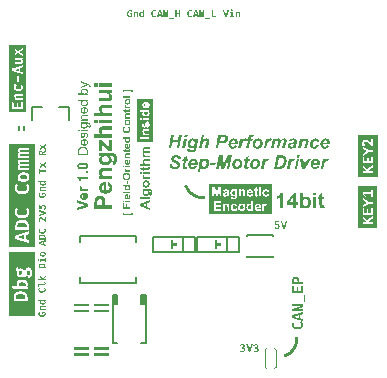
<source format=gto>
G04*
G04 #@! TF.GenerationSoftware,Altium Limited,Altium Designer,22.0.2 (36)*
G04*
G04 Layer_Color=65535*
%FSLAX25Y25*%
%MOIN*%
G70*
G04*
G04 #@! TF.SameCoordinates,B24A499B-10B0-4348-9313-877DE5855C24*
G04*
G04*
G04 #@! TF.FilePolarity,Positive*
G04*
G01*
G75*
%ADD10C,0.01000*%
%ADD11C,0.00400*%
%ADD12C,0.00100*%
%ADD13C,0.00787*%
%ADD14C,0.00600*%
%ADD15C,0.00500*%
G36*
X-53050Y17050D02*
X-53400D01*
Y18350D01*
X-53050D01*
Y17050D01*
D02*
G37*
G36*
X-54600Y18350D02*
Y17050D01*
X-54950Y17050D01*
Y18350D01*
X-54600Y18350D01*
D02*
G37*
G36*
X11100Y-20650D02*
X12500D01*
Y-21350D01*
X11100D01*
Y-22550D01*
X10500D01*
Y-19450D01*
X11100D01*
Y-20650D01*
D02*
G37*
G36*
X-3400D02*
X-2000D01*
Y-21350D01*
X-3400D01*
Y-22550D01*
X-4000D01*
Y-19450D01*
X-3400D01*
Y-20650D01*
D02*
G37*
G36*
X-12500Y-41000D02*
X-14000D01*
Y-38000D01*
X-12500D01*
Y-41000D01*
D02*
G37*
G36*
X-22000D02*
X-23500D01*
Y-38000D01*
X-22000D01*
Y-41000D01*
D02*
G37*
G36*
X-25100Y-41300D02*
X-29900D01*
Y-40800D01*
X-25100D01*
Y-41300D01*
D02*
G37*
G36*
X-31600D02*
X-36400D01*
Y-40800D01*
X-31600D01*
Y-41300D01*
D02*
G37*
G36*
X-25100Y-43200D02*
X-29900D01*
Y-42700D01*
X-25100D01*
Y-43200D01*
D02*
G37*
G36*
X-31600D02*
X-36400D01*
Y-42700D01*
X-31600D01*
Y-43200D01*
D02*
G37*
G36*
X-25100Y-55800D02*
X-29900D01*
Y-55300D01*
X-25100D01*
Y-55800D01*
D02*
G37*
G36*
X-31600D02*
X-36400D01*
Y-55300D01*
X-31600D01*
Y-55800D01*
D02*
G37*
G36*
X-25100Y-57700D02*
X-29900D01*
Y-57200D01*
X-25100D01*
Y-57700D01*
D02*
G37*
G36*
X-31600D02*
X-36400D01*
Y-57200D01*
X-31600D01*
Y-57700D01*
D02*
G37*
G36*
X-46734Y-23396D02*
X-46697Y-23400D01*
X-46652Y-23403D01*
X-46608Y-23411D01*
X-46556Y-23418D01*
X-46445Y-23444D01*
X-46390Y-23463D01*
X-46330Y-23481D01*
X-46275Y-23507D01*
X-46220Y-23537D01*
X-46164Y-23570D01*
X-46116Y-23607D01*
X-46112Y-23611D01*
X-46105Y-23618D01*
X-46094Y-23629D01*
X-46075Y-23648D01*
X-46057Y-23670D01*
X-46038Y-23696D01*
X-46012Y-23725D01*
X-45990Y-23762D01*
X-45968Y-23803D01*
X-45946Y-23847D01*
X-45924Y-23896D01*
X-45905Y-23951D01*
X-45886Y-24006D01*
X-45875Y-24069D01*
X-45868Y-24136D01*
X-45864Y-24206D01*
Y-24243D01*
X-45868Y-24269D01*
X-45872Y-24303D01*
X-45879Y-24340D01*
X-45886Y-24384D01*
X-45894Y-24428D01*
X-45924Y-24524D01*
X-45946Y-24573D01*
X-45968Y-24624D01*
X-45998Y-24672D01*
X-46031Y-24721D01*
X-46068Y-24769D01*
X-46112Y-24809D01*
X-46116Y-24813D01*
X-46123Y-24817D01*
X-46138Y-24828D01*
X-46157Y-24843D01*
X-46183Y-24858D01*
X-46216Y-24876D01*
X-46249Y-24894D01*
X-46290Y-24913D01*
X-46338Y-24935D01*
X-46390Y-24954D01*
X-46445Y-24972D01*
X-46508Y-24987D01*
X-46575Y-25002D01*
X-46645Y-25013D01*
X-46719Y-25017D01*
X-46800Y-25020D01*
X-46804D01*
X-46819D01*
X-46841D01*
X-46871Y-25017D01*
X-46908Y-25013D01*
X-46948Y-25009D01*
X-46993Y-25002D01*
X-47045Y-24994D01*
X-47152Y-24969D01*
X-47207Y-24950D01*
X-47263Y-24928D01*
X-47322Y-24906D01*
X-47374Y-24876D01*
X-47429Y-24843D01*
X-47477Y-24806D01*
X-47481Y-24802D01*
X-47489Y-24795D01*
X-47500Y-24783D01*
X-47518Y-24765D01*
X-47537Y-24743D01*
X-47559Y-24717D01*
X-47585Y-24684D01*
X-47607Y-24647D01*
X-47633Y-24606D01*
X-47655Y-24562D01*
X-47677Y-24513D01*
X-47696Y-24458D01*
X-47714Y-24402D01*
X-47725Y-24340D01*
X-47733Y-24273D01*
X-47736Y-24203D01*
Y-24166D01*
X-47733Y-24140D01*
X-47729Y-24106D01*
X-47722Y-24069D01*
X-47714Y-24025D01*
X-47703Y-23981D01*
X-47692Y-23936D01*
X-47674Y-23884D01*
X-47655Y-23836D01*
X-47629Y-23785D01*
X-47600Y-23736D01*
X-47566Y-23688D01*
X-47526Y-23644D01*
X-47481Y-23603D01*
X-47477Y-23599D01*
X-47470Y-23596D01*
X-47455Y-23585D01*
X-47437Y-23570D01*
X-47411Y-23555D01*
X-47378Y-23537D01*
X-47344Y-23518D01*
X-47304Y-23496D01*
X-47256Y-23477D01*
X-47204Y-23459D01*
X-47148Y-23440D01*
X-47089Y-23426D01*
X-47026Y-23411D01*
X-46956Y-23400D01*
X-46882Y-23396D01*
X-46804Y-23392D01*
X-46800D01*
X-46786D01*
X-46763D01*
X-46734Y-23396D01*
D02*
G37*
G36*
X-48236Y-25938D02*
X-48210Y-25945D01*
X-48180Y-25953D01*
X-48151Y-25967D01*
X-48118Y-25986D01*
X-48088Y-26012D01*
X-48084Y-26016D01*
X-48077Y-26027D01*
X-48066Y-26041D01*
X-48051Y-26064D01*
X-48036Y-26093D01*
X-48025Y-26127D01*
X-48018Y-26167D01*
X-48014Y-26208D01*
Y-26226D01*
X-48018Y-26249D01*
X-48025Y-26278D01*
X-48033Y-26308D01*
X-48044Y-26341D01*
X-48062Y-26375D01*
X-48088Y-26404D01*
X-48092Y-26408D01*
X-48103Y-26415D01*
X-48118Y-26426D01*
X-48140Y-26441D01*
X-48166Y-26456D01*
X-48199Y-26467D01*
X-48236Y-26474D01*
X-48277Y-26478D01*
X-48280D01*
X-48295D01*
X-48317Y-26474D01*
X-48343Y-26467D01*
X-48369Y-26460D01*
X-48403Y-26449D01*
X-48432Y-26430D01*
X-48462Y-26404D01*
X-48465Y-26400D01*
X-48473Y-26389D01*
X-48484Y-26375D01*
X-48499Y-26349D01*
X-48513Y-26323D01*
X-48525Y-26289D01*
X-48532Y-26249D01*
X-48536Y-26208D01*
Y-26186D01*
X-48532Y-26164D01*
X-48525Y-26138D01*
X-48517Y-26108D01*
X-48502Y-26075D01*
X-48484Y-26041D01*
X-48458Y-26012D01*
X-48454Y-26008D01*
X-48443Y-26001D01*
X-48428Y-25986D01*
X-48406Y-25971D01*
X-48380Y-25960D01*
X-48351Y-25945D01*
X-48314Y-25938D01*
X-48277Y-25934D01*
X-48273D01*
X-48258D01*
X-48236Y-25938D01*
D02*
G37*
G36*
X-45905Y-26867D02*
X-46234D01*
Y-26352D01*
X-47359D01*
Y-26852D01*
X-47692D01*
Y-25923D01*
X-46234D01*
Y-25449D01*
X-45905D01*
Y-26867D01*
D02*
G37*
G36*
X-47015Y-27325D02*
X-46971D01*
X-46919Y-27333D01*
X-46856Y-27336D01*
X-46789Y-27348D01*
X-46715Y-27359D01*
X-46641Y-27377D01*
X-46564Y-27396D01*
X-46490Y-27422D01*
X-46412Y-27451D01*
X-46342Y-27488D01*
X-46275Y-27529D01*
X-46212Y-27577D01*
X-46160Y-27632D01*
X-46157Y-27636D01*
X-46149Y-27647D01*
X-46138Y-27662D01*
X-46120Y-27688D01*
X-46101Y-27718D01*
X-46079Y-27755D01*
X-46057Y-27795D01*
X-46035Y-27843D01*
X-46009Y-27899D01*
X-45986Y-27954D01*
X-45964Y-28021D01*
X-45946Y-28088D01*
X-45927Y-28162D01*
X-45916Y-28239D01*
X-45909Y-28321D01*
X-45905Y-28406D01*
Y-28990D01*
X-48221D01*
Y-28391D01*
X-48217Y-28358D01*
X-48214Y-28313D01*
X-48206Y-28265D01*
X-48199Y-28210D01*
X-48192Y-28150D01*
X-48162Y-28021D01*
X-48140Y-27954D01*
X-48118Y-27888D01*
X-48088Y-27821D01*
X-48055Y-27755D01*
X-48018Y-27692D01*
X-47973Y-27632D01*
X-47970Y-27629D01*
X-47962Y-27618D01*
X-47947Y-27603D01*
X-47925Y-27584D01*
X-47896Y-27558D01*
X-47862Y-27533D01*
X-47818Y-27507D01*
X-47770Y-27477D01*
X-47714Y-27448D01*
X-47648Y-27422D01*
X-47574Y-27392D01*
X-47492Y-27370D01*
X-47403Y-27351D01*
X-47304Y-27336D01*
X-47196Y-27325D01*
X-47078Y-27322D01*
X-47071D01*
X-47048D01*
X-47015Y-27325D01*
D02*
G37*
G36*
X-45905Y-31773D02*
X-46829Y-32491D01*
X-45905D01*
Y-32923D01*
X-48380D01*
X-48428Y-32491D01*
X-46928D01*
X-47692Y-31821D01*
Y-31347D01*
X-46889Y-32043D01*
X-45905Y-31277D01*
Y-31773D01*
D02*
G37*
G36*
X-45975Y-33490D02*
X-45972Y-33493D01*
X-45964Y-33508D01*
X-45957Y-33523D01*
X-45949Y-33541D01*
X-45942Y-33564D01*
X-45920Y-33623D01*
X-45901Y-33693D01*
X-45883Y-33775D01*
X-45868Y-33863D01*
X-45864Y-33963D01*
Y-33989D01*
X-45868Y-34008D01*
Y-34030D01*
X-45872Y-34056D01*
X-45883Y-34119D01*
X-45901Y-34185D01*
X-45927Y-34255D01*
X-45964Y-34326D01*
X-46016Y-34389D01*
X-46023Y-34396D01*
X-46046Y-34415D01*
X-46079Y-34437D01*
X-46127Y-34466D01*
X-46186Y-34496D01*
X-46260Y-34518D01*
X-46342Y-34537D01*
X-46438Y-34544D01*
X-48055D01*
Y-35062D01*
X-48384D01*
Y-34111D01*
X-46408D01*
X-46404D01*
X-46401D01*
X-46379Y-34108D01*
X-46349Y-34100D01*
X-46312Y-34082D01*
X-46275Y-34056D01*
X-46260Y-34037D01*
X-46245Y-34015D01*
X-46234Y-33989D01*
X-46223Y-33956D01*
X-46220Y-33922D01*
X-46216Y-33882D01*
Y-33860D01*
X-46220Y-33834D01*
X-46223Y-33800D01*
X-46231Y-33756D01*
X-46242Y-33708D01*
X-46257Y-33652D01*
X-46279Y-33590D01*
X-45975Y-33486D01*
Y-33490D01*
D02*
G37*
G36*
X-46153Y-35284D02*
X-46145Y-35295D01*
X-46131Y-35310D01*
X-46112Y-35332D01*
X-46090Y-35362D01*
X-46064Y-35395D01*
X-46038Y-35436D01*
X-46012Y-35484D01*
X-45983Y-35532D01*
X-45957Y-35591D01*
X-45931Y-35650D01*
X-45909Y-35717D01*
X-45890Y-35787D01*
X-45875Y-35861D01*
X-45868Y-35939D01*
X-45864Y-36020D01*
Y-36050D01*
X-45868Y-36072D01*
Y-36098D01*
X-45872Y-36128D01*
X-45875Y-36161D01*
X-45883Y-36198D01*
X-45898Y-36283D01*
X-45924Y-36372D01*
X-45957Y-36464D01*
X-46001Y-36557D01*
Y-36561D01*
X-46009Y-36568D01*
X-46016Y-36579D01*
X-46027Y-36598D01*
X-46060Y-36638D01*
X-46105Y-36690D01*
X-46164Y-36753D01*
X-46234Y-36812D01*
X-46316Y-36871D01*
X-46412Y-36927D01*
X-46416D01*
X-46423Y-36934D01*
X-46442Y-36938D01*
X-46460Y-36949D01*
X-46486Y-36957D01*
X-46519Y-36968D01*
X-46556Y-36982D01*
X-46597Y-36994D01*
X-46641Y-37005D01*
X-46693Y-37019D01*
X-46745Y-37031D01*
X-46804Y-37038D01*
X-46930Y-37053D01*
X-47067Y-37060D01*
X-47071D01*
X-47085D01*
X-47104D01*
X-47130Y-37056D01*
X-47163D01*
X-47200Y-37053D01*
X-47241Y-37049D01*
X-47289Y-37042D01*
X-47389Y-37027D01*
X-47496Y-37001D01*
X-47607Y-36968D01*
X-47711Y-36923D01*
X-47714D01*
X-47722Y-36916D01*
X-47736Y-36908D01*
X-47755Y-36897D01*
X-47777Y-36882D01*
X-47803Y-36868D01*
X-47862Y-36823D01*
X-47929Y-36772D01*
X-47999Y-36709D01*
X-48062Y-36635D01*
X-48121Y-36549D01*
Y-36546D01*
X-48129Y-36538D01*
X-48136Y-36527D01*
X-48144Y-36509D01*
X-48155Y-36487D01*
X-48166Y-36461D01*
X-48180Y-36427D01*
X-48195Y-36394D01*
X-48221Y-36316D01*
X-48243Y-36228D01*
X-48258Y-36128D01*
X-48266Y-36024D01*
Y-35987D01*
X-48262Y-35943D01*
X-48258Y-35891D01*
X-48251Y-35832D01*
X-48240Y-35765D01*
X-48225Y-35699D01*
X-48206Y-35636D01*
Y-35632D01*
X-48203Y-35628D01*
X-48195Y-35606D01*
X-48180Y-35576D01*
X-48162Y-35536D01*
X-48136Y-35484D01*
X-48099Y-35432D01*
X-48058Y-35373D01*
X-48010Y-35314D01*
X-47740Y-35539D01*
X-47744Y-35543D01*
X-47748Y-35550D01*
X-47755Y-35562D01*
X-47766Y-35576D01*
X-47777Y-35599D01*
X-47792Y-35621D01*
X-47825Y-35680D01*
X-47855Y-35750D01*
X-47881Y-35832D01*
X-47899Y-35917D01*
X-47907Y-35965D01*
Y-36035D01*
X-47903Y-36054D01*
X-47899Y-36076D01*
X-47896Y-36098D01*
X-47881Y-36161D01*
X-47859Y-36228D01*
X-47822Y-36298D01*
X-47799Y-36335D01*
X-47774Y-36368D01*
X-47744Y-36402D01*
X-47707Y-36435D01*
X-47703D01*
X-47696Y-36442D01*
X-47685Y-36450D01*
X-47670Y-36461D01*
X-47648Y-36472D01*
X-47622Y-36487D01*
X-47589Y-36501D01*
X-47552Y-36516D01*
X-47511Y-36531D01*
X-47463Y-36546D01*
X-47411Y-36561D01*
X-47352Y-36572D01*
X-47289Y-36583D01*
X-47222Y-36590D01*
X-47148Y-36594D01*
X-47067Y-36598D01*
X-47063D01*
X-47048D01*
X-47026D01*
X-46997Y-36594D01*
X-46959D01*
X-46919Y-36590D01*
X-46874Y-36583D01*
X-46823Y-36575D01*
X-46719Y-36557D01*
X-46615Y-36527D01*
X-46516Y-36487D01*
X-46471Y-36464D01*
X-46430Y-36435D01*
X-46427Y-36431D01*
X-46423Y-36427D01*
X-46401Y-36405D01*
X-46367Y-36368D01*
X-46330Y-36320D01*
X-46294Y-36257D01*
X-46260Y-36183D01*
X-46238Y-36102D01*
X-46234Y-36054D01*
X-46231Y-36006D01*
Y-35980D01*
X-46234Y-35950D01*
X-46238Y-35913D01*
X-46242Y-35872D01*
X-46253Y-35828D01*
X-46264Y-35784D01*
X-46279Y-35739D01*
X-46282Y-35735D01*
X-46286Y-35721D01*
X-46301Y-35699D01*
X-46316Y-35665D01*
X-46338Y-35628D01*
X-46360Y-35587D01*
X-46393Y-35539D01*
X-46427Y-35491D01*
X-46157Y-35280D01*
X-46153Y-35284D01*
D02*
G37*
G36*
X-45905Y-39883D02*
X-46116Y-39902D01*
X-46112Y-39905D01*
X-46097Y-39909D01*
X-46075Y-39920D01*
X-46049Y-39939D01*
X-46020Y-39961D01*
X-45986Y-39990D01*
X-45957Y-40031D01*
X-45931Y-40076D01*
X-45927Y-40083D01*
X-45920Y-40098D01*
X-45909Y-40124D01*
X-45898Y-40161D01*
X-45886Y-40201D01*
X-45875Y-40249D01*
X-45868Y-40305D01*
X-45864Y-40361D01*
Y-40394D01*
X-45868Y-40416D01*
X-45872Y-40446D01*
X-45879Y-40479D01*
X-45898Y-40553D01*
X-45927Y-40638D01*
X-45946Y-40679D01*
X-45972Y-40723D01*
X-46001Y-40764D01*
X-46035Y-40804D01*
X-46071Y-40841D01*
X-46116Y-40875D01*
X-46120D01*
X-46127Y-40882D01*
X-46142Y-40890D01*
X-46160Y-40901D01*
X-46186Y-40916D01*
X-46220Y-40930D01*
X-46253Y-40945D01*
X-46297Y-40960D01*
X-46342Y-40975D01*
X-46393Y-40990D01*
X-46449Y-41004D01*
X-46512Y-41019D01*
X-46578Y-41030D01*
X-46645Y-41038D01*
X-46723Y-41041D01*
X-46800Y-41045D01*
X-46804D01*
X-46812D01*
X-46826D01*
X-46845D01*
X-46871Y-41041D01*
X-46897D01*
X-46963Y-41034D01*
X-47037Y-41023D01*
X-47119Y-41008D01*
X-47200Y-40990D01*
X-47281Y-40960D01*
X-47285D01*
X-47293Y-40956D01*
X-47304Y-40953D01*
X-47315Y-40945D01*
X-47355Y-40923D01*
X-47403Y-40897D01*
X-47455Y-40864D01*
X-47511Y-40819D01*
X-47566Y-40767D01*
X-47614Y-40712D01*
Y-40708D01*
X-47618Y-40705D01*
X-47633Y-40682D01*
X-47651Y-40649D01*
X-47677Y-40605D01*
X-47699Y-40545D01*
X-47718Y-40483D01*
X-47733Y-40409D01*
X-47736Y-40331D01*
Y-40305D01*
X-47733Y-40286D01*
Y-40261D01*
X-47725Y-40235D01*
X-47714Y-40176D01*
X-47692Y-40109D01*
X-47659Y-40042D01*
X-47637Y-40009D01*
X-47614Y-39979D01*
X-47585Y-39954D01*
X-47552Y-39928D01*
X-48428D01*
X-48380Y-39495D01*
X-45905D01*
Y-39883D01*
D02*
G37*
G36*
Y-41926D02*
X-47011D01*
X-47019D01*
X-47037D01*
X-47063D01*
X-47100Y-41929D01*
X-47174Y-41933D01*
X-47211Y-41937D01*
X-47244Y-41944D01*
X-47248D01*
X-47259Y-41948D01*
X-47270Y-41952D01*
X-47289Y-41955D01*
X-47326Y-41974D01*
X-47344Y-41989D01*
X-47359Y-42003D01*
Y-42007D01*
X-47363Y-42011D01*
X-47370Y-42022D01*
X-47378Y-42037D01*
X-47381Y-42055D01*
X-47389Y-42081D01*
X-47392Y-42107D01*
Y-42159D01*
X-47389Y-42181D01*
X-47385Y-42207D01*
X-47378Y-42236D01*
X-47363Y-42273D01*
X-47348Y-42310D01*
X-47326Y-42347D01*
X-47322Y-42351D01*
X-47315Y-42362D01*
X-47300Y-42381D01*
X-47281Y-42403D01*
X-47256Y-42429D01*
X-47230Y-42455D01*
X-47163Y-42510D01*
X-45905D01*
Y-42943D01*
X-47692D01*
Y-42562D01*
X-47470Y-42544D01*
X-47474Y-42540D01*
X-47489Y-42532D01*
X-47511Y-42514D01*
X-47540Y-42492D01*
X-47570Y-42462D01*
X-47600Y-42425D01*
X-47633Y-42381D01*
X-47662Y-42329D01*
X-47666Y-42322D01*
X-47674Y-42303D01*
X-47685Y-42273D01*
X-47699Y-42233D01*
X-47714Y-42185D01*
X-47725Y-42129D01*
X-47733Y-42070D01*
X-47736Y-42007D01*
Y-41981D01*
X-47733Y-41966D01*
Y-41944D01*
X-47729Y-41922D01*
X-47718Y-41866D01*
X-47703Y-41804D01*
X-47677Y-41741D01*
X-47640Y-41678D01*
X-47592Y-41626D01*
X-47585Y-41618D01*
X-47566Y-41604D01*
X-47533Y-41585D01*
X-47489Y-41559D01*
X-47433Y-41533D01*
X-47363Y-41515D01*
X-47281Y-41500D01*
X-47193Y-41493D01*
X-45905D01*
Y-41926D01*
D02*
G37*
G36*
X-46079Y-43376D02*
X-46075Y-43380D01*
X-46068Y-43391D01*
X-46060Y-43406D01*
X-46042Y-43443D01*
X-46020Y-43491D01*
X-45994Y-43550D01*
X-45964Y-43613D01*
X-45938Y-43679D01*
X-45916Y-43750D01*
Y-43753D01*
X-45912Y-43757D01*
Y-43768D01*
X-45909Y-43783D01*
X-45901Y-43820D01*
X-45890Y-43872D01*
X-45879Y-43931D01*
X-45872Y-44001D01*
X-45868Y-44079D01*
X-45864Y-44164D01*
Y-44183D01*
X-45868Y-44208D01*
Y-44238D01*
X-45875Y-44275D01*
X-45879Y-44319D01*
X-45890Y-44368D01*
X-45901Y-44419D01*
X-45920Y-44475D01*
X-45938Y-44534D01*
X-45964Y-44593D01*
X-45994Y-44653D01*
X-46031Y-44708D01*
X-46071Y-44763D01*
X-46116Y-44819D01*
X-46171Y-44867D01*
X-46175Y-44871D01*
X-46186Y-44878D01*
X-46205Y-44889D01*
X-46227Y-44904D01*
X-46260Y-44926D01*
X-46301Y-44945D01*
X-46345Y-44967D01*
X-46397Y-44989D01*
X-46460Y-45015D01*
X-46527Y-45037D01*
X-46597Y-45056D01*
X-46678Y-45074D01*
X-46767Y-45093D01*
X-46860Y-45104D01*
X-46959Y-45111D01*
X-47067Y-45115D01*
X-47071D01*
X-47085D01*
X-47104D01*
X-47130Y-45111D01*
X-47163D01*
X-47200Y-45108D01*
X-47244Y-45104D01*
X-47293Y-45096D01*
X-47392Y-45082D01*
X-47503Y-45059D01*
X-47614Y-45026D01*
X-47718Y-44982D01*
X-47722D01*
X-47729Y-44974D01*
X-47744Y-44967D01*
X-47762Y-44956D01*
X-47785Y-44941D01*
X-47811Y-44926D01*
X-47870Y-44886D01*
X-47936Y-44830D01*
X-48003Y-44767D01*
X-48070Y-44693D01*
X-48125Y-44612D01*
Y-44608D01*
X-48132Y-44601D01*
X-48140Y-44590D01*
X-48147Y-44571D01*
X-48158Y-44549D01*
X-48169Y-44523D01*
X-48180Y-44493D01*
X-48195Y-44460D01*
X-48221Y-44382D01*
X-48243Y-44297D01*
X-48258Y-44201D01*
X-48266Y-44098D01*
Y-44061D01*
X-48262Y-44016D01*
X-48258Y-43964D01*
X-48251Y-43905D01*
X-48236Y-43839D01*
X-48221Y-43776D01*
X-48199Y-43713D01*
Y-43709D01*
X-48195Y-43705D01*
X-48188Y-43683D01*
X-48169Y-43654D01*
X-48147Y-43613D01*
X-48114Y-43565D01*
X-48077Y-43509D01*
X-48029Y-43454D01*
X-47973Y-43395D01*
X-47722Y-43639D01*
X-47725Y-43642D01*
X-47736Y-43661D01*
X-47755Y-43683D01*
X-47777Y-43713D01*
X-47799Y-43746D01*
X-47822Y-43787D01*
X-47844Y-43824D01*
X-47862Y-43864D01*
X-47866Y-43868D01*
X-47870Y-43883D01*
X-47877Y-43901D01*
X-47885Y-43931D01*
X-47892Y-43961D01*
X-47899Y-44001D01*
X-47907Y-44042D01*
Y-44109D01*
X-47903Y-44127D01*
X-47899Y-44149D01*
X-47896Y-44172D01*
X-47881Y-44231D01*
X-47859Y-44294D01*
X-47822Y-44364D01*
X-47799Y-44397D01*
X-47774Y-44431D01*
X-47744Y-44464D01*
X-47707Y-44493D01*
X-47703D01*
X-47696Y-44501D01*
X-47685Y-44508D01*
X-47670Y-44519D01*
X-47648Y-44530D01*
X-47622Y-44545D01*
X-47589Y-44556D01*
X-47552Y-44571D01*
X-47511Y-44586D01*
X-47463Y-44601D01*
X-47411Y-44616D01*
X-47352Y-44627D01*
X-47289Y-44638D01*
X-47222Y-44645D01*
X-47148Y-44649D01*
X-47067Y-44653D01*
X-47063D01*
X-47048D01*
X-47022D01*
X-46993Y-44649D01*
X-46956D01*
X-46911Y-44645D01*
X-46863Y-44641D01*
X-46812Y-44638D01*
X-46704Y-44623D01*
X-46597Y-44601D01*
X-46545Y-44586D01*
X-46497Y-44567D01*
X-46453Y-44549D01*
X-46412Y-44527D01*
X-46408D01*
X-46404Y-44519D01*
X-46382Y-44504D01*
X-46349Y-44475D01*
X-46316Y-44431D01*
X-46279Y-44379D01*
X-46245Y-44312D01*
X-46223Y-44234D01*
X-46220Y-44190D01*
X-46216Y-44146D01*
Y-44112D01*
X-46220Y-44075D01*
X-46227Y-44027D01*
X-46234Y-43975D01*
X-46249Y-43920D01*
X-46271Y-43864D01*
X-46297Y-43809D01*
X-46871D01*
Y-44186D01*
X-47222Y-44231D01*
Y-43372D01*
X-46079D01*
Y-43376D01*
D02*
G37*
G36*
X22852Y15587D02*
X22897D01*
X23001Y15574D01*
X23131Y15554D01*
X23273Y15528D01*
X23435Y15496D01*
X23597Y15444D01*
X23422Y14822D01*
X23416D01*
X23409Y14829D01*
X23370Y14842D01*
X23312Y14854D01*
X23241Y14880D01*
X23163Y14900D01*
X23072Y14913D01*
X22988Y14926D01*
X22910Y14932D01*
X22885D01*
X22859Y14926D01*
X22826Y14919D01*
X22794Y14906D01*
X22755Y14887D01*
X22723Y14861D01*
X22690Y14829D01*
X22684Y14816D01*
X22671Y14796D01*
X22658Y14764D01*
X22645Y14725D01*
X22625Y14667D01*
X22606Y14589D01*
X22586Y14498D01*
X22535Y14278D01*
X23170D01*
X23034Y13636D01*
X22405D01*
X21854Y11025D01*
X20986D01*
X21530Y13636D01*
X21038D01*
X21158Y14205D01*
X20843Y13533D01*
X20837D01*
X20824Y13539D01*
X20798Y13546D01*
X20766Y13558D01*
X20681Y13571D01*
X20584Y13578D01*
X20545D01*
X20500Y13571D01*
X20442Y13558D01*
X20370Y13533D01*
X20292Y13507D01*
X20208Y13461D01*
X20118Y13403D01*
X20105Y13397D01*
X20079Y13371D01*
X20040Y13332D01*
X19988Y13286D01*
X19930Y13221D01*
X19865Y13144D01*
X19806Y13053D01*
X19755Y12949D01*
X19748Y12936D01*
X19742Y12917D01*
X19735Y12898D01*
X19722Y12865D01*
X19709Y12826D01*
X19690Y12781D01*
X19677Y12729D01*
X19658Y12671D01*
X19632Y12606D01*
X19612Y12528D01*
X19593Y12444D01*
X19567Y12360D01*
X19541Y12263D01*
X19521Y12152D01*
X19496Y12042D01*
X19282Y11025D01*
X18413D01*
X19094Y14278D01*
X19910D01*
X19781Y13649D01*
X19787Y13656D01*
X19800Y13682D01*
X19826Y13714D01*
X19858Y13759D01*
X19904Y13811D01*
X19956Y13870D01*
X20014Y13934D01*
X20079Y13999D01*
X20228Y14129D01*
X20305Y14187D01*
X20396Y14239D01*
X20480Y14284D01*
X20578Y14317D01*
X20675Y14343D01*
X20772Y14349D01*
X20804D01*
X20843Y14343D01*
X20895Y14336D01*
X20954Y14323D01*
X21025Y14310D01*
X21102Y14284D01*
X21169Y14256D01*
X21174Y14278D01*
X21666D01*
X21731Y14608D01*
Y14615D01*
X21738Y14628D01*
Y14647D01*
X21744Y14673D01*
X21764Y14744D01*
X21783Y14829D01*
X21809Y14926D01*
X21835Y15017D01*
X21867Y15101D01*
X21893Y15166D01*
X21900Y15172D01*
X21913Y15198D01*
X21938Y15230D01*
X21971Y15276D01*
X22016Y15328D01*
X22068Y15379D01*
X22133Y15431D01*
X22204Y15477D01*
X22217Y15483D01*
X22243Y15496D01*
X22288Y15516D01*
X22347Y15535D01*
X22424Y15554D01*
X22522Y15574D01*
X22625Y15587D01*
X22742Y15593D01*
X22813D01*
X22852Y15587D01*
D02*
G37*
G36*
X1300Y14718D02*
X425D01*
X593Y15509D01*
X1462D01*
X1300Y14718D01*
D02*
G37*
G36*
X40977Y14343D02*
X41054Y14336D01*
X41145Y14323D01*
X41249Y14291D01*
X41352Y14252D01*
X41456Y14194D01*
X41553Y14116D01*
X41566Y14103D01*
X41592Y14077D01*
X41625Y14025D01*
X41670Y13954D01*
X41715Y13863D01*
X41748Y13759D01*
X41774Y13643D01*
X41787Y13507D01*
Y13500D01*
Y13474D01*
X41780Y13429D01*
X41767Y13358D01*
X41754Y13273D01*
X41735Y13157D01*
X41722Y13092D01*
X41709Y13021D01*
X41690Y12943D01*
X41670Y12859D01*
X41275Y11025D01*
X40406D01*
X40802Y12865D01*
Y12872D01*
X40808Y12885D01*
Y12904D01*
X40815Y12930D01*
X40828Y13001D01*
X40847Y13079D01*
X40860Y13163D01*
X40873Y13248D01*
X40886Y13312D01*
X40892Y13338D01*
Y13358D01*
Y13364D01*
Y13384D01*
X40886Y13416D01*
X40879Y13455D01*
X40867Y13494D01*
X40847Y13539D01*
X40821Y13584D01*
X40789Y13623D01*
X40782Y13630D01*
X40769Y13636D01*
X40750Y13656D01*
X40718Y13675D01*
X40679Y13688D01*
X40633Y13708D01*
X40575Y13714D01*
X40510Y13721D01*
X40478D01*
X40439Y13714D01*
X40380Y13701D01*
X40316Y13682D01*
X40244Y13649D01*
X40167Y13610D01*
X40076Y13558D01*
X40063Y13552D01*
X40037Y13526D01*
X39992Y13494D01*
X39940Y13442D01*
X39882Y13384D01*
X39817Y13312D01*
X39758Y13228D01*
X39700Y13131D01*
X39694Y13124D01*
X39681Y13092D01*
X39661Y13040D01*
X39648Y13001D01*
X39635Y12962D01*
X39622Y12911D01*
X39603Y12859D01*
X39584Y12794D01*
X39564Y12723D01*
X39545Y12645D01*
X39519Y12554D01*
X39499Y12457D01*
X39473Y12353D01*
X39195Y11025D01*
X38326D01*
X39007Y14278D01*
X39836D01*
X39752Y13850D01*
X39758D01*
X39765Y13863D01*
X39804Y13895D01*
X39869Y13941D01*
X39946Y13999D01*
X40037Y14058D01*
X40134Y14122D01*
X40238Y14181D01*
X40342Y14232D01*
X40355Y14239D01*
X40387Y14252D01*
X40445Y14271D01*
X40517Y14291D01*
X40601Y14310D01*
X40698Y14330D01*
X40802Y14343D01*
X40912Y14349D01*
X40951D01*
X40977Y14343D01*
D02*
G37*
G36*
X-1279Y11025D02*
X-2193D01*
X-1778Y13027D01*
X-3522D01*
X-3943Y11025D01*
X-4856D01*
X-3917Y15509D01*
X-2997D01*
X-3359Y13779D01*
X-1616D01*
X-1254Y15509D01*
X-333D01*
X-1279Y11025D01*
D02*
G37*
G36*
X33777Y14336D02*
X33862Y14323D01*
X33959Y14297D01*
X34062Y14258D01*
X34160Y14207D01*
X34244Y14135D01*
X34250Y14129D01*
X34276Y14096D01*
X34315Y14051D01*
X34354Y13986D01*
X34393Y13908D01*
X34432Y13818D01*
X34458Y13708D01*
X34464Y13584D01*
Y13578D01*
Y13552D01*
X34458Y13507D01*
X34451Y13448D01*
X34445Y13371D01*
X34425Y13267D01*
X34406Y13144D01*
X34374Y13001D01*
X33946Y11025D01*
X33078D01*
X33499Y13001D01*
Y13008D01*
X33505Y13021D01*
Y13034D01*
X33512Y13060D01*
X33525Y13124D01*
X33538Y13196D01*
X33551Y13267D01*
X33564Y13338D01*
X33577Y13390D01*
Y13409D01*
Y13422D01*
Y13429D01*
Y13448D01*
X33570Y13468D01*
X33564Y13500D01*
X33544Y13571D01*
X33518Y13604D01*
X33492Y13636D01*
X33486Y13643D01*
X33479Y13649D01*
X33460Y13662D01*
X33434Y13682D01*
X33402Y13695D01*
X33356Y13708D01*
X33311Y13714D01*
X33253Y13721D01*
X33220D01*
X33194Y13714D01*
X33129Y13701D01*
X33052Y13675D01*
X32961Y13636D01*
X32857Y13571D01*
X32805Y13533D01*
X32754Y13487D01*
X32708Y13435D01*
X32656Y13371D01*
X32650Y13358D01*
X32637Y13345D01*
X32624Y13325D01*
X32611Y13293D01*
X32592Y13260D01*
X32566Y13215D01*
X32546Y13170D01*
X32520Y13111D01*
X32494Y13047D01*
X32468Y12975D01*
X32443Y12898D01*
X32410Y12813D01*
X32384Y12716D01*
X32358Y12612D01*
X32332Y12496D01*
X32021Y11025D01*
X31153D01*
X31561Y12982D01*
Y12988D01*
X31568Y12995D01*
X31574Y13040D01*
X31587Y13098D01*
X31600Y13163D01*
X31613Y13241D01*
X31620Y13312D01*
X31633Y13377D01*
Y13422D01*
Y13429D01*
Y13442D01*
X31626Y13468D01*
X31620Y13500D01*
X31594Y13565D01*
X31574Y13604D01*
X31542Y13636D01*
X31535Y13643D01*
X31529Y13649D01*
X31509Y13662D01*
X31484Y13682D01*
X31445Y13695D01*
X31406Y13708D01*
X31360Y13714D01*
X31302Y13721D01*
X31276D01*
X31250Y13714D01*
X31211Y13708D01*
X31166Y13701D01*
X31114Y13682D01*
X31062Y13662D01*
X31004Y13630D01*
X30997Y13623D01*
X30978Y13617D01*
X30946Y13597D01*
X30913Y13571D01*
X30868Y13539D01*
X30823Y13494D01*
X30777Y13448D01*
X30732Y13397D01*
X30725Y13390D01*
X30712Y13371D01*
X30693Y13338D01*
X30667Y13293D01*
X30635Y13241D01*
X30602Y13170D01*
X30570Y13098D01*
X30537Y13014D01*
Y13008D01*
X30531Y12988D01*
X30518Y12956D01*
X30505Y12911D01*
X30492Y12846D01*
X30466Y12755D01*
X30440Y12651D01*
X30427Y12586D01*
X30408Y12515D01*
X30097Y11025D01*
X29228D01*
X29909Y14278D01*
X30732D01*
X30654Y13882D01*
X30661Y13889D01*
X30674Y13902D01*
X30699Y13928D01*
X30738Y13954D01*
X30784Y13993D01*
X30836Y14032D01*
X30894Y14070D01*
X30965Y14116D01*
X31121Y14200D01*
X31289Y14278D01*
X31386Y14304D01*
X31477Y14330D01*
X31581Y14343D01*
X31678Y14349D01*
X31736D01*
X31808Y14343D01*
X31885Y14330D01*
X31976Y14310D01*
X32073Y14284D01*
X32164Y14245D01*
X32242Y14194D01*
X32248Y14187D01*
X32274Y14168D01*
X32306Y14129D01*
X32352Y14083D01*
X32391Y14025D01*
X32436Y13947D01*
X32475Y13870D01*
X32501Y13772D01*
X32507Y13785D01*
X32533Y13811D01*
X32572Y13857D01*
X32624Y13915D01*
X32695Y13980D01*
X32773Y14044D01*
X32870Y14116D01*
X32980Y14181D01*
X32987D01*
X32993Y14187D01*
X33013Y14194D01*
X33039Y14207D01*
X33097Y14232D01*
X33181Y14265D01*
X33278Y14297D01*
X33395Y14323D01*
X33512Y14343D01*
X33641Y14349D01*
X33706D01*
X33777Y14336D01*
D02*
G37*
G36*
X29196Y14343D02*
X29248Y14336D01*
X29306Y14323D01*
X29377Y14310D01*
X29455Y14284D01*
X29533Y14252D01*
X29196Y13533D01*
X29190D01*
X29177Y13539D01*
X29151Y13546D01*
X29118Y13558D01*
X29034Y13571D01*
X28937Y13578D01*
X28898D01*
X28853Y13571D01*
X28794Y13558D01*
X28723Y13533D01*
X28645Y13507D01*
X28561Y13461D01*
X28470Y13403D01*
X28457Y13397D01*
X28431Y13371D01*
X28392Y13332D01*
X28341Y13286D01*
X28282Y13222D01*
X28218Y13144D01*
X28159Y13053D01*
X28107Y12949D01*
X28101Y12936D01*
X28094Y12917D01*
X28088Y12898D01*
X28075Y12865D01*
X28062Y12826D01*
X28043Y12781D01*
X28030Y12729D01*
X28010Y12671D01*
X27984Y12606D01*
X27965Y12528D01*
X27945Y12444D01*
X27920Y12360D01*
X27894Y12263D01*
X27874Y12152D01*
X27848Y12042D01*
X27634Y11025D01*
X26766D01*
X27446Y14278D01*
X28263D01*
X28133Y13649D01*
X28140Y13656D01*
X28153Y13682D01*
X28179Y13714D01*
X28211Y13759D01*
X28256Y13811D01*
X28308Y13870D01*
X28367Y13934D01*
X28431Y13999D01*
X28580Y14129D01*
X28658Y14187D01*
X28749Y14239D01*
X28833Y14284D01*
X28930Y14317D01*
X29028Y14343D01*
X29125Y14349D01*
X29157D01*
X29196Y14343D01*
D02*
G37*
G36*
X44217D02*
X44262D01*
X44320Y14336D01*
X44450Y14310D01*
X44599Y14278D01*
X44748Y14220D01*
X44904Y14148D01*
X44975Y14096D01*
X45040Y14044D01*
X45046Y14038D01*
X45053Y14032D01*
X45072Y14012D01*
X45092Y13993D01*
X45150Y13921D01*
X45215Y13831D01*
X45286Y13714D01*
X45351Y13578D01*
X45396Y13422D01*
X45415Y13338D01*
X45428Y13248D01*
X44592Y13163D01*
Y13176D01*
X44586Y13209D01*
X44573Y13254D01*
X44560Y13319D01*
X44534Y13384D01*
X44508Y13448D01*
X44469Y13513D01*
X44424Y13565D01*
X44418Y13571D01*
X44398Y13584D01*
X44372Y13610D01*
X44327Y13636D01*
X44275Y13656D01*
X44217Y13682D01*
X44145Y13695D01*
X44068Y13701D01*
X44022D01*
X43977Y13688D01*
X43912Y13675D01*
X43841Y13656D01*
X43763Y13617D01*
X43679Y13571D01*
X43595Y13507D01*
X43588Y13500D01*
X43556Y13474D01*
X43517Y13429D01*
X43472Y13364D01*
X43413Y13286D01*
X43361Y13189D01*
X43303Y13072D01*
X43258Y12936D01*
Y12930D01*
X43251Y12917D01*
X43245Y12898D01*
X43238Y12872D01*
X43219Y12800D01*
X43199Y12710D01*
X43180Y12599D01*
X43160Y12476D01*
X43148Y12353D01*
X43141Y12224D01*
Y12211D01*
Y12178D01*
X43148Y12126D01*
X43160Y12062D01*
X43173Y11990D01*
X43199Y11919D01*
X43232Y11848D01*
X43277Y11783D01*
X43284Y11777D01*
X43303Y11757D01*
X43335Y11731D01*
X43374Y11705D01*
X43426Y11679D01*
X43491Y11653D01*
X43556Y11634D01*
X43633Y11627D01*
X43672D01*
X43711Y11634D01*
X43763Y11647D01*
X43821Y11666D01*
X43893Y11692D01*
X43964Y11725D01*
X44035Y11777D01*
X44042Y11783D01*
X44068Y11809D01*
X44107Y11841D01*
X44152Y11893D01*
X44197Y11958D01*
X44249Y12036D01*
X44301Y12126D01*
X44346Y12237D01*
X45202Y12094D01*
Y12088D01*
X45189Y12068D01*
X45182Y12042D01*
X45163Y12003D01*
X45137Y11952D01*
X45111Y11900D01*
X45046Y11777D01*
X44955Y11634D01*
X44845Y11491D01*
X44722Y11355D01*
X44573Y11232D01*
X44567D01*
X44554Y11219D01*
X44534Y11206D01*
X44502Y11187D01*
X44463Y11167D01*
X44411Y11141D01*
X44359Y11116D01*
X44301Y11090D01*
X44158Y11031D01*
X43996Y10986D01*
X43815Y10954D01*
X43718Y10947D01*
X43614Y10941D01*
X43556D01*
X43510Y10947D01*
X43459Y10954D01*
X43400Y10960D01*
X43329Y10973D01*
X43258Y10986D01*
X43102Y11031D01*
X43018Y11064D01*
X42934Y11096D01*
X42856Y11141D01*
X42778Y11187D01*
X42700Y11245D01*
X42629Y11310D01*
X42623Y11316D01*
X42616Y11329D01*
X42597Y11349D01*
X42571Y11381D01*
X42545Y11414D01*
X42512Y11459D01*
X42480Y11517D01*
X42448Y11576D01*
X42415Y11647D01*
X42383Y11718D01*
X42350Y11802D01*
X42325Y11893D01*
X42299Y11990D01*
X42279Y12100D01*
X42273Y12211D01*
X42266Y12327D01*
Y12334D01*
Y12353D01*
Y12379D01*
X42273Y12418D01*
Y12463D01*
X42279Y12522D01*
X42286Y12580D01*
X42292Y12651D01*
X42318Y12807D01*
X42357Y12975D01*
X42415Y13150D01*
X42487Y13332D01*
Y13338D01*
X42500Y13351D01*
X42512Y13377D01*
X42525Y13409D01*
X42551Y13448D01*
X42577Y13494D01*
X42655Y13604D01*
X42746Y13721D01*
X42856Y13844D01*
X42992Y13967D01*
X43148Y14077D01*
X43154Y14083D01*
X43167Y14090D01*
X43193Y14103D01*
X43225Y14122D01*
X43271Y14142D01*
X43316Y14161D01*
X43374Y14187D01*
X43439Y14213D01*
X43582Y14265D01*
X43744Y14304D01*
X43925Y14336D01*
X44120Y14349D01*
X44178D01*
X44217Y14343D01*
D02*
G37*
G36*
X36784D02*
X36836D01*
X36894Y14336D01*
X37030Y14317D01*
X37186Y14291D01*
X37335Y14245D01*
X37484Y14181D01*
X37549Y14142D01*
X37607Y14096D01*
X37614D01*
X37620Y14083D01*
X37652Y14051D01*
X37704Y13999D01*
X37763Y13921D01*
X37814Y13831D01*
X37866Y13727D01*
X37899Y13610D01*
X37912Y13546D01*
Y13474D01*
Y13468D01*
Y13448D01*
Y13422D01*
X37905Y13384D01*
Y13338D01*
X37899Y13286D01*
X37879Y13163D01*
Y13157D01*
X37873Y13124D01*
X37866Y13105D01*
Y13072D01*
X37853Y13040D01*
X37847Y12995D01*
X37834Y12943D01*
X37821Y12878D01*
X37808Y12807D01*
X37795Y12729D01*
X37776Y12638D01*
X37750Y12535D01*
X37724Y12418D01*
X37698Y12295D01*
Y12288D01*
X37691Y12269D01*
X37685Y12243D01*
X37678Y12204D01*
X37672Y12152D01*
X37659Y12100D01*
X37639Y11977D01*
X37614Y11841D01*
X37594Y11712D01*
X37581Y11589D01*
X37575Y11530D01*
Y11485D01*
Y11478D01*
Y11446D01*
X37581Y11407D01*
Y11349D01*
X37594Y11284D01*
X37607Y11206D01*
X37620Y11116D01*
X37646Y11025D01*
X36797D01*
Y11031D01*
X36791Y11057D01*
X36778Y11090D01*
X36765Y11135D01*
X36758Y11193D01*
X36745Y11252D01*
X36732Y11388D01*
X36726Y11381D01*
X36700Y11355D01*
X36654Y11316D01*
X36603Y11265D01*
X36538Y11213D01*
X36460Y11161D01*
X36376Y11103D01*
X36285Y11057D01*
X36272Y11051D01*
X36240Y11038D01*
X36194Y11018D01*
X36130Y10999D01*
X36052Y10979D01*
X35968Y10960D01*
X35877Y10947D01*
X35780Y10941D01*
X35741D01*
X35715Y10947D01*
X35637Y10954D01*
X35546Y10973D01*
X35443Y11005D01*
X35326Y11051D01*
X35216Y11116D01*
X35112Y11200D01*
X35099Y11213D01*
X35073Y11245D01*
X35028Y11304D01*
X34983Y11388D01*
X34937Y11485D01*
X34892Y11602D01*
X34866Y11738D01*
X34853Y11887D01*
Y11893D01*
Y11906D01*
Y11932D01*
X34860Y11964D01*
Y12003D01*
X34866Y12049D01*
X34892Y12152D01*
X34924Y12275D01*
X34976Y12399D01*
X35048Y12522D01*
X35086Y12580D01*
X35138Y12632D01*
X35145Y12638D01*
X35151Y12645D01*
X35171Y12658D01*
X35197Y12677D01*
X35229Y12697D01*
X35268Y12723D01*
X35320Y12749D01*
X35378Y12781D01*
X35443Y12807D01*
X35520Y12839D01*
X35605Y12865D01*
X35702Y12891D01*
X35806Y12917D01*
X35916Y12936D01*
X36039Y12956D01*
X36175Y12969D01*
X36201D01*
X36233Y12975D01*
X36279D01*
X36324Y12982D01*
X36382Y12988D01*
X36512Y13008D01*
X36654Y13021D01*
X36791Y13047D01*
X36855Y13060D01*
X36914Y13072D01*
X36966Y13085D01*
X37011Y13098D01*
Y13105D01*
X37017Y13131D01*
X37030Y13163D01*
X37043Y13202D01*
X37063Y13299D01*
X37069Y13345D01*
Y13390D01*
Y13397D01*
Y13416D01*
X37063Y13435D01*
X37056Y13468D01*
X37043Y13507D01*
X37017Y13546D01*
X36992Y13584D01*
X36953Y13623D01*
X36946Y13630D01*
X36933Y13636D01*
X36907Y13656D01*
X36868Y13675D01*
X36816Y13688D01*
X36765Y13708D01*
X36693Y13714D01*
X36616Y13721D01*
X36577D01*
X36531Y13714D01*
X36480Y13708D01*
X36421Y13695D01*
X36356Y13682D01*
X36298Y13656D01*
X36240Y13623D01*
X36233Y13617D01*
X36220Y13604D01*
X36194Y13584D01*
X36169Y13552D01*
X36136Y13513D01*
X36104Y13468D01*
X36078Y13416D01*
X36058Y13358D01*
X35203Y13429D01*
Y13435D01*
X35210Y13448D01*
X35216Y13468D01*
X35229Y13500D01*
X35268Y13578D01*
X35320Y13675D01*
X35391Y13779D01*
X35475Y13895D01*
X35585Y14006D01*
X35708Y14103D01*
X35715D01*
X35728Y14116D01*
X35747Y14129D01*
X35773Y14142D01*
X35812Y14161D01*
X35857Y14181D01*
X35909Y14200D01*
X35968Y14226D01*
X36032Y14252D01*
X36110Y14271D01*
X36188Y14291D01*
X36272Y14310D01*
X36467Y14336D01*
X36680Y14349D01*
X36739D01*
X36784Y14343D01*
D02*
G37*
G36*
X13683Y15503D02*
X13728D01*
X13838Y15496D01*
X13962Y15483D01*
X14085Y15457D01*
X14214Y15431D01*
X14324Y15392D01*
X14331D01*
X14337Y15386D01*
X14370Y15373D01*
X14422Y15340D01*
X14486Y15302D01*
X14558Y15250D01*
X14636Y15185D01*
X14713Y15101D01*
X14778Y15010D01*
X14785Y14997D01*
X14804Y14965D01*
X14830Y14906D01*
X14862Y14835D01*
X14895Y14738D01*
X14921Y14634D01*
X14940Y14511D01*
X14946Y14381D01*
Y14375D01*
Y14368D01*
Y14349D01*
Y14323D01*
X14940Y14258D01*
X14927Y14168D01*
X14914Y14070D01*
X14888Y13954D01*
X14856Y13837D01*
X14810Y13714D01*
Y13708D01*
X14804Y13701D01*
X14785Y13662D01*
X14759Y13604D01*
X14720Y13533D01*
X14674Y13448D01*
X14623Y13364D01*
X14558Y13280D01*
X14486Y13202D01*
X14480Y13196D01*
X14454Y13170D01*
X14415Y13137D01*
X14363Y13098D01*
X14305Y13047D01*
X14234Y13001D01*
X14162Y12956D01*
X14078Y12911D01*
X14065Y12904D01*
X14039Y12898D01*
X13987Y12878D01*
X13923Y12859D01*
X13838Y12833D01*
X13735Y12807D01*
X13618Y12781D01*
X13482Y12762D01*
X13469D01*
X13437Y12755D01*
X13378D01*
X13340Y12749D01*
X13242D01*
X13184Y12742D01*
X13048D01*
X12964Y12736D01*
X12076D01*
X11713Y11025D01*
X10799D01*
X11739Y15509D01*
X13638D01*
X13683Y15503D01*
D02*
G37*
G36*
X6717Y13908D02*
X6723D01*
X6730Y13921D01*
X6769Y13947D01*
X6827Y13986D01*
X6898Y14038D01*
X6983Y14096D01*
X7080Y14148D01*
X7177Y14200D01*
X7274Y14245D01*
X7287Y14252D01*
X7320Y14265D01*
X7371Y14278D01*
X7443Y14297D01*
X7527Y14317D01*
X7618Y14336D01*
X7721Y14343D01*
X7831Y14349D01*
X7870D01*
X7896Y14343D01*
X7968Y14336D01*
X8058Y14323D01*
X8162Y14291D01*
X8266Y14252D01*
X8369Y14194D01*
X8460Y14116D01*
X8473Y14103D01*
X8499Y14077D01*
X8531Y14025D01*
X8577Y13960D01*
X8622Y13870D01*
X8654Y13772D01*
X8680Y13656D01*
X8693Y13526D01*
Y13520D01*
Y13487D01*
X8687Y13442D01*
X8680Y13377D01*
X8667Y13293D01*
X8648Y13189D01*
X8629Y13059D01*
X8596Y12917D01*
X8188Y11025D01*
X7320D01*
X7734Y12956D01*
Y12962D01*
Y12969D01*
X7747Y13008D01*
X7754Y13059D01*
X7767Y13124D01*
X7780Y13189D01*
X7793Y13254D01*
X7799Y13312D01*
X7806Y13358D01*
Y13364D01*
Y13384D01*
X7799Y13416D01*
X7793Y13448D01*
X7780Y13494D01*
X7760Y13533D01*
X7734Y13578D01*
X7702Y13617D01*
X7695Y13623D01*
X7682Y13636D01*
X7663Y13649D01*
X7631Y13669D01*
X7592Y13688D01*
X7540Y13708D01*
X7488Y13714D01*
X7423Y13721D01*
X7384D01*
X7339Y13714D01*
X7287Y13701D01*
X7216Y13682D01*
X7145Y13656D01*
X7067Y13617D01*
X6989Y13565D01*
X6976Y13558D01*
X6944Y13526D01*
X6898Y13487D01*
X6840Y13429D01*
X6775Y13358D01*
X6704Y13273D01*
X6639Y13176D01*
X6581Y13072D01*
X6574Y13066D01*
X6568Y13040D01*
X6548Y12988D01*
X6542Y12956D01*
X6529Y12917D01*
X6516Y12872D01*
X6497Y12813D01*
X6484Y12755D01*
X6464Y12684D01*
X6445Y12599D01*
X6425Y12515D01*
X6406Y12418D01*
X6380Y12308D01*
X6108Y11025D01*
X5240D01*
X6179Y15509D01*
X7047D01*
X6717Y13908D01*
D02*
G37*
G36*
X522Y11025D02*
X-346D01*
X334Y14278D01*
X1209D01*
X522Y11025D01*
D02*
G37*
G36*
X47645Y14343D02*
X47696Y14336D01*
X47755Y14330D01*
X47820Y14317D01*
X47891Y14304D01*
X48046Y14258D01*
X48124Y14232D01*
X48202Y14194D01*
X48280Y14148D01*
X48357Y14103D01*
X48429Y14044D01*
X48500Y13980D01*
X48506Y13973D01*
X48513Y13960D01*
X48532Y13941D01*
X48558Y13915D01*
X48584Y13876D01*
X48610Y13831D01*
X48643Y13772D01*
X48681Y13714D01*
X48714Y13643D01*
X48746Y13565D01*
X48772Y13481D01*
X48798Y13384D01*
X48824Y13286D01*
X48843Y13176D01*
X48850Y13066D01*
X48856Y12943D01*
Y12936D01*
Y12930D01*
Y12891D01*
Y12826D01*
X48850Y12755D01*
X48843Y12664D01*
X48830Y12567D01*
X48792Y12373D01*
X46588D01*
Y12366D01*
Y12340D01*
X46582Y12314D01*
Y12288D01*
Y12282D01*
Y12275D01*
Y12237D01*
X46595Y12178D01*
X46608Y12100D01*
X46627Y12016D01*
X46660Y11932D01*
X46705Y11841D01*
X46763Y11764D01*
X46770Y11757D01*
X46796Y11731D01*
X46835Y11705D01*
X46893Y11666D01*
X46958Y11634D01*
X47036Y11602D01*
X47126Y11576D01*
X47223Y11569D01*
X47269D01*
X47295Y11576D01*
X47334Y11582D01*
X47379Y11595D01*
X47476Y11627D01*
X47528Y11647D01*
X47586Y11679D01*
X47645Y11718D01*
X47696Y11764D01*
X47755Y11815D01*
X47813Y11874D01*
X47865Y11945D01*
X47910Y12023D01*
X48694Y11893D01*
Y11887D01*
X48681Y11874D01*
X48668Y11848D01*
X48649Y11815D01*
X48630Y11777D01*
X48597Y11731D01*
X48532Y11621D01*
X48442Y11504D01*
X48331Y11388D01*
X48208Y11271D01*
X48072Y11174D01*
X48066D01*
X48053Y11161D01*
X48033Y11154D01*
X48008Y11135D01*
X47969Y11122D01*
X47930Y11103D01*
X47820Y11057D01*
X47696Y11012D01*
X47547Y10979D01*
X47392Y10954D01*
X47217Y10941D01*
X47152D01*
X47107Y10947D01*
X47048Y10954D01*
X46984Y10960D01*
X46912Y10973D01*
X46835Y10992D01*
X46666Y11044D01*
X46575Y11077D01*
X46485Y11116D01*
X46400Y11161D01*
X46310Y11219D01*
X46226Y11284D01*
X46148Y11355D01*
X46141Y11362D01*
X46128Y11375D01*
X46109Y11401D01*
X46083Y11433D01*
X46051Y11472D01*
X46018Y11524D01*
X45979Y11582D01*
X45947Y11647D01*
X45908Y11725D01*
X45869Y11802D01*
X45837Y11893D01*
X45804Y11990D01*
X45778Y12094D01*
X45759Y12211D01*
X45746Y12327D01*
X45739Y12450D01*
Y12457D01*
Y12483D01*
Y12515D01*
X45746Y12561D01*
X45752Y12619D01*
X45759Y12690D01*
X45772Y12768D01*
X45785Y12852D01*
X45830Y13034D01*
X45863Y13131D01*
X45895Y13235D01*
X45940Y13338D01*
X45986Y13442D01*
X46044Y13546D01*
X46109Y13643D01*
X46115Y13649D01*
X46135Y13675D01*
X46161Y13708D01*
X46200Y13753D01*
X46258Y13805D01*
X46316Y13870D01*
X46394Y13928D01*
X46478Y13999D01*
X46575Y14064D01*
X46686Y14129D01*
X46802Y14187D01*
X46932Y14239D01*
X47068Y14284D01*
X47217Y14317D01*
X47379Y14343D01*
X47547Y14349D01*
X47606D01*
X47645Y14343D01*
D02*
G37*
G36*
X25081D02*
X25146Y14336D01*
X25211Y14330D01*
X25289Y14317D01*
X25373Y14297D01*
X25554Y14252D01*
X25645Y14220D01*
X25742Y14181D01*
X25833Y14135D01*
X25924Y14077D01*
X26008Y14019D01*
X26086Y13947D01*
X26092Y13941D01*
X26105Y13928D01*
X26125Y13908D01*
X26150Y13876D01*
X26183Y13837D01*
X26215Y13785D01*
X26254Y13734D01*
X26293Y13669D01*
X26325Y13591D01*
X26364Y13513D01*
X26397Y13422D01*
X26429Y13332D01*
X26455Y13228D01*
X26474Y13118D01*
X26487Y13001D01*
X26494Y12878D01*
Y12872D01*
Y12846D01*
Y12800D01*
X26487Y12749D01*
X26481Y12677D01*
X26468Y12599D01*
X26449Y12509D01*
X26429Y12412D01*
X26403Y12308D01*
X26371Y12198D01*
X26332Y12081D01*
X26280Y11971D01*
X26222Y11854D01*
X26157Y11738D01*
X26079Y11621D01*
X25988Y11511D01*
X25982Y11504D01*
X25962Y11485D01*
X25937Y11459D01*
X25898Y11420D01*
X25846Y11381D01*
X25781Y11329D01*
X25710Y11278D01*
X25632Y11226D01*
X25535Y11174D01*
X25438Y11122D01*
X25328Y11070D01*
X25204Y11031D01*
X25075Y10992D01*
X24939Y10966D01*
X24790Y10947D01*
X24634Y10941D01*
X24556D01*
X24518Y10947D01*
X24472Y10954D01*
X24362Y10966D01*
X24232Y10986D01*
X24096Y11018D01*
X23954Y11064D01*
X23818Y11122D01*
X23811D01*
X23805Y11129D01*
X23785Y11141D01*
X23759Y11154D01*
X23695Y11200D01*
X23617Y11258D01*
X23532Y11329D01*
X23442Y11420D01*
X23358Y11524D01*
X23286Y11640D01*
Y11647D01*
X23280Y11653D01*
X23273Y11673D01*
X23260Y11699D01*
X23234Y11770D01*
X23202Y11861D01*
X23170Y11964D01*
X23144Y12088D01*
X23124Y12224D01*
X23118Y12366D01*
Y12379D01*
Y12405D01*
X23124Y12450D01*
Y12515D01*
X23131Y12593D01*
X23144Y12677D01*
X23163Y12781D01*
X23183Y12885D01*
X23209Y12995D01*
X23241Y13111D01*
X23280Y13235D01*
X23332Y13351D01*
X23390Y13474D01*
X23455Y13591D01*
X23532Y13701D01*
X23623Y13805D01*
X23630Y13811D01*
X23649Y13831D01*
X23675Y13857D01*
X23714Y13889D01*
X23766Y13934D01*
X23831Y13980D01*
X23902Y14025D01*
X23986Y14077D01*
X24077Y14129D01*
X24174Y14174D01*
X24284Y14226D01*
X24407Y14265D01*
X24530Y14297D01*
X24667Y14323D01*
X24816Y14343D01*
X24965Y14349D01*
X25036D01*
X25081Y14343D01*
D02*
G37*
G36*
X16994Y14343D02*
X17046Y14336D01*
X17104Y14330D01*
X17169Y14317D01*
X17240Y14304D01*
X17396Y14258D01*
X17474Y14232D01*
X17551Y14194D01*
X17629Y14148D01*
X17707Y14103D01*
X17778Y14044D01*
X17850Y13980D01*
X17856Y13973D01*
X17863Y13960D01*
X17882Y13941D01*
X17908Y13915D01*
X17934Y13876D01*
X17960Y13831D01*
X17992Y13772D01*
X18031Y13714D01*
X18063Y13643D01*
X18096Y13565D01*
X18122Y13481D01*
X18148Y13384D01*
X18174Y13286D01*
X18193Y13176D01*
X18200Y13066D01*
X18206Y12943D01*
Y12936D01*
Y12930D01*
Y12891D01*
Y12826D01*
X18200Y12755D01*
X18193Y12664D01*
X18180Y12567D01*
X18141Y12373D01*
X15938D01*
Y12366D01*
Y12340D01*
X15932Y12314D01*
Y12288D01*
Y12282D01*
Y12275D01*
Y12237D01*
X15944Y12178D01*
X15957Y12100D01*
X15977Y12016D01*
X16009Y11932D01*
X16055Y11841D01*
X16113Y11763D01*
X16119Y11757D01*
X16145Y11731D01*
X16184Y11705D01*
X16242Y11666D01*
X16307Y11634D01*
X16385Y11602D01*
X16476Y11576D01*
X16573Y11569D01*
X16618D01*
X16644Y11576D01*
X16683Y11582D01*
X16728Y11595D01*
X16826Y11627D01*
X16878Y11647D01*
X16936Y11679D01*
X16994Y11718D01*
X17046Y11763D01*
X17104Y11815D01*
X17163Y11874D01*
X17214Y11945D01*
X17260Y12023D01*
X18044Y11893D01*
Y11887D01*
X18031Y11874D01*
X18018Y11848D01*
X17999Y11815D01*
X17979Y11777D01*
X17947Y11731D01*
X17882Y11621D01*
X17791Y11504D01*
X17681Y11388D01*
X17558Y11271D01*
X17422Y11174D01*
X17415D01*
X17402Y11161D01*
X17383Y11154D01*
X17357Y11135D01*
X17318Y11122D01*
X17279Y11103D01*
X17169Y11057D01*
X17046Y11012D01*
X16897Y10979D01*
X16741Y10954D01*
X16567Y10941D01*
X16502D01*
X16456Y10947D01*
X16398Y10954D01*
X16333Y10960D01*
X16262Y10973D01*
X16184Y10992D01*
X16016Y11044D01*
X15925Y11077D01*
X15834Y11116D01*
X15750Y11161D01*
X15659Y11219D01*
X15575Y11284D01*
X15497Y11355D01*
X15491Y11362D01*
X15478Y11375D01*
X15458Y11401D01*
X15432Y11433D01*
X15400Y11472D01*
X15368Y11524D01*
X15329Y11582D01*
X15296Y11647D01*
X15258Y11725D01*
X15219Y11802D01*
X15186Y11893D01*
X15154Y11990D01*
X15128Y12094D01*
X15109Y12211D01*
X15096Y12327D01*
X15089Y12450D01*
Y12457D01*
Y12483D01*
Y12515D01*
X15096Y12561D01*
X15102Y12619D01*
X15109Y12690D01*
X15122Y12768D01*
X15134Y12852D01*
X15180Y13034D01*
X15212Y13131D01*
X15245Y13235D01*
X15290Y13338D01*
X15335Y13442D01*
X15394Y13546D01*
X15458Y13643D01*
X15465Y13649D01*
X15484Y13675D01*
X15510Y13708D01*
X15549Y13753D01*
X15608Y13805D01*
X15666Y13870D01*
X15744Y13928D01*
X15828Y13999D01*
X15925Y14064D01*
X16035Y14129D01*
X16152Y14187D01*
X16281Y14239D01*
X16418Y14284D01*
X16567Y14317D01*
X16728Y14343D01*
X16897Y14349D01*
X16955D01*
X16994Y14343D01*
D02*
G37*
G36*
X3198D02*
X3276Y14330D01*
X3367Y14304D01*
X3470Y14278D01*
X3568Y14232D01*
X3671Y14174D01*
X3684Y14168D01*
X3717Y14142D01*
X3768Y14103D01*
X3827Y14051D01*
X3892Y13986D01*
X3963Y13902D01*
X4034Y13811D01*
X4092Y13701D01*
X4209Y14278D01*
X5026D01*
X4514Y11556D01*
Y11550D01*
X4507Y11530D01*
X4501Y11498D01*
X4488Y11452D01*
X4475Y11401D01*
X4462Y11336D01*
X4430Y11200D01*
X4391Y11051D01*
X4352Y10895D01*
X4313Y10753D01*
X4293Y10694D01*
X4274Y10636D01*
X4267Y10623D01*
X4254Y10591D01*
X4235Y10539D01*
X4209Y10474D01*
X4177Y10409D01*
X4138Y10332D01*
X4099Y10260D01*
X4054Y10195D01*
X4047Y10189D01*
X4034Y10170D01*
X4002Y10137D01*
X3969Y10098D01*
X3924Y10053D01*
X3866Y10007D01*
X3807Y9962D01*
X3736Y9917D01*
X3730Y9910D01*
X3704Y9897D01*
X3665Y9878D01*
X3613Y9858D01*
X3542Y9826D01*
X3470Y9800D01*
X3380Y9774D01*
X3289Y9755D01*
X3276D01*
X3244Y9748D01*
X3192Y9742D01*
X3121Y9729D01*
X3036Y9722D01*
X2939Y9709D01*
X2835Y9703D01*
X2660D01*
X2615Y9709D01*
X2557D01*
X2492Y9716D01*
X2414Y9722D01*
X2336Y9735D01*
X2168Y9761D01*
X2000Y9807D01*
X1831Y9865D01*
X1760Y9904D01*
X1688Y9943D01*
X1682D01*
X1675Y9956D01*
X1637Y9988D01*
X1578Y10046D01*
X1514Y10131D01*
X1481Y10182D01*
X1449Y10234D01*
X1423Y10299D01*
X1390Y10370D01*
X1371Y10448D01*
X1352Y10532D01*
X1345Y10630D01*
X1338Y10727D01*
Y10740D01*
Y10766D01*
Y10804D01*
X1345Y10850D01*
X2278Y10720D01*
Y10714D01*
Y10694D01*
Y10668D01*
X2285Y10643D01*
X2298Y10571D01*
X2310Y10539D01*
X2324Y10506D01*
X2330Y10493D01*
X2356Y10468D01*
X2401Y10422D01*
X2466Y10383D01*
X2472D01*
X2486Y10377D01*
X2511Y10370D01*
X2537Y10357D01*
X2583Y10351D01*
X2628Y10338D01*
X2680Y10332D01*
X2796D01*
X2848Y10338D01*
X2913Y10344D01*
X2991Y10357D01*
X3069Y10383D01*
X3146Y10409D01*
X3218Y10448D01*
X3224Y10455D01*
X3244Y10468D01*
X3263Y10487D01*
X3295Y10513D01*
X3334Y10552D01*
X3367Y10597D01*
X3406Y10655D01*
X3438Y10720D01*
Y10727D01*
X3444Y10746D01*
X3458Y10779D01*
X3477Y10830D01*
X3490Y10902D01*
X3516Y10992D01*
X3542Y11103D01*
X3568Y11239D01*
X3600Y11388D01*
X3594Y11381D01*
X3581Y11375D01*
X3555Y11355D01*
X3516Y11329D01*
X3470Y11304D01*
X3425Y11271D01*
X3360Y11232D01*
X3295Y11200D01*
X3146Y11129D01*
X2984Y11070D01*
X2894Y11044D01*
X2803Y11031D01*
X2712Y11018D01*
X2615Y11012D01*
X2570D01*
X2537Y11018D01*
X2492Y11025D01*
X2447Y11031D01*
X2336Y11051D01*
X2213Y11090D01*
X2084Y11154D01*
X2019Y11187D01*
X1954Y11232D01*
X1889Y11284D01*
X1831Y11342D01*
Y11349D01*
X1818Y11355D01*
X1805Y11375D01*
X1786Y11407D01*
X1760Y11440D01*
X1734Y11485D01*
X1708Y11537D01*
X1682Y11595D01*
X1650Y11660D01*
X1624Y11731D01*
X1598Y11809D01*
X1572Y11900D01*
X1552Y11997D01*
X1539Y12100D01*
X1533Y12211D01*
X1526Y12327D01*
Y12334D01*
Y12353D01*
Y12386D01*
X1533Y12425D01*
Y12476D01*
X1539Y12535D01*
X1546Y12599D01*
X1552Y12677D01*
X1578Y12839D01*
X1617Y13014D01*
X1663Y13196D01*
X1734Y13377D01*
Y13384D01*
X1747Y13397D01*
X1753Y13422D01*
X1773Y13455D01*
X1792Y13494D01*
X1818Y13539D01*
X1883Y13649D01*
X1967Y13766D01*
X2071Y13889D01*
X2187Y13999D01*
X2317Y14103D01*
X2324D01*
X2336Y14116D01*
X2356Y14129D01*
X2382Y14142D01*
X2414Y14161D01*
X2460Y14181D01*
X2557Y14226D01*
X2667Y14271D01*
X2796Y14310D01*
X2939Y14336D01*
X3082Y14349D01*
X3133D01*
X3198Y14343D01*
D02*
G37*
G36*
X38761Y7931D02*
X37886D01*
X38054Y8722D01*
X38923D01*
X38761Y7931D01*
D02*
G37*
G36*
X-2251Y8800D02*
X-2187Y8793D01*
X-2109Y8787D01*
X-2025Y8774D01*
X-1934Y8761D01*
X-1733Y8715D01*
X-1629Y8683D01*
X-1532Y8651D01*
X-1428Y8605D01*
X-1331Y8553D01*
X-1240Y8495D01*
X-1156Y8430D01*
X-1150Y8424D01*
X-1137Y8411D01*
X-1117Y8391D01*
X-1085Y8365D01*
X-1053Y8327D01*
X-1014Y8281D01*
X-975Y8229D01*
X-936Y8171D01*
X-891Y8100D01*
X-845Y8028D01*
X-806Y7944D01*
X-768Y7860D01*
X-735Y7763D01*
X-709Y7666D01*
X-690Y7555D01*
X-677Y7445D01*
X-1558Y7406D01*
Y7413D01*
Y7419D01*
X-1564Y7458D01*
X-1584Y7517D01*
X-1603Y7588D01*
X-1636Y7666D01*
X-1675Y7750D01*
X-1726Y7828D01*
X-1798Y7899D01*
X-1804Y7905D01*
X-1837Y7925D01*
X-1882Y7957D01*
X-1947Y7990D01*
X-2025Y8016D01*
X-2128Y8048D01*
X-2251Y8067D01*
X-2387Y8074D01*
X-2452D01*
X-2517Y8067D01*
X-2601Y8054D01*
X-2686Y8041D01*
X-2776Y8016D01*
X-2860Y7983D01*
X-2932Y7938D01*
X-2938Y7931D01*
X-2958Y7912D01*
X-2984Y7886D01*
X-3010Y7847D01*
X-3042Y7795D01*
X-3068Y7737D01*
X-3087Y7666D01*
X-3094Y7594D01*
Y7588D01*
Y7562D01*
X-3087Y7530D01*
X-3074Y7484D01*
X-3055Y7432D01*
X-3029Y7380D01*
X-2997Y7329D01*
X-2945Y7277D01*
X-2938Y7270D01*
X-2912Y7251D01*
X-2874Y7225D01*
X-2809Y7186D01*
X-2763Y7160D01*
X-2718Y7134D01*
X-2666Y7102D01*
X-2601Y7069D01*
X-2537Y7037D01*
X-2459Y6998D01*
X-2375Y6959D01*
X-2284Y6920D01*
X-2277Y6914D01*
X-2251Y6907D01*
X-2213Y6888D01*
X-2161Y6869D01*
X-2096Y6836D01*
X-2025Y6804D01*
X-1869Y6726D01*
X-1701Y6642D01*
X-1539Y6551D01*
X-1461Y6506D01*
X-1396Y6460D01*
X-1338Y6415D01*
X-1292Y6376D01*
X-1286Y6370D01*
X-1279Y6363D01*
X-1260Y6344D01*
X-1240Y6324D01*
X-1189Y6253D01*
X-1130Y6162D01*
X-1072Y6052D01*
X-1027Y5916D01*
X-988Y5760D01*
X-981Y5683D01*
X-975Y5592D01*
Y5585D01*
Y5566D01*
Y5534D01*
X-981Y5495D01*
X-988Y5443D01*
X-1001Y5378D01*
X-1014Y5313D01*
X-1033Y5242D01*
X-1059Y5164D01*
X-1091Y5080D01*
X-1130Y4996D01*
X-1176Y4912D01*
X-1228Y4827D01*
X-1292Y4737D01*
X-1364Y4659D01*
X-1448Y4575D01*
X-1454Y4568D01*
X-1467Y4555D01*
X-1500Y4536D01*
X-1532Y4510D01*
X-1584Y4477D01*
X-1642Y4439D01*
X-1707Y4406D01*
X-1791Y4367D01*
X-1876Y4322D01*
X-1973Y4290D01*
X-2083Y4251D01*
X-2200Y4218D01*
X-2323Y4192D01*
X-2459Y4173D01*
X-2601Y4160D01*
X-2757Y4153D01*
X-2854D01*
X-2906Y4160D01*
X-2964Y4166D01*
X-3029D01*
X-3100Y4179D01*
X-3256Y4199D01*
X-3424Y4231D01*
X-3599Y4277D01*
X-3761Y4341D01*
X-3768D01*
X-3781Y4348D01*
X-3800Y4361D01*
X-3833Y4380D01*
X-3904Y4419D01*
X-3994Y4484D01*
X-4092Y4555D01*
X-4189Y4652D01*
X-4280Y4756D01*
X-4357Y4879D01*
Y4886D01*
X-4364Y4892D01*
X-4370Y4912D01*
X-4383Y4944D01*
X-4396Y4976D01*
X-4409Y5015D01*
X-4442Y5113D01*
X-4474Y5229D01*
X-4500Y5365D01*
X-4513Y5514D01*
X-4519Y5676D01*
X-3638Y5728D01*
Y5722D01*
Y5709D01*
Y5689D01*
X-3632Y5663D01*
X-3625Y5585D01*
X-3612Y5501D01*
X-3599Y5404D01*
X-3573Y5307D01*
X-3541Y5223D01*
X-3496Y5158D01*
X-3483Y5145D01*
X-3457Y5119D01*
X-3405Y5087D01*
X-3327Y5041D01*
X-3282Y5022D01*
X-3223Y4996D01*
X-3165Y4976D01*
X-3094Y4963D01*
X-3022Y4944D01*
X-2938Y4938D01*
X-2848Y4925D01*
X-2679D01*
X-2640Y4931D01*
X-2595D01*
X-2498Y4944D01*
X-2394Y4963D01*
X-2284Y4996D01*
X-2180Y5035D01*
X-2096Y5087D01*
X-2089Y5093D01*
X-2063Y5113D01*
X-2031Y5151D01*
X-1992Y5197D01*
X-1953Y5255D01*
X-1921Y5320D01*
X-1895Y5391D01*
X-1888Y5475D01*
Y5482D01*
Y5508D01*
X-1895Y5547D01*
X-1908Y5592D01*
X-1927Y5644D01*
X-1960Y5702D01*
X-1999Y5760D01*
X-2057Y5812D01*
X-2063Y5819D01*
X-2083Y5832D01*
X-2122Y5858D01*
X-2180Y5890D01*
X-2219Y5916D01*
X-2264Y5942D01*
X-2316Y5968D01*
X-2375Y5994D01*
X-2446Y6026D01*
X-2517Y6065D01*
X-2608Y6104D01*
X-2699Y6143D01*
X-2705D01*
X-2724Y6156D01*
X-2750Y6162D01*
X-2783Y6182D01*
X-2828Y6201D01*
X-2880Y6221D01*
X-2990Y6272D01*
X-3113Y6337D01*
X-3243Y6396D01*
X-3359Y6460D01*
X-3418Y6493D01*
X-3463Y6519D01*
X-3476Y6525D01*
X-3502Y6545D01*
X-3547Y6583D01*
X-3599Y6629D01*
X-3658Y6681D01*
X-3722Y6752D01*
X-3781Y6830D01*
X-3839Y6914D01*
X-3845Y6927D01*
X-3858Y6959D01*
X-3884Y7011D01*
X-3904Y7076D01*
X-3930Y7160D01*
X-3956Y7257D01*
X-3969Y7367D01*
X-3975Y7484D01*
Y7491D01*
Y7510D01*
Y7542D01*
X-3969Y7581D01*
X-3962Y7627D01*
X-3956Y7685D01*
X-3943Y7750D01*
X-3923Y7815D01*
X-3878Y7964D01*
X-3839Y8041D01*
X-3800Y8126D01*
X-3755Y8203D01*
X-3703Y8281D01*
X-3638Y8359D01*
X-3567Y8430D01*
X-3560Y8437D01*
X-3547Y8450D01*
X-3522Y8463D01*
X-3489Y8489D01*
X-3450Y8514D01*
X-3398Y8547D01*
X-3334Y8586D01*
X-3262Y8618D01*
X-3184Y8651D01*
X-3100Y8689D01*
X-3003Y8722D01*
X-2893Y8748D01*
X-2776Y8774D01*
X-2653Y8793D01*
X-2524Y8800D01*
X-2381Y8806D01*
X-2303D01*
X-2251Y8800D01*
D02*
G37*
G36*
X7579Y7555D02*
X7624Y7549D01*
X7676Y7542D01*
X7793Y7517D01*
X7922Y7478D01*
X8058Y7413D01*
X8123Y7374D01*
X8194Y7322D01*
X8259Y7270D01*
X8318Y7205D01*
X8324Y7199D01*
X8330Y7193D01*
X8350Y7167D01*
X8369Y7141D01*
X8389Y7102D01*
X8421Y7057D01*
X8447Y7005D01*
X8479Y6946D01*
X8505Y6875D01*
X8538Y6797D01*
X8564Y6707D01*
X8583Y6616D01*
X8609Y6512D01*
X8622Y6402D01*
X8629Y6285D01*
X8635Y6156D01*
Y6143D01*
Y6117D01*
X8629Y6072D01*
Y6007D01*
X8616Y5935D01*
X8609Y5845D01*
X8590Y5748D01*
X8570Y5637D01*
X8538Y5527D01*
X8505Y5404D01*
X8460Y5281D01*
X8408Y5158D01*
X8343Y5028D01*
X8272Y4905D01*
X8188Y4782D01*
X8091Y4665D01*
X8084Y4659D01*
X8071Y4646D01*
X8045Y4620D01*
X8006Y4588D01*
X7968Y4549D01*
X7909Y4503D01*
X7851Y4458D01*
X7780Y4413D01*
X7702Y4361D01*
X7624Y4315D01*
X7533Y4270D01*
X7436Y4231D01*
X7333Y4199D01*
X7222Y4173D01*
X7112Y4160D01*
X6996Y4153D01*
X6970D01*
X6931Y4160D01*
X6892D01*
X6834Y4166D01*
X6775Y4179D01*
X6704Y4199D01*
X6633Y4218D01*
X6548Y4244D01*
X6471Y4283D01*
X6386Y4322D01*
X6309Y4374D01*
X6224Y4432D01*
X6147Y4503D01*
X6075Y4581D01*
X6011Y4672D01*
X5667Y3000D01*
X4799D01*
X5732Y7491D01*
X6555D01*
X6490Y7147D01*
X6503Y7160D01*
X6536Y7186D01*
X6587Y7225D01*
X6652Y7270D01*
X6730Y7322D01*
X6814Y7374D01*
X6898Y7426D01*
X6989Y7465D01*
X7002Y7471D01*
X7028Y7478D01*
X7080Y7497D01*
X7138Y7517D01*
X7216Y7530D01*
X7300Y7549D01*
X7397Y7555D01*
X7495Y7562D01*
X7546D01*
X7579Y7555D01*
D02*
G37*
G36*
X48208Y7555D02*
X48260Y7549D01*
X48318Y7536D01*
X48390Y7523D01*
X48468Y7497D01*
X48545Y7465D01*
X48208Y6745D01*
X48202D01*
X48189Y6752D01*
X48163Y6758D01*
X48131Y6771D01*
X48046Y6784D01*
X47949Y6791D01*
X47910D01*
X47865Y6784D01*
X47807Y6771D01*
X47735Y6745D01*
X47658Y6719D01*
X47573Y6674D01*
X47483Y6616D01*
X47470Y6609D01*
X47444Y6583D01*
X47405Y6545D01*
X47353Y6499D01*
X47295Y6434D01*
X47230Y6357D01*
X47172Y6266D01*
X47120Y6162D01*
X47113Y6149D01*
X47107Y6130D01*
X47100Y6110D01*
X47087Y6078D01*
X47074Y6039D01*
X47055Y5994D01*
X47042Y5942D01*
X47023Y5884D01*
X46997Y5819D01*
X46977Y5741D01*
X46958Y5657D01*
X46932Y5573D01*
X46906Y5475D01*
X46886Y5365D01*
X46861Y5255D01*
X46647Y4238D01*
X45778D01*
X46459Y7491D01*
X47275D01*
X47146Y6862D01*
X47152Y6869D01*
X47165Y6894D01*
X47191Y6927D01*
X47223Y6972D01*
X47269Y7024D01*
X47321Y7082D01*
X47379Y7147D01*
X47444Y7212D01*
X47593Y7342D01*
X47671Y7400D01*
X47761Y7452D01*
X47846Y7497D01*
X47943Y7530D01*
X48040Y7555D01*
X48137Y7562D01*
X48169D01*
X48208Y7555D01*
D02*
G37*
G36*
X37056D02*
X37108Y7549D01*
X37166Y7536D01*
X37238Y7523D01*
X37315Y7497D01*
X37393Y7465D01*
X37056Y6745D01*
X37050D01*
X37037Y6752D01*
X37011Y6758D01*
X36979Y6771D01*
X36894Y6784D01*
X36797Y6791D01*
X36758D01*
X36713Y6784D01*
X36654Y6771D01*
X36583Y6745D01*
X36505Y6719D01*
X36421Y6674D01*
X36331Y6616D01*
X36318Y6609D01*
X36292Y6583D01*
X36253Y6545D01*
X36201Y6499D01*
X36143Y6434D01*
X36078Y6357D01*
X36020Y6266D01*
X35968Y6162D01*
X35961Y6149D01*
X35955Y6130D01*
X35948Y6110D01*
X35935Y6078D01*
X35922Y6039D01*
X35903Y5994D01*
X35890Y5942D01*
X35870Y5884D01*
X35844Y5819D01*
X35825Y5741D01*
X35806Y5657D01*
X35780Y5573D01*
X35754Y5475D01*
X35734Y5365D01*
X35708Y5255D01*
X35495Y4238D01*
X34626D01*
X35307Y7491D01*
X36123D01*
X35994Y6862D01*
X36000Y6869D01*
X36013Y6894D01*
X36039Y6927D01*
X36071Y6972D01*
X36117Y7024D01*
X36169Y7082D01*
X36227Y7147D01*
X36292Y7212D01*
X36441Y7342D01*
X36518Y7400D01*
X36609Y7452D01*
X36693Y7497D01*
X36791Y7530D01*
X36888Y7555D01*
X36985Y7562D01*
X37017D01*
X37056Y7555D01*
D02*
G37*
G36*
X28354D02*
X28405Y7549D01*
X28464Y7536D01*
X28535Y7523D01*
X28613Y7497D01*
X28691Y7465D01*
X28354Y6745D01*
X28347D01*
X28334Y6752D01*
X28308Y6758D01*
X28276Y6771D01*
X28192Y6784D01*
X28094Y6791D01*
X28056D01*
X28010Y6784D01*
X27952Y6771D01*
X27881Y6745D01*
X27803Y6719D01*
X27719Y6674D01*
X27628Y6616D01*
X27615Y6609D01*
X27589Y6583D01*
X27550Y6545D01*
X27498Y6499D01*
X27440Y6434D01*
X27375Y6357D01*
X27317Y6266D01*
X27265Y6162D01*
X27259Y6149D01*
X27252Y6130D01*
X27246Y6110D01*
X27233Y6078D01*
X27220Y6039D01*
X27200Y5994D01*
X27187Y5942D01*
X27168Y5884D01*
X27142Y5819D01*
X27122Y5741D01*
X27103Y5657D01*
X27077Y5573D01*
X27051Y5475D01*
X27032Y5365D01*
X27006Y5255D01*
X26792Y4238D01*
X25924D01*
X26604Y7491D01*
X27420D01*
X27291Y6862D01*
X27297Y6869D01*
X27310Y6894D01*
X27336Y6927D01*
X27369Y6972D01*
X27414Y7024D01*
X27466Y7082D01*
X27524Y7147D01*
X27589Y7212D01*
X27738Y7342D01*
X27816Y7400D01*
X27907Y7452D01*
X27991Y7497D01*
X28088Y7530D01*
X28185Y7555D01*
X28282Y7562D01*
X28315D01*
X28354Y7555D01*
D02*
G37*
G36*
X15309Y4238D02*
X14473D01*
X15251Y7957D01*
X13586Y4238D01*
X12711D01*
X12542Y7983D01*
X11836Y4238D01*
X11000D01*
X11933Y8722D01*
X13249D01*
X13391Y5637D01*
X14797Y8722D01*
X16126D01*
X15309Y4238D01*
D02*
G37*
G36*
X10624Y5430D02*
X8920D01*
X9089Y6279D01*
X10793D01*
X10624Y5430D01*
D02*
G37*
G36*
X40478Y4238D02*
X39726D01*
X39078Y7491D01*
X39940D01*
X40160Y6065D01*
Y6059D01*
X40167Y6039D01*
Y6013D01*
X40173Y5974D01*
X40180Y5929D01*
X40193Y5871D01*
X40212Y5754D01*
X40231Y5624D01*
X40251Y5501D01*
X40264Y5391D01*
X40270Y5346D01*
X40277Y5307D01*
X40283Y5320D01*
X40296Y5339D01*
X40316Y5372D01*
X40342Y5424D01*
X40380Y5488D01*
X40426Y5579D01*
X40458Y5637D01*
X40491Y5696D01*
Y5702D01*
X40497Y5709D01*
X40523Y5748D01*
X40556Y5806D01*
X40594Y5877D01*
X40633Y5948D01*
X40672Y6013D01*
X40705Y6072D01*
X40724Y6110D01*
X41534Y7491D01*
X42480D01*
X40478Y4238D01*
D02*
G37*
G36*
X37983D02*
X37115D01*
X37795Y7491D01*
X38670D01*
X37983Y4238D01*
D02*
G37*
G36*
X32695Y8715D02*
X32805D01*
X32896Y8709D01*
X32928D01*
X32961Y8702D01*
X32974D01*
X33006Y8696D01*
X33058Y8689D01*
X33129Y8676D01*
X33207Y8664D01*
X33291Y8644D01*
X33460Y8586D01*
X33473Y8579D01*
X33499Y8573D01*
X33538Y8553D01*
X33596Y8528D01*
X33654Y8489D01*
X33726Y8450D01*
X33790Y8404D01*
X33862Y8346D01*
X33868Y8339D01*
X33894Y8320D01*
X33926Y8288D01*
X33972Y8242D01*
X34017Y8190D01*
X34069Y8126D01*
X34121Y8054D01*
X34173Y7977D01*
X34179Y7970D01*
X34192Y7938D01*
X34218Y7892D01*
X34244Y7834D01*
X34276Y7763D01*
X34315Y7679D01*
X34348Y7581D01*
X34374Y7478D01*
X34380Y7465D01*
X34387Y7426D01*
X34400Y7367D01*
X34412Y7296D01*
X34425Y7205D01*
X34432Y7095D01*
X34445Y6985D01*
Y6862D01*
Y6856D01*
Y6830D01*
Y6791D01*
X34438Y6739D01*
Y6674D01*
X34432Y6603D01*
X34419Y6519D01*
X34412Y6428D01*
X34393Y6331D01*
X34380Y6227D01*
X34328Y6013D01*
X34257Y5793D01*
X34218Y5683D01*
X34166Y5573D01*
Y5566D01*
X34153Y5547D01*
X34140Y5521D01*
X34114Y5482D01*
X34088Y5430D01*
X34056Y5378D01*
X33972Y5249D01*
X33875Y5106D01*
X33751Y4957D01*
X33615Y4814D01*
X33466Y4678D01*
X33460D01*
X33453Y4665D01*
X33434Y4652D01*
X33408Y4640D01*
X33376Y4614D01*
X33337Y4594D01*
X33240Y4536D01*
X33123Y4478D01*
X32980Y4413D01*
X32818Y4354D01*
X32637Y4302D01*
X32624D01*
X32605Y4296D01*
X32585Y4290D01*
X32553D01*
X32514Y4283D01*
X32468Y4277D01*
X32417Y4270D01*
X32358Y4264D01*
X32293Y4257D01*
X32222Y4251D01*
X32138D01*
X32054Y4244D01*
X31956Y4238D01*
X30168D01*
X31108Y8722D01*
X32585D01*
X32695Y8715D01*
D02*
G37*
G36*
X44359Y7555D02*
X44411Y7549D01*
X44469Y7542D01*
X44534Y7530D01*
X44605Y7517D01*
X44761Y7471D01*
X44839Y7445D01*
X44916Y7406D01*
X44994Y7361D01*
X45072Y7316D01*
X45143Y7257D01*
X45215Y7193D01*
X45221Y7186D01*
X45228Y7173D01*
X45247Y7154D01*
X45273Y7128D01*
X45299Y7089D01*
X45325Y7044D01*
X45357Y6985D01*
X45396Y6927D01*
X45428Y6856D01*
X45461Y6778D01*
X45487Y6694D01*
X45513Y6596D01*
X45539Y6499D01*
X45558Y6389D01*
X45564Y6279D01*
X45571Y6156D01*
Y6149D01*
Y6143D01*
Y6104D01*
Y6039D01*
X45564Y5968D01*
X45558Y5877D01*
X45545Y5780D01*
X45506Y5585D01*
X43303D01*
Y5579D01*
Y5553D01*
X43297Y5527D01*
Y5501D01*
Y5495D01*
Y5488D01*
Y5449D01*
X43310Y5391D01*
X43322Y5313D01*
X43342Y5229D01*
X43374Y5145D01*
X43420Y5054D01*
X43478Y4976D01*
X43484Y4970D01*
X43510Y4944D01*
X43549Y4918D01*
X43608Y4879D01*
X43672Y4847D01*
X43750Y4814D01*
X43841Y4789D01*
X43938Y4782D01*
X43983D01*
X44009Y4789D01*
X44048Y4795D01*
X44094Y4808D01*
X44191Y4840D01*
X44243Y4860D01*
X44301Y4892D01*
X44359Y4931D01*
X44411Y4976D01*
X44469Y5028D01*
X44528Y5087D01*
X44580Y5158D01*
X44625Y5236D01*
X45409Y5106D01*
Y5099D01*
X45396Y5087D01*
X45383Y5061D01*
X45364Y5028D01*
X45344Y4989D01*
X45312Y4944D01*
X45247Y4834D01*
X45156Y4717D01*
X45046Y4601D01*
X44923Y4484D01*
X44787Y4387D01*
X44780D01*
X44767Y4374D01*
X44748Y4367D01*
X44722Y4348D01*
X44683Y4335D01*
X44644Y4315D01*
X44534Y4270D01*
X44411Y4225D01*
X44262Y4192D01*
X44107Y4166D01*
X43932Y4154D01*
X43867D01*
X43821Y4160D01*
X43763Y4166D01*
X43698Y4173D01*
X43627Y4186D01*
X43549Y4205D01*
X43381Y4257D01*
X43290Y4290D01*
X43199Y4328D01*
X43115Y4374D01*
X43024Y4432D01*
X42940Y4497D01*
X42862Y4568D01*
X42856Y4575D01*
X42843Y4588D01*
X42823Y4614D01*
X42798Y4646D01*
X42765Y4685D01*
X42733Y4737D01*
X42694Y4795D01*
X42661Y4860D01*
X42623Y4938D01*
X42584Y5015D01*
X42551Y5106D01*
X42519Y5203D01*
X42493Y5307D01*
X42474Y5424D01*
X42461Y5540D01*
X42454Y5663D01*
Y5670D01*
Y5696D01*
Y5728D01*
X42461Y5773D01*
X42467Y5832D01*
X42474Y5903D01*
X42487Y5981D01*
X42500Y6065D01*
X42545Y6247D01*
X42577Y6344D01*
X42610Y6447D01*
X42655Y6551D01*
X42700Y6655D01*
X42759Y6758D01*
X42823Y6856D01*
X42830Y6862D01*
X42849Y6888D01*
X42875Y6920D01*
X42914Y6966D01*
X42972Y7018D01*
X43031Y7082D01*
X43109Y7141D01*
X43193Y7212D01*
X43290Y7277D01*
X43400Y7342D01*
X43517Y7400D01*
X43646Y7452D01*
X43782Y7497D01*
X43932Y7530D01*
X44094Y7555D01*
X44262Y7562D01*
X44320D01*
X44359Y7555D01*
D02*
G37*
G36*
X24239D02*
X24304Y7549D01*
X24368Y7542D01*
X24446Y7530D01*
X24530Y7510D01*
X24712Y7465D01*
X24803Y7432D01*
X24900Y7393D01*
X24991Y7348D01*
X25081Y7290D01*
X25166Y7231D01*
X25243Y7160D01*
X25250Y7154D01*
X25263Y7141D01*
X25282Y7121D01*
X25308Y7089D01*
X25340Y7050D01*
X25373Y6998D01*
X25412Y6946D01*
X25451Y6882D01*
X25483Y6804D01*
X25522Y6726D01*
X25554Y6635D01*
X25587Y6545D01*
X25613Y6441D01*
X25632Y6331D01*
X25645Y6214D01*
X25651Y6091D01*
Y6084D01*
Y6059D01*
Y6013D01*
X25645Y5961D01*
X25638Y5890D01*
X25626Y5812D01*
X25606Y5722D01*
X25587Y5624D01*
X25561Y5521D01*
X25528Y5411D01*
X25490Y5294D01*
X25438Y5184D01*
X25379Y5067D01*
X25315Y4950D01*
X25237Y4834D01*
X25146Y4724D01*
X25140Y4717D01*
X25120Y4698D01*
X25094Y4672D01*
X25055Y4633D01*
X25003Y4594D01*
X24939Y4542D01*
X24867Y4490D01*
X24790Y4439D01*
X24692Y4387D01*
X24595Y4335D01*
X24485Y4283D01*
X24362Y4244D01*
X24232Y4205D01*
X24096Y4179D01*
X23947Y4160D01*
X23792Y4154D01*
X23714D01*
X23675Y4160D01*
X23630Y4166D01*
X23520Y4179D01*
X23390Y4199D01*
X23254Y4231D01*
X23111Y4277D01*
X22975Y4335D01*
X22969D01*
X22962Y4341D01*
X22943Y4354D01*
X22917Y4367D01*
X22852Y4413D01*
X22774Y4471D01*
X22690Y4542D01*
X22599Y4633D01*
X22515Y4737D01*
X22444Y4853D01*
Y4860D01*
X22437Y4866D01*
X22431Y4886D01*
X22418Y4912D01*
X22392Y4983D01*
X22360Y5074D01*
X22327Y5177D01*
X22301Y5300D01*
X22282Y5437D01*
X22275Y5579D01*
Y5592D01*
Y5618D01*
X22282Y5663D01*
Y5728D01*
X22288Y5806D01*
X22301Y5890D01*
X22321Y5994D01*
X22340Y6097D01*
X22366Y6208D01*
X22399Y6324D01*
X22437Y6447D01*
X22489Y6564D01*
X22548Y6687D01*
X22612Y6804D01*
X22690Y6914D01*
X22781Y7018D01*
X22787Y7024D01*
X22807Y7044D01*
X22833Y7069D01*
X22872Y7102D01*
X22923Y7147D01*
X22988Y7193D01*
X23059Y7238D01*
X23144Y7290D01*
X23234Y7342D01*
X23332Y7387D01*
X23442Y7439D01*
X23565Y7478D01*
X23688Y7510D01*
X23824Y7536D01*
X23973Y7555D01*
X24122Y7562D01*
X24193D01*
X24239Y7555D01*
D02*
G37*
G36*
X21718Y7491D02*
X22256D01*
X22120Y6836D01*
X21582D01*
X21297Y5462D01*
Y5456D01*
Y5449D01*
X21290Y5430D01*
X21284Y5404D01*
X21271Y5346D01*
X21258Y5274D01*
X21245Y5197D01*
X21232Y5132D01*
X21226Y5074D01*
X21219Y5054D01*
Y5041D01*
Y5035D01*
Y5028D01*
X21226Y4983D01*
X21245Y4938D01*
X21278Y4886D01*
X21284D01*
X21290Y4879D01*
X21310Y4866D01*
X21329Y4860D01*
X21362Y4847D01*
X21407Y4834D01*
X21459Y4827D01*
X21550D01*
X21576Y4834D01*
X21614D01*
X21666Y4840D01*
X21731Y4847D01*
X21809Y4853D01*
X21673Y4205D01*
X21660D01*
X21634Y4199D01*
X21588Y4192D01*
X21530Y4179D01*
X21459Y4173D01*
X21381Y4160D01*
X21206Y4154D01*
X21128D01*
X21090Y4160D01*
X21051D01*
X20947Y4173D01*
X20837Y4199D01*
X20720Y4225D01*
X20617Y4270D01*
X20526Y4328D01*
X20519Y4335D01*
X20493Y4361D01*
X20461Y4406D01*
X20422Y4458D01*
X20383Y4529D01*
X20351Y4620D01*
X20325Y4717D01*
X20318Y4834D01*
Y4840D01*
Y4866D01*
X20325Y4912D01*
X20331Y4976D01*
X20338Y5022D01*
X20344Y5067D01*
X20357Y5125D01*
X20370Y5190D01*
X20383Y5262D01*
X20396Y5339D01*
X20416Y5430D01*
X20435Y5527D01*
X20714Y6836D01*
X20280Y6836D01*
X20416Y7491D01*
X20843Y7491D01*
X20947Y8009D01*
X21945Y8612D01*
X21718Y7491D01*
D02*
G37*
G36*
X18323Y7555D02*
X18387Y7549D01*
X18452Y7542D01*
X18530Y7530D01*
X18614Y7510D01*
X18796Y7465D01*
X18886Y7432D01*
X18984Y7393D01*
X19074Y7348D01*
X19165Y7290D01*
X19249Y7231D01*
X19327Y7160D01*
X19333Y7154D01*
X19346Y7141D01*
X19366Y7121D01*
X19392Y7089D01*
X19424Y7050D01*
X19457Y6998D01*
X19496Y6946D01*
X19534Y6882D01*
X19567Y6804D01*
X19606Y6726D01*
X19638Y6635D01*
X19670Y6545D01*
X19696Y6441D01*
X19716Y6331D01*
X19729Y6214D01*
X19735Y6091D01*
Y6084D01*
Y6059D01*
Y6013D01*
X19729Y5961D01*
X19722Y5890D01*
X19709Y5812D01*
X19690Y5722D01*
X19670Y5624D01*
X19645Y5521D01*
X19612Y5411D01*
X19573Y5294D01*
X19521Y5184D01*
X19463Y5067D01*
X19398Y4950D01*
X19320Y4834D01*
X19230Y4724D01*
X19223Y4717D01*
X19204Y4698D01*
X19178Y4672D01*
X19139Y4633D01*
X19087Y4594D01*
X19022Y4542D01*
X18951Y4490D01*
X18873Y4439D01*
X18776Y4387D01*
X18679Y4335D01*
X18569Y4283D01*
X18446Y4244D01*
X18316Y4205D01*
X18180Y4179D01*
X18031Y4160D01*
X17876Y4153D01*
X17798D01*
X17759Y4160D01*
X17714Y4166D01*
X17603Y4179D01*
X17474Y4199D01*
X17338Y4231D01*
X17195Y4277D01*
X17059Y4335D01*
X17052D01*
X17046Y4341D01*
X17027Y4354D01*
X17001Y4367D01*
X16936Y4413D01*
X16858Y4471D01*
X16774Y4542D01*
X16683Y4633D01*
X16599Y4737D01*
X16528Y4853D01*
Y4860D01*
X16521Y4866D01*
X16515Y4886D01*
X16502Y4912D01*
X16476Y4983D01*
X16443Y5074D01*
X16411Y5177D01*
X16385Y5300D01*
X16366Y5437D01*
X16359Y5579D01*
Y5592D01*
Y5618D01*
X16366Y5663D01*
Y5728D01*
X16372Y5806D01*
X16385Y5890D01*
X16405Y5994D01*
X16424Y6097D01*
X16450Y6208D01*
X16482Y6324D01*
X16521Y6447D01*
X16573Y6564D01*
X16631Y6687D01*
X16696Y6804D01*
X16774Y6914D01*
X16865Y7018D01*
X16871Y7024D01*
X16891Y7044D01*
X16916Y7069D01*
X16955Y7102D01*
X17007Y7147D01*
X17072Y7193D01*
X17143Y7238D01*
X17228Y7290D01*
X17318Y7342D01*
X17415Y7387D01*
X17526Y7439D01*
X17649Y7478D01*
X17772Y7510D01*
X17908Y7536D01*
X18057Y7555D01*
X18206Y7562D01*
X18277D01*
X18323Y7555D01*
D02*
G37*
G36*
X3619D02*
X3671Y7549D01*
X3730Y7542D01*
X3794Y7530D01*
X3866Y7517D01*
X4021Y7471D01*
X4099Y7445D01*
X4177Y7406D01*
X4254Y7361D01*
X4332Y7316D01*
X4404Y7257D01*
X4475Y7193D01*
X4481Y7186D01*
X4488Y7173D01*
X4507Y7154D01*
X4533Y7128D01*
X4559Y7089D01*
X4585Y7044D01*
X4617Y6985D01*
X4656Y6927D01*
X4689Y6856D01*
X4721Y6778D01*
X4747Y6694D01*
X4773Y6596D01*
X4799Y6499D01*
X4818Y6389D01*
X4825Y6279D01*
X4831Y6156D01*
Y6149D01*
Y6143D01*
Y6104D01*
Y6039D01*
X4825Y5968D01*
X4818Y5877D01*
X4805Y5780D01*
X4766Y5585D01*
X2563D01*
Y5579D01*
Y5553D01*
X2557Y5527D01*
Y5501D01*
Y5495D01*
Y5488D01*
Y5449D01*
X2570Y5391D01*
X2583Y5313D01*
X2602Y5229D01*
X2634Y5145D01*
X2680Y5054D01*
X2738Y4976D01*
X2745Y4970D01*
X2771Y4944D01*
X2809Y4918D01*
X2868Y4879D01*
X2933Y4847D01*
X3010Y4814D01*
X3101Y4789D01*
X3198Y4782D01*
X3244D01*
X3270Y4789D01*
X3308Y4795D01*
X3354Y4808D01*
X3451Y4840D01*
X3503Y4860D01*
X3561Y4892D01*
X3619Y4931D01*
X3671Y4976D01*
X3730Y5028D01*
X3788Y5087D01*
X3840Y5158D01*
X3885Y5236D01*
X4669Y5106D01*
Y5099D01*
X4656Y5087D01*
X4643Y5061D01*
X4624Y5028D01*
X4604Y4989D01*
X4572Y4944D01*
X4507Y4834D01*
X4417Y4717D01*
X4306Y4601D01*
X4183Y4484D01*
X4047Y4387D01*
X4041D01*
X4028Y4374D01*
X4008Y4367D01*
X3982Y4348D01*
X3943Y4335D01*
X3905Y4315D01*
X3794Y4270D01*
X3671Y4225D01*
X3522Y4192D01*
X3367Y4166D01*
X3192Y4153D01*
X3127D01*
X3082Y4160D01*
X3023Y4166D01*
X2959Y4173D01*
X2887Y4186D01*
X2809Y4205D01*
X2641Y4257D01*
X2550Y4290D01*
X2460Y4328D01*
X2375Y4374D01*
X2285Y4432D01*
X2200Y4497D01*
X2123Y4568D01*
X2116Y4575D01*
X2103Y4588D01*
X2084Y4614D01*
X2058Y4646D01*
X2025Y4685D01*
X1993Y4737D01*
X1954Y4795D01*
X1922Y4860D01*
X1883Y4938D01*
X1844Y5015D01*
X1812Y5106D01*
X1779Y5203D01*
X1753Y5307D01*
X1734Y5424D01*
X1721Y5540D01*
X1714Y5663D01*
Y5670D01*
Y5696D01*
Y5728D01*
X1721Y5773D01*
X1727Y5832D01*
X1734Y5903D01*
X1747Y5981D01*
X1760Y6065D01*
X1805Y6247D01*
X1837Y6344D01*
X1870Y6447D01*
X1915Y6551D01*
X1961Y6655D01*
X2019Y6758D01*
X2084Y6856D01*
X2090Y6862D01*
X2110Y6888D01*
X2136Y6920D01*
X2174Y6966D01*
X2233Y7018D01*
X2291Y7082D01*
X2369Y7141D01*
X2453Y7212D01*
X2550Y7277D01*
X2660Y7342D01*
X2777Y7400D01*
X2907Y7452D01*
X3043Y7497D01*
X3192Y7530D01*
X3354Y7555D01*
X3522Y7562D01*
X3581D01*
X3619Y7555D01*
D02*
G37*
G36*
X1177Y7491D02*
X1714D01*
X1578Y6836D01*
X1040D01*
X755Y5462D01*
Y5456D01*
Y5449D01*
X749Y5430D01*
X742Y5404D01*
X729Y5346D01*
X716Y5274D01*
X703Y5197D01*
X691Y5132D01*
X684Y5074D01*
X678Y5054D01*
Y5041D01*
Y5035D01*
Y5028D01*
X684Y4983D01*
X703Y4938D01*
X736Y4886D01*
X742D01*
X749Y4879D01*
X768Y4866D01*
X788Y4860D01*
X820Y4847D01*
X865Y4834D01*
X917Y4827D01*
X1008D01*
X1034Y4834D01*
X1073D01*
X1125Y4840D01*
X1190Y4847D01*
X1267Y4853D01*
X1131Y4205D01*
X1118D01*
X1092Y4199D01*
X1047Y4192D01*
X989Y4179D01*
X917Y4173D01*
X840Y4160D01*
X665Y4153D01*
X587D01*
X548Y4160D01*
X509D01*
X405Y4173D01*
X295Y4199D01*
X179Y4225D01*
X75Y4270D01*
X-16Y4328D01*
X-22Y4335D01*
X-48Y4361D01*
X-81Y4406D01*
X-120Y4458D01*
X-158Y4529D01*
X-191Y4620D01*
X-217Y4717D01*
X-223Y4834D01*
Y4840D01*
Y4866D01*
X-217Y4912D01*
X-210Y4976D01*
X-204Y5022D01*
X-197Y5067D01*
X-184Y5125D01*
X-171Y5190D01*
X-158Y5262D01*
X-145Y5339D01*
X-126Y5430D01*
X-106Y5527D01*
X172Y6836D01*
X-262D01*
X-126Y7491D01*
X302D01*
X405Y8009D01*
X1403Y8612D01*
X1177Y7491D01*
D02*
G37*
G36*
X29569Y-5913D02*
D01*
Y-10800D01*
X8631D01*
Y-5913D01*
D01*
Y-773D01*
X29569D01*
Y-5913D01*
D02*
G37*
G36*
X-45859Y11865D02*
X-46562Y11458D01*
X-45859Y11055D01*
Y10596D01*
X-46799Y11218D01*
X-47646Y10666D01*
Y11140D01*
X-47039Y11473D01*
X-47646Y11806D01*
Y12261D01*
X-46813Y11724D01*
X-45859Y12342D01*
Y11865D01*
D02*
G37*
G36*
Y9941D02*
X-46784Y9371D01*
Y9179D01*
X-45859D01*
Y8735D01*
X-48175D01*
Y9434D01*
X-48171Y9453D01*
Y9478D01*
X-48164Y9538D01*
X-48153Y9604D01*
X-48138Y9682D01*
X-48119Y9763D01*
X-48090Y9852D01*
X-48053Y9937D01*
X-48008Y10019D01*
X-47953Y10096D01*
X-47886Y10163D01*
X-47809Y10222D01*
X-47764Y10248D01*
X-47716Y10267D01*
X-47664Y10285D01*
X-47613Y10296D01*
X-47553Y10304D01*
X-47490Y10307D01*
X-47487D01*
X-47479D01*
X-47468D01*
X-47450Y10304D01*
X-47427D01*
X-47402Y10300D01*
X-47346Y10289D01*
X-47280Y10270D01*
X-47213Y10244D01*
X-47143Y10207D01*
X-47076Y10159D01*
X-47069Y10152D01*
X-47050Y10133D01*
X-47021Y10100D01*
X-46987Y10059D01*
X-46950Y10004D01*
X-46913Y9941D01*
X-46880Y9871D01*
X-46850Y9793D01*
X-45859Y10433D01*
Y9941D01*
D02*
G37*
G36*
Y5860D02*
X-46562Y5453D01*
X-45859Y5050D01*
Y4591D01*
X-46799Y5212D01*
X-47646Y4661D01*
Y5135D01*
X-47039Y5468D01*
X-47646Y5801D01*
Y6256D01*
X-46813Y5719D01*
X-45859Y6337D01*
Y5860D01*
D02*
G37*
G36*
X-47805Y4328D02*
Y3684D01*
X-45859D01*
Y3237D01*
X-47805D01*
Y2560D01*
X-48175D01*
Y4372D01*
X-47805Y4328D01*
D02*
G37*
G36*
X-45859Y-204D02*
X-46070Y-223D01*
X-46066Y-227D01*
X-46051Y-230D01*
X-46029Y-241D01*
X-46003Y-260D01*
X-45973Y-282D01*
X-45940Y-312D01*
X-45911Y-352D01*
X-45885Y-397D01*
X-45881Y-404D01*
X-45873Y-419D01*
X-45862Y-445D01*
X-45851Y-482D01*
X-45840Y-523D01*
X-45829Y-571D01*
X-45822Y-626D01*
X-45818Y-682D01*
Y-715D01*
X-45822Y-737D01*
X-45825Y-767D01*
X-45833Y-800D01*
X-45851Y-874D01*
X-45881Y-959D01*
X-45899Y-1000D01*
X-45925Y-1044D01*
X-45955Y-1085D01*
X-45988Y-1126D01*
X-46025Y-1163D01*
X-46070Y-1196D01*
X-46073D01*
X-46081Y-1203D01*
X-46095Y-1211D01*
X-46114Y-1222D01*
X-46140Y-1237D01*
X-46173Y-1252D01*
X-46207Y-1266D01*
X-46251Y-1281D01*
X-46295Y-1296D01*
X-46347Y-1311D01*
X-46403Y-1326D01*
X-46466Y-1340D01*
X-46532Y-1351D01*
X-46599Y-1359D01*
X-46676Y-1362D01*
X-46754Y-1366D01*
X-46758D01*
X-46765D01*
X-46780D01*
X-46799D01*
X-46824Y-1362D01*
X-46850D01*
X-46917Y-1355D01*
X-46991Y-1344D01*
X-47072Y-1329D01*
X-47154Y-1311D01*
X-47235Y-1281D01*
X-47239D01*
X-47246Y-1277D01*
X-47257Y-1274D01*
X-47268Y-1266D01*
X-47309Y-1244D01*
X-47357Y-1218D01*
X-47409Y-1185D01*
X-47464Y-1141D01*
X-47520Y-1089D01*
X-47568Y-1033D01*
Y-1029D01*
X-47572Y-1026D01*
X-47587Y-1004D01*
X-47605Y-970D01*
X-47631Y-926D01*
X-47653Y-867D01*
X-47672Y-804D01*
X-47686Y-730D01*
X-47690Y-652D01*
Y-626D01*
X-47686Y-608D01*
Y-582D01*
X-47679Y-556D01*
X-47668Y-497D01*
X-47646Y-430D01*
X-47613Y-363D01*
X-47590Y-330D01*
X-47568Y-301D01*
X-47539Y-275D01*
X-47505Y-249D01*
X-48382D01*
X-48334Y184D01*
X-45859D01*
Y-204D01*
D02*
G37*
G36*
Y-2247D02*
X-46965D01*
X-46972D01*
X-46991D01*
X-47017D01*
X-47054Y-2251D01*
X-47128Y-2254D01*
X-47165Y-2258D01*
X-47198Y-2265D01*
X-47202D01*
X-47213Y-2269D01*
X-47224Y-2273D01*
X-47243Y-2276D01*
X-47280Y-2295D01*
X-47298Y-2310D01*
X-47313Y-2324D01*
Y-2328D01*
X-47317Y-2332D01*
X-47324Y-2343D01*
X-47331Y-2358D01*
X-47335Y-2376D01*
X-47342Y-2402D01*
X-47346Y-2428D01*
Y-2480D01*
X-47342Y-2502D01*
X-47339Y-2528D01*
X-47331Y-2558D01*
X-47317Y-2595D01*
X-47302Y-2632D01*
X-47280Y-2669D01*
X-47276Y-2672D01*
X-47268Y-2683D01*
X-47254Y-2702D01*
X-47235Y-2724D01*
X-47209Y-2750D01*
X-47183Y-2776D01*
X-47117Y-2831D01*
X-45859D01*
Y-3264D01*
X-47646D01*
Y-2883D01*
X-47424Y-2865D01*
X-47427Y-2861D01*
X-47442Y-2854D01*
X-47464Y-2835D01*
X-47494Y-2813D01*
X-47524Y-2783D01*
X-47553Y-2746D01*
X-47587Y-2702D01*
X-47616Y-2650D01*
X-47620Y-2643D01*
X-47627Y-2624D01*
X-47638Y-2595D01*
X-47653Y-2554D01*
X-47668Y-2506D01*
X-47679Y-2450D01*
X-47686Y-2391D01*
X-47690Y-2328D01*
Y-2302D01*
X-47686Y-2287D01*
Y-2265D01*
X-47683Y-2243D01*
X-47672Y-2188D01*
X-47657Y-2125D01*
X-47631Y-2062D01*
X-47594Y-1999D01*
X-47546Y-1947D01*
X-47539Y-1940D01*
X-47520Y-1925D01*
X-47487Y-1906D01*
X-47442Y-1881D01*
X-47387Y-1855D01*
X-47317Y-1836D01*
X-47235Y-1821D01*
X-47146Y-1814D01*
X-45859D01*
Y-2247D01*
D02*
G37*
G36*
X-46033Y-3697D02*
X-46029Y-3701D01*
X-46022Y-3712D01*
X-46014Y-3727D01*
X-45996Y-3764D01*
X-45973Y-3812D01*
X-45948Y-3871D01*
X-45918Y-3934D01*
X-45892Y-4001D01*
X-45870Y-4071D01*
Y-4075D01*
X-45866Y-4078D01*
Y-4089D01*
X-45862Y-4104D01*
X-45855Y-4141D01*
X-45844Y-4193D01*
X-45833Y-4252D01*
X-45825Y-4323D01*
X-45822Y-4400D01*
X-45818Y-4485D01*
Y-4504D01*
X-45822Y-4530D01*
Y-4559D01*
X-45829Y-4596D01*
X-45833Y-4641D01*
X-45844Y-4689D01*
X-45855Y-4741D01*
X-45873Y-4796D01*
X-45892Y-4855D01*
X-45918Y-4914D01*
X-45948Y-4974D01*
X-45985Y-5029D01*
X-46025Y-5085D01*
X-46070Y-5140D01*
X-46125Y-5188D01*
X-46129Y-5192D01*
X-46140Y-5199D01*
X-46158Y-5210D01*
X-46181Y-5225D01*
X-46214Y-5248D01*
X-46255Y-5266D01*
X-46299Y-5288D01*
X-46351Y-5310D01*
X-46414Y-5336D01*
X-46480Y-5359D01*
X-46551Y-5377D01*
X-46632Y-5395D01*
X-46721Y-5414D01*
X-46813Y-5425D01*
X-46913Y-5432D01*
X-47021Y-5436D01*
X-47024D01*
X-47039D01*
X-47058D01*
X-47083Y-5432D01*
X-47117D01*
X-47154Y-5429D01*
X-47198Y-5425D01*
X-47246Y-5418D01*
X-47346Y-5403D01*
X-47457Y-5381D01*
X-47568Y-5347D01*
X-47672Y-5303D01*
X-47675D01*
X-47683Y-5296D01*
X-47698Y-5288D01*
X-47716Y-5277D01*
X-47738Y-5262D01*
X-47764Y-5248D01*
X-47823Y-5207D01*
X-47890Y-5151D01*
X-47957Y-5088D01*
X-48023Y-5014D01*
X-48079Y-4933D01*
Y-4929D01*
X-48086Y-4922D01*
X-48094Y-4911D01*
X-48101Y-4892D01*
X-48112Y-4870D01*
X-48123Y-4844D01*
X-48134Y-4815D01*
X-48149Y-4781D01*
X-48175Y-4704D01*
X-48197Y-4619D01*
X-48212Y-4522D01*
X-48219Y-4419D01*
Y-4382D01*
X-48216Y-4337D01*
X-48212Y-4285D01*
X-48204Y-4226D01*
X-48190Y-4160D01*
X-48175Y-4097D01*
X-48153Y-4034D01*
Y-4030D01*
X-48149Y-4027D01*
X-48142Y-4004D01*
X-48123Y-3975D01*
X-48101Y-3934D01*
X-48068Y-3886D01*
X-48031Y-3830D01*
X-47982Y-3775D01*
X-47927Y-3716D01*
X-47675Y-3960D01*
X-47679Y-3964D01*
X-47690Y-3982D01*
X-47709Y-4004D01*
X-47731Y-4034D01*
X-47753Y-4067D01*
X-47775Y-4108D01*
X-47798Y-4145D01*
X-47816Y-4186D01*
X-47820Y-4189D01*
X-47823Y-4204D01*
X-47831Y-4223D01*
X-47838Y-4252D01*
X-47846Y-4282D01*
X-47853Y-4323D01*
X-47860Y-4363D01*
Y-4430D01*
X-47857Y-4448D01*
X-47853Y-4470D01*
X-47849Y-4493D01*
X-47835Y-4552D01*
X-47812Y-4615D01*
X-47775Y-4685D01*
X-47753Y-4718D01*
X-47727Y-4752D01*
X-47698Y-4785D01*
X-47661Y-4815D01*
X-47657D01*
X-47649Y-4822D01*
X-47638Y-4829D01*
X-47624Y-4840D01*
X-47601Y-4852D01*
X-47576Y-4866D01*
X-47542Y-4877D01*
X-47505Y-4892D01*
X-47464Y-4907D01*
X-47416Y-4922D01*
X-47365Y-4937D01*
X-47305Y-4948D01*
X-47243Y-4959D01*
X-47176Y-4966D01*
X-47102Y-4970D01*
X-47021Y-4974D01*
X-47017D01*
X-47002D01*
X-46976D01*
X-46946Y-4970D01*
X-46909D01*
X-46865Y-4966D01*
X-46817Y-4963D01*
X-46765Y-4959D01*
X-46658Y-4944D01*
X-46551Y-4922D01*
X-46499Y-4907D01*
X-46451Y-4889D01*
X-46406Y-4870D01*
X-46366Y-4848D01*
X-46362D01*
X-46358Y-4840D01*
X-46336Y-4826D01*
X-46303Y-4796D01*
X-46269Y-4752D01*
X-46232Y-4700D01*
X-46199Y-4633D01*
X-46177Y-4556D01*
X-46173Y-4511D01*
X-46169Y-4467D01*
Y-4434D01*
X-46173Y-4397D01*
X-46181Y-4348D01*
X-46188Y-4297D01*
X-46203Y-4241D01*
X-46225Y-4186D01*
X-46251Y-4130D01*
X-46824D01*
Y-4507D01*
X-47176Y-4552D01*
Y-3694D01*
X-46033D01*
Y-3697D01*
D02*
G37*
G36*
X-46558Y-7793D02*
X-46532D01*
X-46477Y-7804D01*
X-46410Y-7815D01*
X-46340Y-7834D01*
X-46266Y-7860D01*
X-46195Y-7897D01*
X-46192D01*
X-46188Y-7900D01*
X-46166Y-7915D01*
X-46132Y-7941D01*
X-46092Y-7971D01*
X-46047Y-8015D01*
X-45999Y-8067D01*
X-45955Y-8126D01*
X-45914Y-8193D01*
Y-8196D01*
X-45911Y-8200D01*
X-45907Y-8211D01*
X-45899Y-8226D01*
X-45885Y-8267D01*
X-45866Y-8319D01*
X-45848Y-8381D01*
X-45833Y-8459D01*
X-45822Y-8540D01*
X-45818Y-8633D01*
Y-8652D01*
X-45822Y-8674D01*
Y-8703D01*
X-45829Y-8740D01*
X-45836Y-8785D01*
X-45844Y-8833D01*
X-45859Y-8885D01*
X-45877Y-8940D01*
X-45896Y-8999D01*
X-45922Y-9059D01*
X-45955Y-9118D01*
X-45992Y-9181D01*
X-46033Y-9240D01*
X-46084Y-9299D01*
X-46140Y-9354D01*
X-46380Y-9103D01*
X-46377Y-9099D01*
X-46373Y-9092D01*
X-46362Y-9081D01*
X-46347Y-9066D01*
X-46332Y-9047D01*
X-46314Y-9025D01*
X-46273Y-8970D01*
X-46232Y-8899D01*
X-46199Y-8822D01*
X-46184Y-8781D01*
X-46177Y-8737D01*
X-46169Y-8692D01*
X-46166Y-8648D01*
Y-8640D01*
X-46169Y-8614D01*
X-46173Y-8581D01*
X-46181Y-8537D01*
X-46195Y-8489D01*
X-46214Y-8441D01*
X-46244Y-8393D01*
X-46281Y-8348D01*
X-46288Y-8344D01*
X-46303Y-8330D01*
X-46329Y-8311D01*
X-46366Y-8293D01*
X-46414Y-8270D01*
X-46473Y-8256D01*
X-46540Y-8241D01*
X-46617Y-8237D01*
X-46621D01*
X-46628D01*
X-46639D01*
X-46654D01*
X-46691Y-8241D01*
X-46739Y-8248D01*
X-46791Y-8259D01*
X-46843Y-8278D01*
X-46891Y-8300D01*
X-46932Y-8330D01*
X-46935Y-8333D01*
X-46946Y-8344D01*
X-46965Y-8367D01*
X-46984Y-8393D01*
X-46998Y-8429D01*
X-47017Y-8470D01*
X-47028Y-8518D01*
X-47032Y-8574D01*
Y-8600D01*
X-47028Y-8618D01*
X-47024Y-8663D01*
X-47013Y-8718D01*
Y-8722D01*
X-47009Y-8729D01*
X-47006Y-8744D01*
X-46998Y-8766D01*
X-46991Y-8788D01*
X-46980Y-8818D01*
X-46954Y-8885D01*
Y-9195D01*
X-48175D01*
Y-7867D01*
X-47838Y-7919D01*
Y-8781D01*
X-47276D01*
X-47280Y-8774D01*
X-47291Y-8759D01*
X-47302Y-8729D01*
X-47320Y-8688D01*
X-47335Y-8640D01*
X-47346Y-8585D01*
X-47357Y-8518D01*
X-47361Y-8444D01*
Y-8411D01*
X-47357Y-8378D01*
X-47350Y-8330D01*
X-47339Y-8278D01*
X-47320Y-8222D01*
X-47298Y-8163D01*
X-47268Y-8108D01*
X-47265Y-8100D01*
X-47254Y-8082D01*
X-47231Y-8056D01*
X-47202Y-8022D01*
X-47165Y-7986D01*
X-47120Y-7945D01*
X-47069Y-7908D01*
X-47009Y-7875D01*
X-47002Y-7871D01*
X-46980Y-7860D01*
X-46946Y-7849D01*
X-46898Y-7830D01*
X-46839Y-7815D01*
X-46773Y-7804D01*
X-46699Y-7793D01*
X-46617Y-7789D01*
X-46613D01*
X-46606D01*
X-46595D01*
X-46576D01*
X-46558Y-7793D01*
D02*
G37*
G36*
X-45859Y-10309D02*
Y-10786D01*
X-48175Y-11512D01*
Y-11049D01*
X-46284Y-10542D01*
X-48175Y-10028D01*
Y-9584D01*
X-45859Y-10309D01*
D02*
G37*
G36*
Y-11885D02*
Y-13347D01*
X-46181D01*
X-46184Y-13343D01*
X-46199Y-13328D01*
X-46221Y-13306D01*
X-46251Y-13276D01*
X-46284Y-13239D01*
X-46325Y-13199D01*
X-46369Y-13154D01*
X-46417Y-13103D01*
X-46521Y-12999D01*
X-46628Y-12895D01*
X-46732Y-12792D01*
X-46780Y-12747D01*
X-46824Y-12707D01*
X-46828Y-12703D01*
X-46836Y-12699D01*
X-46847Y-12688D01*
X-46861Y-12673D01*
X-46906Y-12636D01*
X-46958Y-12592D01*
X-47021Y-12544D01*
X-47083Y-12496D01*
X-47150Y-12455D01*
X-47209Y-12418D01*
X-47213D01*
X-47217Y-12414D01*
X-47235Y-12403D01*
X-47268Y-12392D01*
X-47309Y-12374D01*
X-47357Y-12359D01*
X-47413Y-12348D01*
X-47472Y-12337D01*
X-47531Y-12333D01*
X-47539D01*
X-47557D01*
X-47587Y-12337D01*
X-47620Y-12344D01*
X-47661Y-12355D01*
X-47701Y-12370D01*
X-47738Y-12392D01*
X-47775Y-12422D01*
X-47779Y-12426D01*
X-47790Y-12437D01*
X-47805Y-12459D01*
X-47820Y-12485D01*
X-47835Y-12522D01*
X-47849Y-12562D01*
X-47860Y-12610D01*
X-47864Y-12666D01*
Y-12688D01*
X-47860Y-12714D01*
X-47857Y-12747D01*
X-47853Y-12784D01*
X-47842Y-12825D01*
X-47831Y-12866D01*
X-47812Y-12903D01*
X-47809Y-12907D01*
X-47801Y-12921D01*
X-47790Y-12940D01*
X-47772Y-12966D01*
X-47746Y-12999D01*
X-47712Y-13036D01*
X-47675Y-13077D01*
X-47627Y-13121D01*
X-47838Y-13395D01*
X-47842D01*
X-47846Y-13387D01*
X-47857Y-13380D01*
X-47872Y-13369D01*
X-47905Y-13339D01*
X-47949Y-13299D01*
X-47997Y-13251D01*
X-48045Y-13195D01*
X-48090Y-13136D01*
X-48127Y-13069D01*
Y-13066D01*
X-48131Y-13062D01*
X-48134Y-13051D01*
X-48142Y-13036D01*
X-48156Y-12999D01*
X-48175Y-12947D01*
X-48190Y-12884D01*
X-48204Y-12810D01*
X-48216Y-12729D01*
X-48219Y-12640D01*
Y-12603D01*
X-48216Y-12559D01*
X-48208Y-12503D01*
X-48197Y-12440D01*
X-48182Y-12374D01*
X-48160Y-12307D01*
X-48131Y-12241D01*
Y-12237D01*
X-48127Y-12233D01*
X-48116Y-12211D01*
X-48094Y-12181D01*
X-48068Y-12144D01*
X-48034Y-12104D01*
X-47990Y-12059D01*
X-47945Y-12019D01*
X-47890Y-11981D01*
X-47883Y-11978D01*
X-47864Y-11967D01*
X-47831Y-11952D01*
X-47790Y-11937D01*
X-47742Y-11922D01*
X-47683Y-11908D01*
X-47620Y-11896D01*
X-47553Y-11893D01*
X-47550D01*
X-47546D01*
X-47535D01*
X-47516D01*
X-47479Y-11896D01*
X-47427Y-11904D01*
X-47365Y-11915D01*
X-47298Y-11933D01*
X-47228Y-11956D01*
X-47154Y-11989D01*
X-47150D01*
X-47146Y-11993D01*
X-47135Y-12000D01*
X-47120Y-12007D01*
X-47080Y-12030D01*
X-47028Y-12059D01*
X-46965Y-12104D01*
X-46895Y-12155D01*
X-46813Y-12215D01*
X-46728Y-12289D01*
X-46725Y-12292D01*
X-46717Y-12300D01*
X-46706Y-12311D01*
X-46687Y-12326D01*
X-46665Y-12348D01*
X-46639Y-12374D01*
X-46610Y-12403D01*
X-46576Y-12437D01*
X-46543Y-12477D01*
X-46503Y-12518D01*
X-46458Y-12566D01*
X-46414Y-12618D01*
X-46366Y-12673D01*
X-46317Y-12733D01*
X-46266Y-12796D01*
X-46214Y-12862D01*
Y-11841D01*
X-45859Y-11885D01*
D02*
G37*
G36*
X-46107Y-15622D02*
X-46099Y-15633D01*
X-46084Y-15648D01*
X-46066Y-15670D01*
X-46044Y-15700D01*
X-46018Y-15733D01*
X-45992Y-15774D01*
X-45966Y-15822D01*
X-45936Y-15870D01*
X-45911Y-15929D01*
X-45885Y-15989D01*
X-45862Y-16055D01*
X-45844Y-16126D01*
X-45829Y-16199D01*
X-45822Y-16277D01*
X-45818Y-16359D01*
Y-16388D01*
X-45822Y-16410D01*
Y-16436D01*
X-45825Y-16466D01*
X-45829Y-16499D01*
X-45836Y-16536D01*
X-45851Y-16621D01*
X-45877Y-16710D01*
X-45911Y-16803D01*
X-45955Y-16895D01*
Y-16899D01*
X-45962Y-16906D01*
X-45970Y-16917D01*
X-45981Y-16936D01*
X-46014Y-16976D01*
X-46058Y-17028D01*
X-46118Y-17091D01*
X-46188Y-17150D01*
X-46269Y-17210D01*
X-46366Y-17265D01*
X-46369D01*
X-46377Y-17273D01*
X-46395Y-17276D01*
X-46414Y-17287D01*
X-46440Y-17295D01*
X-46473Y-17306D01*
X-46510Y-17321D01*
X-46551Y-17332D01*
X-46595Y-17343D01*
X-46647Y-17358D01*
X-46699Y-17369D01*
X-46758Y-17376D01*
X-46884Y-17391D01*
X-47021Y-17398D01*
X-47024D01*
X-47039D01*
X-47058D01*
X-47083Y-17395D01*
X-47117D01*
X-47154Y-17391D01*
X-47194Y-17387D01*
X-47243Y-17380D01*
X-47342Y-17365D01*
X-47450Y-17339D01*
X-47561Y-17306D01*
X-47664Y-17261D01*
X-47668D01*
X-47675Y-17254D01*
X-47690Y-17247D01*
X-47709Y-17235D01*
X-47731Y-17221D01*
X-47757Y-17206D01*
X-47816Y-17162D01*
X-47883Y-17110D01*
X-47953Y-17047D01*
X-48016Y-16973D01*
X-48075Y-16888D01*
Y-16884D01*
X-48082Y-16877D01*
X-48090Y-16865D01*
X-48097Y-16847D01*
X-48108Y-16825D01*
X-48119Y-16799D01*
X-48134Y-16766D01*
X-48149Y-16732D01*
X-48175Y-16655D01*
X-48197Y-16566D01*
X-48212Y-16466D01*
X-48219Y-16362D01*
Y-16325D01*
X-48216Y-16281D01*
X-48212Y-16229D01*
X-48204Y-16170D01*
X-48193Y-16103D01*
X-48179Y-16037D01*
X-48160Y-15974D01*
Y-15970D01*
X-48156Y-15966D01*
X-48149Y-15944D01*
X-48134Y-15915D01*
X-48116Y-15874D01*
X-48090Y-15822D01*
X-48053Y-15770D01*
X-48012Y-15711D01*
X-47964Y-15652D01*
X-47694Y-15878D01*
X-47698Y-15881D01*
X-47701Y-15889D01*
X-47709Y-15900D01*
X-47720Y-15915D01*
X-47731Y-15937D01*
X-47746Y-15959D01*
X-47779Y-16018D01*
X-47809Y-16089D01*
X-47835Y-16170D01*
X-47853Y-16255D01*
X-47860Y-16303D01*
Y-16373D01*
X-47857Y-16392D01*
X-47853Y-16414D01*
X-47849Y-16436D01*
X-47835Y-16499D01*
X-47812Y-16566D01*
X-47775Y-16636D01*
X-47753Y-16673D01*
X-47727Y-16706D01*
X-47698Y-16740D01*
X-47661Y-16773D01*
X-47657D01*
X-47649Y-16780D01*
X-47638Y-16788D01*
X-47624Y-16799D01*
X-47601Y-16810D01*
X-47576Y-16825D01*
X-47542Y-16840D01*
X-47505Y-16854D01*
X-47464Y-16869D01*
X-47416Y-16884D01*
X-47365Y-16899D01*
X-47305Y-16910D01*
X-47243Y-16921D01*
X-47176Y-16928D01*
X-47102Y-16932D01*
X-47021Y-16936D01*
X-47017D01*
X-47002D01*
X-46980D01*
X-46950Y-16932D01*
X-46913D01*
X-46872Y-16928D01*
X-46828Y-16921D01*
X-46776Y-16914D01*
X-46673Y-16895D01*
X-46569Y-16865D01*
X-46469Y-16825D01*
X-46425Y-16803D01*
X-46384Y-16773D01*
X-46380Y-16769D01*
X-46377Y-16766D01*
X-46354Y-16743D01*
X-46321Y-16706D01*
X-46284Y-16658D01*
X-46247Y-16595D01*
X-46214Y-16521D01*
X-46192Y-16440D01*
X-46188Y-16392D01*
X-46184Y-16344D01*
Y-16318D01*
X-46188Y-16288D01*
X-46192Y-16251D01*
X-46195Y-16211D01*
X-46207Y-16166D01*
X-46218Y-16122D01*
X-46232Y-16077D01*
X-46236Y-16074D01*
X-46240Y-16059D01*
X-46255Y-16037D01*
X-46269Y-16003D01*
X-46292Y-15966D01*
X-46314Y-15926D01*
X-46347Y-15878D01*
X-46380Y-15830D01*
X-46110Y-15619D01*
X-46107Y-15622D01*
D02*
G37*
G36*
X-46969Y-17672D02*
X-46924D01*
X-46872Y-17680D01*
X-46810Y-17683D01*
X-46743Y-17694D01*
X-46669Y-17705D01*
X-46595Y-17724D01*
X-46517Y-17742D01*
X-46443Y-17768D01*
X-46366Y-17798D01*
X-46295Y-17835D01*
X-46229Y-17876D01*
X-46166Y-17924D01*
X-46114Y-17979D01*
X-46110Y-17983D01*
X-46103Y-17994D01*
X-46092Y-18009D01*
X-46073Y-18035D01*
X-46055Y-18064D01*
X-46033Y-18101D01*
X-46010Y-18142D01*
X-45988Y-18190D01*
X-45962Y-18246D01*
X-45940Y-18301D01*
X-45918Y-18368D01*
X-45899Y-18434D01*
X-45881Y-18508D01*
X-45870Y-18586D01*
X-45862Y-18667D01*
X-45859Y-18753D01*
Y-19337D01*
X-48175D01*
Y-18738D01*
X-48171Y-18704D01*
X-48167Y-18660D01*
X-48160Y-18612D01*
X-48153Y-18556D01*
X-48145Y-18497D01*
X-48116Y-18368D01*
X-48094Y-18301D01*
X-48071Y-18235D01*
X-48042Y-18168D01*
X-48008Y-18101D01*
X-47971Y-18038D01*
X-47927Y-17979D01*
X-47923Y-17976D01*
X-47916Y-17964D01*
X-47901Y-17950D01*
X-47879Y-17931D01*
X-47849Y-17905D01*
X-47816Y-17879D01*
X-47772Y-17853D01*
X-47723Y-17824D01*
X-47668Y-17794D01*
X-47601Y-17768D01*
X-47527Y-17739D01*
X-47446Y-17717D01*
X-47357Y-17698D01*
X-47257Y-17683D01*
X-47150Y-17672D01*
X-47032Y-17668D01*
X-47024D01*
X-47002D01*
X-46969Y-17672D01*
D02*
G37*
G36*
X-45859Y-20029D02*
X-46399Y-20188D01*
Y-20939D01*
X-45859Y-21098D01*
Y-21542D01*
X-48175Y-20817D01*
Y-20295D01*
X-45859Y-19570D01*
Y-20029D01*
D02*
G37*
G36*
X16236Y57410D02*
X16262Y57402D01*
X16291Y57395D01*
X16325Y57380D01*
X16358Y57361D01*
X16387Y57336D01*
X16391Y57332D01*
X16398Y57321D01*
X16413Y57306D01*
X16428Y57284D01*
X16439Y57258D01*
X16454Y57228D01*
X16461Y57191D01*
X16465Y57154D01*
Y57151D01*
Y57136D01*
X16461Y57113D01*
X16454Y57088D01*
X16447Y57058D01*
X16432Y57028D01*
X16413Y56995D01*
X16387Y56966D01*
X16384Y56962D01*
X16373Y56954D01*
X16358Y56943D01*
X16336Y56928D01*
X16306Y56914D01*
X16273Y56903D01*
X16232Y56895D01*
X16191Y56892D01*
X16173D01*
X16151Y56895D01*
X16121Y56903D01*
X16091Y56910D01*
X16058Y56921D01*
X16025Y56940D01*
X15995Y56966D01*
X15992Y56969D01*
X15984Y56980D01*
X15973Y56995D01*
X15958Y57017D01*
X15943Y57043D01*
X15932Y57077D01*
X15925Y57113D01*
X15921Y57154D01*
Y57158D01*
Y57173D01*
X15925Y57195D01*
X15932Y57221D01*
X15940Y57247D01*
X15951Y57280D01*
X15969Y57310D01*
X15995Y57339D01*
X15999Y57343D01*
X16010Y57350D01*
X16025Y57361D01*
X16051Y57376D01*
X16077Y57391D01*
X16110Y57402D01*
X16151Y57410D01*
X16191Y57413D01*
X16214D01*
X16236Y57410D01*
D02*
G37*
G36*
X2453Y57139D02*
X2505Y57136D01*
X2564Y57128D01*
X2631Y57117D01*
X2697Y57102D01*
X2760Y57084D01*
X2764D01*
X2768Y57080D01*
X2790Y57073D01*
X2819Y57058D01*
X2860Y57039D01*
X2912Y57014D01*
X2964Y56977D01*
X3023Y56936D01*
X3082Y56888D01*
X2857Y56618D01*
X2853Y56621D01*
X2845Y56625D01*
X2834Y56633D01*
X2819Y56644D01*
X2797Y56655D01*
X2775Y56669D01*
X2716Y56703D01*
X2646Y56732D01*
X2564Y56758D01*
X2479Y56777D01*
X2431Y56784D01*
X2361D01*
X2342Y56780D01*
X2320Y56777D01*
X2298Y56773D01*
X2235Y56758D01*
X2168Y56736D01*
X2098Y56699D01*
X2061Y56677D01*
X2028Y56651D01*
X1994Y56621D01*
X1961Y56584D01*
Y56581D01*
X1954Y56573D01*
X1946Y56562D01*
X1935Y56547D01*
X1924Y56525D01*
X1909Y56499D01*
X1894Y56466D01*
X1880Y56429D01*
X1865Y56388D01*
X1850Y56340D01*
X1835Y56288D01*
X1824Y56229D01*
X1813Y56166D01*
X1806Y56100D01*
X1802Y56026D01*
X1798Y55944D01*
Y55941D01*
Y55926D01*
Y55904D01*
X1802Y55874D01*
Y55837D01*
X1806Y55796D01*
X1813Y55752D01*
X1821Y55700D01*
X1839Y55597D01*
X1869Y55493D01*
X1909Y55393D01*
X1932Y55349D01*
X1961Y55308D01*
X1965Y55304D01*
X1969Y55300D01*
X1991Y55278D01*
X2028Y55245D01*
X2076Y55208D01*
X2139Y55171D01*
X2213Y55138D01*
X2294Y55115D01*
X2342Y55112D01*
X2390Y55108D01*
X2416D01*
X2446Y55112D01*
X2483Y55115D01*
X2523Y55119D01*
X2568Y55130D01*
X2612Y55141D01*
X2657Y55156D01*
X2660Y55160D01*
X2675Y55164D01*
X2697Y55178D01*
X2731Y55193D01*
X2768Y55215D01*
X2808Y55238D01*
X2857Y55271D01*
X2905Y55304D01*
X3115Y55034D01*
X3112Y55030D01*
X3101Y55023D01*
X3086Y55008D01*
X3064Y54990D01*
X3034Y54967D01*
X3001Y54942D01*
X2960Y54916D01*
X2912Y54890D01*
X2864Y54860D01*
X2805Y54834D01*
X2746Y54808D01*
X2679Y54786D01*
X2609Y54768D01*
X2535Y54753D01*
X2457Y54746D01*
X2376Y54742D01*
X2346D01*
X2324Y54746D01*
X2298D01*
X2268Y54749D01*
X2235Y54753D01*
X2198Y54760D01*
X2113Y54775D01*
X2024Y54801D01*
X1932Y54834D01*
X1839Y54879D01*
X1835D01*
X1828Y54886D01*
X1817Y54893D01*
X1798Y54905D01*
X1758Y54938D01*
X1706Y54982D01*
X1643Y55041D01*
X1584Y55112D01*
X1524Y55193D01*
X1469Y55289D01*
Y55293D01*
X1462Y55300D01*
X1458Y55319D01*
X1447Y55338D01*
X1439Y55363D01*
X1428Y55397D01*
X1414Y55434D01*
X1402Y55474D01*
X1391Y55519D01*
X1376Y55571D01*
X1365Y55622D01*
X1358Y55682D01*
X1343Y55807D01*
X1336Y55944D01*
Y55948D01*
Y55963D01*
Y55981D01*
X1340Y56007D01*
Y56041D01*
X1343Y56077D01*
X1347Y56118D01*
X1354Y56166D01*
X1369Y56266D01*
X1395Y56374D01*
X1428Y56485D01*
X1473Y56588D01*
Y56592D01*
X1480Y56599D01*
X1488Y56614D01*
X1499Y56633D01*
X1513Y56655D01*
X1528Y56681D01*
X1573Y56740D01*
X1624Y56806D01*
X1687Y56877D01*
X1761Y56940D01*
X1846Y56999D01*
X1850D01*
X1857Y57006D01*
X1869Y57014D01*
X1887Y57021D01*
X1909Y57032D01*
X1935Y57043D01*
X1969Y57058D01*
X2002Y57073D01*
X2080Y57099D01*
X2168Y57121D01*
X2268Y57136D01*
X2372Y57143D01*
X2409D01*
X2453Y57139D01*
D02*
G37*
G36*
X-9557D02*
X-9505Y57136D01*
X-9446Y57128D01*
X-9379Y57117D01*
X-9313Y57102D01*
X-9250Y57084D01*
X-9246D01*
X-9243Y57080D01*
X-9220Y57073D01*
X-9191Y57058D01*
X-9150Y57039D01*
X-9098Y57014D01*
X-9046Y56977D01*
X-8987Y56936D01*
X-8928Y56888D01*
X-9154Y56618D01*
X-9157Y56621D01*
X-9165Y56625D01*
X-9176Y56633D01*
X-9191Y56644D01*
X-9213Y56655D01*
X-9235Y56669D01*
X-9294Y56703D01*
X-9365Y56732D01*
X-9446Y56758D01*
X-9531Y56777D01*
X-9579Y56784D01*
X-9650D01*
X-9668Y56780D01*
X-9690Y56777D01*
X-9712Y56773D01*
X-9775Y56758D01*
X-9842Y56736D01*
X-9912Y56699D01*
X-9949Y56677D01*
X-9983Y56651D01*
X-10016Y56621D01*
X-10049Y56584D01*
Y56581D01*
X-10057Y56573D01*
X-10064Y56562D01*
X-10075Y56547D01*
X-10086Y56525D01*
X-10101Y56499D01*
X-10116Y56466D01*
X-10131Y56429D01*
X-10145Y56388D01*
X-10160Y56340D01*
X-10175Y56288D01*
X-10186Y56229D01*
X-10197Y56166D01*
X-10204Y56100D01*
X-10208Y56026D01*
X-10212Y55944D01*
Y55941D01*
Y55926D01*
Y55904D01*
X-10208Y55874D01*
Y55837D01*
X-10204Y55796D01*
X-10197Y55752D01*
X-10190Y55700D01*
X-10171Y55597D01*
X-10142Y55493D01*
X-10101Y55393D01*
X-10079Y55349D01*
X-10049Y55308D01*
X-10045Y55304D01*
X-10042Y55300D01*
X-10019Y55278D01*
X-9983Y55245D01*
X-9934Y55208D01*
X-9871Y55171D01*
X-9798Y55138D01*
X-9716Y55115D01*
X-9668Y55112D01*
X-9620Y55108D01*
X-9594D01*
X-9564Y55112D01*
X-9527Y55115D01*
X-9487Y55119D01*
X-9442Y55130D01*
X-9398Y55141D01*
X-9353Y55156D01*
X-9350Y55160D01*
X-9335Y55164D01*
X-9313Y55178D01*
X-9279Y55193D01*
X-9243Y55215D01*
X-9202Y55238D01*
X-9154Y55271D01*
X-9106Y55304D01*
X-8895Y55034D01*
X-8898Y55030D01*
X-8909Y55023D01*
X-8924Y55008D01*
X-8946Y54990D01*
X-8976Y54967D01*
X-9009Y54942D01*
X-9050Y54916D01*
X-9098Y54890D01*
X-9146Y54860D01*
X-9206Y54834D01*
X-9265Y54808D01*
X-9331Y54786D01*
X-9402Y54768D01*
X-9476Y54753D01*
X-9553Y54746D01*
X-9635Y54742D01*
X-9664D01*
X-9686Y54746D01*
X-9712D01*
X-9742Y54749D01*
X-9775Y54753D01*
X-9812Y54760D01*
X-9897Y54775D01*
X-9986Y54801D01*
X-10079Y54834D01*
X-10171Y54879D01*
X-10175D01*
X-10182Y54886D01*
X-10193Y54893D01*
X-10212Y54905D01*
X-10253Y54938D01*
X-10304Y54982D01*
X-10367Y55041D01*
X-10426Y55112D01*
X-10486Y55193D01*
X-10541Y55289D01*
Y55293D01*
X-10549Y55300D01*
X-10552Y55319D01*
X-10563Y55338D01*
X-10571Y55363D01*
X-10582Y55397D01*
X-10597Y55434D01*
X-10608Y55474D01*
X-10619Y55519D01*
X-10634Y55571D01*
X-10645Y55622D01*
X-10652Y55682D01*
X-10667Y55807D01*
X-10674Y55944D01*
Y55948D01*
Y55963D01*
Y55981D01*
X-10671Y56007D01*
Y56041D01*
X-10667Y56077D01*
X-10663Y56118D01*
X-10656Y56166D01*
X-10641Y56266D01*
X-10615Y56374D01*
X-10582Y56485D01*
X-10537Y56588D01*
Y56592D01*
X-10530Y56599D01*
X-10523Y56614D01*
X-10512Y56633D01*
X-10497Y56655D01*
X-10482Y56681D01*
X-10438Y56740D01*
X-10386Y56806D01*
X-10323Y56877D01*
X-10249Y56940D01*
X-10164Y56999D01*
X-10160D01*
X-10153Y57006D01*
X-10142Y57014D01*
X-10123Y57021D01*
X-10101Y57032D01*
X-10075Y57043D01*
X-10042Y57058D01*
X-10008Y57073D01*
X-9931Y57099D01*
X-9842Y57121D01*
X-9742Y57136D01*
X-9638Y57143D01*
X-9601D01*
X-9557Y57139D01*
D02*
G37*
G36*
X-17630D02*
X-17579Y57136D01*
X-17519Y57128D01*
X-17453Y57113D01*
X-17390Y57099D01*
X-17327Y57077D01*
X-17323D01*
X-17320Y57073D01*
X-17297Y57065D01*
X-17268Y57047D01*
X-17227Y57025D01*
X-17179Y56991D01*
X-17123Y56954D01*
X-17068Y56906D01*
X-17009Y56851D01*
X-17253Y56599D01*
X-17257Y56603D01*
X-17275Y56614D01*
X-17297Y56633D01*
X-17327Y56655D01*
X-17360Y56677D01*
X-17401Y56699D01*
X-17438Y56721D01*
X-17479Y56740D01*
X-17482Y56744D01*
X-17497Y56747D01*
X-17516Y56755D01*
X-17545Y56762D01*
X-17575Y56769D01*
X-17616Y56777D01*
X-17656Y56784D01*
X-17723D01*
X-17741Y56780D01*
X-17764Y56777D01*
X-17786Y56773D01*
X-17845Y56758D01*
X-17908Y56736D01*
X-17978Y56699D01*
X-18011Y56677D01*
X-18045Y56651D01*
X-18078Y56621D01*
X-18108Y56584D01*
Y56581D01*
X-18115Y56573D01*
X-18123Y56562D01*
X-18134Y56547D01*
X-18145Y56525D01*
X-18159Y56499D01*
X-18171Y56466D01*
X-18185Y56429D01*
X-18200Y56388D01*
X-18215Y56340D01*
X-18230Y56288D01*
X-18241Y56229D01*
X-18252Y56166D01*
X-18259Y56100D01*
X-18263Y56026D01*
X-18267Y55944D01*
Y55941D01*
Y55926D01*
Y55900D01*
X-18263Y55870D01*
Y55833D01*
X-18259Y55789D01*
X-18256Y55741D01*
X-18252Y55689D01*
X-18237Y55582D01*
X-18215Y55474D01*
X-18200Y55423D01*
X-18182Y55374D01*
X-18163Y55330D01*
X-18141Y55289D01*
Y55286D01*
X-18134Y55282D01*
X-18119Y55260D01*
X-18089Y55226D01*
X-18045Y55193D01*
X-17993Y55156D01*
X-17926Y55123D01*
X-17849Y55101D01*
X-17804Y55097D01*
X-17760Y55093D01*
X-17727D01*
X-17690Y55097D01*
X-17641Y55104D01*
X-17590Y55112D01*
X-17534Y55127D01*
X-17479Y55149D01*
X-17423Y55175D01*
Y55748D01*
X-17801D01*
X-17845Y56100D01*
X-16987D01*
Y54956D01*
X-16990D01*
X-16994Y54953D01*
X-17005Y54945D01*
X-17020Y54938D01*
X-17057Y54919D01*
X-17105Y54897D01*
X-17164Y54871D01*
X-17227Y54842D01*
X-17294Y54816D01*
X-17364Y54794D01*
X-17368D01*
X-17371Y54790D01*
X-17382D01*
X-17397Y54786D01*
X-17434Y54779D01*
X-17486Y54768D01*
X-17545Y54757D01*
X-17616Y54749D01*
X-17693Y54746D01*
X-17778Y54742D01*
X-17797D01*
X-17823Y54746D01*
X-17852D01*
X-17889Y54753D01*
X-17934Y54757D01*
X-17982Y54768D01*
X-18034Y54779D01*
X-18089Y54797D01*
X-18148Y54816D01*
X-18208Y54842D01*
X-18267Y54871D01*
X-18322Y54908D01*
X-18378Y54949D01*
X-18433Y54993D01*
X-18481Y55049D01*
X-18485Y55053D01*
X-18493Y55064D01*
X-18504Y55082D01*
X-18518Y55104D01*
X-18541Y55138D01*
X-18559Y55178D01*
X-18581Y55223D01*
X-18604Y55275D01*
X-18629Y55338D01*
X-18652Y55404D01*
X-18670Y55474D01*
X-18689Y55556D01*
X-18707Y55645D01*
X-18718Y55737D01*
X-18726Y55837D01*
X-18729Y55944D01*
Y55948D01*
Y55963D01*
Y55981D01*
X-18726Y56007D01*
Y56041D01*
X-18722Y56077D01*
X-18718Y56122D01*
X-18711Y56170D01*
X-18696Y56270D01*
X-18674Y56381D01*
X-18641Y56492D01*
X-18596Y56595D01*
Y56599D01*
X-18589Y56607D01*
X-18581Y56621D01*
X-18570Y56640D01*
X-18555Y56662D01*
X-18541Y56688D01*
X-18500Y56747D01*
X-18444Y56814D01*
X-18382Y56880D01*
X-18307Y56947D01*
X-18226Y57003D01*
X-18222D01*
X-18215Y57010D01*
X-18204Y57017D01*
X-18185Y57025D01*
X-18163Y57036D01*
X-18137Y57047D01*
X-18108Y57058D01*
X-18074Y57073D01*
X-17997Y57099D01*
X-17912Y57121D01*
X-17815Y57136D01*
X-17712Y57143D01*
X-17675D01*
X-17630Y57139D01*
D02*
G37*
G36*
X-13109Y57258D02*
Y54782D01*
X-13498D01*
X-13516Y54993D01*
X-13520Y54990D01*
X-13523Y54975D01*
X-13534Y54953D01*
X-13553Y54927D01*
X-13575Y54897D01*
X-13605Y54864D01*
X-13645Y54834D01*
X-13690Y54808D01*
X-13697Y54805D01*
X-13712Y54797D01*
X-13738Y54786D01*
X-13775Y54775D01*
X-13816Y54764D01*
X-13864Y54753D01*
X-13919Y54746D01*
X-13975Y54742D01*
X-14008D01*
X-14030Y54746D01*
X-14060Y54749D01*
X-14093Y54757D01*
X-14167Y54775D01*
X-14252Y54805D01*
X-14293Y54823D01*
X-14337Y54849D01*
X-14378Y54879D01*
X-14419Y54912D01*
X-14456Y54949D01*
X-14489Y54993D01*
Y54997D01*
X-14496Y55005D01*
X-14504Y55019D01*
X-14515Y55038D01*
X-14530Y55064D01*
X-14545Y55097D01*
X-14559Y55130D01*
X-14574Y55175D01*
X-14589Y55219D01*
X-14604Y55271D01*
X-14619Y55326D01*
X-14633Y55389D01*
X-14645Y55456D01*
X-14652Y55523D01*
X-14656Y55600D01*
X-14659Y55678D01*
Y55682D01*
Y55689D01*
Y55704D01*
Y55722D01*
X-14656Y55748D01*
Y55774D01*
X-14648Y55841D01*
X-14637Y55915D01*
X-14622Y55996D01*
X-14604Y56077D01*
X-14574Y56159D01*
Y56163D01*
X-14570Y56170D01*
X-14567Y56181D01*
X-14559Y56192D01*
X-14537Y56233D01*
X-14511Y56281D01*
X-14478Y56333D01*
X-14434Y56388D01*
X-14382Y56444D01*
X-14326Y56492D01*
X-14323D01*
X-14319Y56496D01*
X-14297Y56510D01*
X-14263Y56529D01*
X-14219Y56555D01*
X-14160Y56577D01*
X-14097Y56595D01*
X-14023Y56610D01*
X-13945Y56614D01*
X-13919D01*
X-13901Y56610D01*
X-13875D01*
X-13849Y56603D01*
X-13790Y56592D01*
X-13723Y56570D01*
X-13657Y56536D01*
X-13623Y56514D01*
X-13594Y56492D01*
X-13568Y56462D01*
X-13542Y56429D01*
Y57306D01*
X-13109Y57258D01*
D02*
G37*
G36*
X18448Y56610D02*
X18471D01*
X18493Y56607D01*
X18548Y56595D01*
X18611Y56581D01*
X18674Y56555D01*
X18737Y56518D01*
X18789Y56470D01*
X18796Y56462D01*
X18811Y56444D01*
X18829Y56410D01*
X18855Y56366D01*
X18881Y56311D01*
X18900Y56240D01*
X18914Y56159D01*
X18922Y56070D01*
Y54782D01*
X18489D01*
Y55889D01*
Y55896D01*
Y55915D01*
Y55941D01*
X18485Y55978D01*
X18482Y56052D01*
X18478Y56089D01*
X18471Y56122D01*
Y56126D01*
X18467Y56137D01*
X18463Y56148D01*
X18459Y56166D01*
X18441Y56203D01*
X18426Y56222D01*
X18411Y56237D01*
X18408D01*
X18404Y56240D01*
X18393Y56248D01*
X18378Y56255D01*
X18360Y56259D01*
X18334Y56266D01*
X18308Y56270D01*
X18256D01*
X18234Y56266D01*
X18208Y56262D01*
X18178Y56255D01*
X18141Y56240D01*
X18104Y56226D01*
X18067Y56203D01*
X18064Y56200D01*
X18052Y56192D01*
X18034Y56177D01*
X18012Y56159D01*
X17986Y56133D01*
X17960Y56107D01*
X17904Y56041D01*
Y54782D01*
X17471D01*
Y56570D01*
X17853D01*
X17871Y56348D01*
X17875Y56351D01*
X17882Y56366D01*
X17901Y56388D01*
X17923Y56418D01*
X17953Y56447D01*
X17989Y56477D01*
X18034Y56510D01*
X18086Y56540D01*
X18093Y56544D01*
X18112Y56551D01*
X18141Y56562D01*
X18182Y56577D01*
X18230Y56592D01*
X18285Y56603D01*
X18345Y56610D01*
X18408Y56614D01*
X18433D01*
X18448Y56610D01*
D02*
G37*
G36*
X-15581Y56610D02*
X-15558D01*
X-15536Y56607D01*
X-15481Y56595D01*
X-15418Y56581D01*
X-15355Y56555D01*
X-15292Y56518D01*
X-15240Y56470D01*
X-15233Y56462D01*
X-15218Y56444D01*
X-15200Y56410D01*
X-15174Y56366D01*
X-15148Y56311D01*
X-15129Y56240D01*
X-15114Y56159D01*
X-15107Y56070D01*
Y54782D01*
X-15540D01*
Y55889D01*
Y55896D01*
Y55915D01*
Y55941D01*
X-15544Y55978D01*
X-15547Y56052D01*
X-15551Y56089D01*
X-15558Y56122D01*
Y56126D01*
X-15562Y56137D01*
X-15566Y56148D01*
X-15570Y56166D01*
X-15588Y56203D01*
X-15603Y56222D01*
X-15618Y56237D01*
X-15621D01*
X-15625Y56240D01*
X-15636Y56248D01*
X-15651Y56255D01*
X-15669Y56259D01*
X-15695Y56266D01*
X-15721Y56270D01*
X-15773D01*
X-15795Y56266D01*
X-15821Y56262D01*
X-15851Y56255D01*
X-15888Y56240D01*
X-15925Y56226D01*
X-15962Y56203D01*
X-15965Y56200D01*
X-15977Y56192D01*
X-15995Y56177D01*
X-16017Y56159D01*
X-16043Y56133D01*
X-16069Y56107D01*
X-16125Y56041D01*
Y54782D01*
X-16557D01*
Y56570D01*
X-16176D01*
X-16158Y56348D01*
X-16154Y56351D01*
X-16147Y56366D01*
X-16128Y56388D01*
X-16106Y56418D01*
X-16076Y56447D01*
X-16039Y56477D01*
X-15995Y56510D01*
X-15943Y56540D01*
X-15936Y56544D01*
X-15917Y56551D01*
X-15888Y56562D01*
X-15847Y56577D01*
X-15799Y56592D01*
X-15743Y56603D01*
X-15684Y56610D01*
X-15621Y56614D01*
X-15595D01*
X-15581Y56610D01*
D02*
G37*
G36*
X-1040Y54782D02*
X-1487D01*
Y55807D01*
X-2157D01*
Y54782D01*
X-2605D01*
Y57099D01*
X-2157D01*
Y56181D01*
X-1487D01*
Y57099D01*
X-1040D01*
Y54782D01*
D02*
G37*
G36*
X14430Y54782D02*
X13953D01*
X13228Y57099D01*
X13690D01*
X14197Y55208D01*
X14711Y57099D01*
X15155D01*
X14430Y54782D01*
D02*
G37*
G36*
X6967Y54782D02*
X6416D01*
X5754Y56699D01*
Y56692D01*
X5757Y56677D01*
Y56651D01*
X5761Y56614D01*
X5765Y56570D01*
X5768Y56521D01*
X5776Y56462D01*
X5779Y56403D01*
X5783Y56336D01*
X5791Y56266D01*
X5798Y56122D01*
X5802Y55978D01*
X5805Y55837D01*
Y54782D01*
X5402D01*
Y57099D01*
X5953D01*
X6616Y55182D01*
Y55186D01*
Y55190D01*
X6612Y55201D01*
Y55215D01*
X6608Y55256D01*
X6605Y55308D01*
X6597Y55367D01*
X6590Y55434D01*
X6586Y55504D01*
X6579Y55578D01*
Y55582D01*
Y55585D01*
Y55597D01*
X6575Y55615D01*
Y55633D01*
Y55656D01*
X6571Y55711D01*
X6568Y55782D01*
Y55859D01*
X6564Y55948D01*
Y56044D01*
Y57099D01*
X6967D01*
Y54782D01*
D02*
G37*
G36*
X-5043D02*
X-5594D01*
X-6257Y56699D01*
Y56692D01*
X-6253Y56677D01*
Y56651D01*
X-6249Y56614D01*
X-6245Y56570D01*
X-6242Y56521D01*
X-6234Y56462D01*
X-6231Y56403D01*
X-6227Y56336D01*
X-6220Y56266D01*
X-6212Y56122D01*
X-6208Y55978D01*
X-6205Y55837D01*
Y54782D01*
X-6608D01*
Y57099D01*
X-6057D01*
X-5395Y55182D01*
Y55186D01*
Y55190D01*
X-5398Y55201D01*
Y55215D01*
X-5402Y55256D01*
X-5406Y55308D01*
X-5413Y55367D01*
X-5420Y55434D01*
X-5424Y55504D01*
X-5432Y55578D01*
Y55582D01*
Y55585D01*
Y55597D01*
X-5435Y55615D01*
Y55633D01*
Y55656D01*
X-5439Y55711D01*
X-5443Y55782D01*
Y55859D01*
X-5446Y55948D01*
Y56044D01*
Y57099D01*
X-5043D01*
Y54782D01*
D02*
G37*
G36*
X16476Y55112D02*
X16950D01*
Y54782D01*
X15533D01*
Y55112D01*
X16047D01*
Y56237D01*
X15548D01*
Y56570D01*
X16476D01*
Y55112D01*
D02*
G37*
G36*
X10009Y55160D02*
X11022D01*
X10974Y54782D01*
X9565D01*
Y57099D01*
X10009D01*
Y55160D01*
D02*
G37*
G36*
X5169Y54782D02*
X4710D01*
X4551Y55323D01*
X3800D01*
X3641Y54782D01*
X3197D01*
X3922Y57099D01*
X4444D01*
X5169Y54782D01*
D02*
G37*
G36*
X-6841D02*
X-7300D01*
X-7459Y55323D01*
X-8210D01*
X-8369Y54782D01*
X-8813D01*
X-8088Y57099D01*
X-7566D01*
X-6841Y54782D01*
D02*
G37*
G36*
X9036Y54187D02*
X7337Y54187D01*
Y54549D01*
X9036Y54549D01*
Y54187D01*
D02*
G37*
G36*
X-2975Y54187D02*
X-4673D01*
Y54549D01*
X-2975D01*
Y54187D01*
D02*
G37*
G36*
X-49400Y-45000D02*
X-58000D01*
Y-23500D01*
X-49400D01*
Y-45000D01*
D02*
G37*
G36*
X64737Y-15636D02*
X58263D01*
Y-1364D01*
X64737D01*
Y-15636D01*
D02*
G37*
G36*
X-16895Y29757D02*
X-17280D01*
Y30160D01*
X-19796D01*
Y29757D01*
X-20177D01*
Y30626D01*
X-16895D01*
Y29757D01*
D02*
G37*
G36*
X-17616Y27958D02*
X-20177D01*
Y28451D01*
X-17616D01*
Y27958D01*
D02*
G37*
G36*
X-18479Y27574D02*
X-18442Y27570D01*
X-18401Y27562D01*
X-18353Y27555D01*
X-18305Y27544D01*
X-18249Y27529D01*
X-18194Y27511D01*
X-18135Y27488D01*
X-18075Y27463D01*
X-18016Y27429D01*
X-17961Y27392D01*
X-17905Y27352D01*
X-17850Y27303D01*
X-17846Y27300D01*
X-17839Y27292D01*
X-17824Y27278D01*
X-17805Y27255D01*
X-17787Y27229D01*
X-17764Y27196D01*
X-17739Y27159D01*
X-17713Y27119D01*
X-17687Y27070D01*
X-17661Y27019D01*
X-17639Y26963D01*
X-17620Y26900D01*
X-17602Y26837D01*
X-17587Y26767D01*
X-17580Y26697D01*
X-17576Y26619D01*
Y26593D01*
X-17580Y26575D01*
Y26552D01*
X-17583Y26526D01*
X-17591Y26464D01*
X-17605Y26386D01*
X-17624Y26305D01*
X-17653Y26219D01*
X-17691Y26131D01*
Y26127D01*
X-17694Y26120D01*
X-17702Y26108D01*
X-17713Y26094D01*
X-17739Y26053D01*
X-17776Y26001D01*
X-17824Y25946D01*
X-17883Y25886D01*
X-17950Y25831D01*
X-18027Y25779D01*
X-18031D01*
X-18038Y25775D01*
X-18049Y25768D01*
X-18068Y25761D01*
X-18090Y25753D01*
X-18116Y25742D01*
X-18146Y25731D01*
X-18179Y25720D01*
X-18216Y25709D01*
X-18257Y25698D01*
X-18349Y25679D01*
X-18456Y25664D01*
X-18571Y25661D01*
X-18575D01*
X-18582D01*
X-18597D01*
X-18612Y25664D01*
X-18634D01*
X-18660Y25668D01*
X-18723Y25675D01*
X-18793Y25690D01*
X-18871Y25712D01*
X-18956Y25738D01*
X-19041Y25779D01*
X-19045D01*
X-19052Y25787D01*
X-19063Y25790D01*
X-19078Y25801D01*
X-19119Y25831D01*
X-19171Y25868D01*
X-19226Y25916D01*
X-19285Y25975D01*
X-19341Y26042D01*
X-19392Y26120D01*
Y26123D01*
X-19396Y26131D01*
X-19404Y26142D01*
X-19411Y26160D01*
X-19422Y26179D01*
X-19430Y26205D01*
X-19441Y26234D01*
X-19455Y26264D01*
X-19478Y26338D01*
X-19496Y26423D01*
X-19511Y26515D01*
X-19515Y26615D01*
Y26656D01*
X-19511Y26686D01*
X-19507Y26723D01*
X-19500Y26763D01*
X-19492Y26811D01*
X-19481Y26860D01*
X-19466Y26915D01*
X-19448Y26970D01*
X-19426Y27026D01*
X-19400Y27085D01*
X-19367Y27144D01*
X-19330Y27200D01*
X-19289Y27255D01*
X-19241Y27307D01*
X-19237Y27311D01*
X-19230Y27318D01*
X-19211Y27333D01*
X-19193Y27348D01*
X-19163Y27370D01*
X-19133Y27392D01*
X-19093Y27418D01*
X-19052Y27444D01*
X-19004Y27466D01*
X-18952Y27492D01*
X-18893Y27514D01*
X-18834Y27537D01*
X-18767Y27551D01*
X-18701Y27566D01*
X-18627Y27574D01*
X-18549Y27577D01*
X-18545D01*
X-18530D01*
X-18508D01*
X-18479Y27574D01*
D02*
G37*
G36*
X-18993Y25405D02*
X-18997Y25402D01*
X-19004Y25383D01*
X-19019Y25361D01*
X-19034Y25331D01*
X-19048Y25294D01*
X-19063Y25257D01*
X-19071Y25217D01*
X-19074Y25176D01*
Y25161D01*
X-19071Y25139D01*
X-19067Y25117D01*
X-19060Y25091D01*
X-19048Y25061D01*
X-19034Y25032D01*
X-19015Y25002D01*
X-19011Y24998D01*
X-19004Y24991D01*
X-18989Y24976D01*
X-18967Y24961D01*
X-18941Y24943D01*
X-18904Y24924D01*
X-18860Y24906D01*
X-18808Y24891D01*
X-18801D01*
X-18789Y24887D01*
X-18778Y24884D01*
X-18760D01*
X-18738Y24880D01*
X-18708Y24876D01*
X-18675Y24873D01*
X-18638Y24869D01*
X-18590Y24865D01*
X-18541Y24861D01*
X-18482D01*
X-18419Y24858D01*
X-18349Y24854D01*
X-18271D01*
X-18186D01*
X-17616D01*
Y24362D01*
X-19474D01*
Y24817D01*
X-19211D01*
X-19215Y24821D01*
X-19237Y24836D01*
X-19270Y24858D01*
X-19311Y24887D01*
X-19352Y24917D01*
X-19392Y24954D01*
X-19430Y24987D01*
X-19455Y25024D01*
X-19459Y25028D01*
X-19466Y25039D01*
X-19474Y25061D01*
X-19485Y25087D01*
X-19496Y25117D01*
X-19507Y25154D01*
X-19511Y25191D01*
X-19515Y25235D01*
Y25265D01*
X-19511Y25298D01*
X-19503Y25339D01*
X-19492Y25391D01*
X-19474Y25446D01*
X-19452Y25502D01*
X-19418Y25561D01*
X-18993Y25405D01*
D02*
G37*
G36*
X-17646Y24081D02*
X-17642Y24077D01*
X-17635Y24055D01*
X-17624Y24018D01*
X-17613Y23970D01*
X-17598Y23914D01*
X-17587Y23848D01*
X-17580Y23774D01*
X-17576Y23696D01*
Y23674D01*
X-17580Y23648D01*
X-17583Y23615D01*
X-17587Y23578D01*
X-17594Y23537D01*
X-17605Y23496D01*
X-17620Y23456D01*
X-17624Y23452D01*
X-17628Y23437D01*
X-17639Y23418D01*
X-17650Y23396D01*
X-17687Y23345D01*
X-17709Y23319D01*
X-17735Y23296D01*
X-17739Y23293D01*
X-17750Y23289D01*
X-17764Y23282D01*
X-17787Y23270D01*
X-17813Y23259D01*
X-17846Y23248D01*
X-17883Y23237D01*
X-17924Y23230D01*
X-17927D01*
X-17942Y23226D01*
X-17964D01*
X-18001Y23222D01*
X-18049Y23219D01*
X-18109D01*
X-18142Y23215D01*
X-18183D01*
X-18223D01*
X-18271D01*
X-19082D01*
Y22989D01*
X-19474D01*
Y23215D01*
X-19844D01*
X-20132Y23707D01*
X-19474D01*
Y24044D01*
X-19082D01*
Y23707D01*
X-18331D01*
X-18327D01*
X-18319D01*
X-18308D01*
X-18294D01*
X-18257D01*
X-18212D01*
X-18168Y23711D01*
X-18123D01*
X-18090D01*
X-18075Y23715D01*
X-18068D01*
X-18060Y23718D01*
X-18046Y23726D01*
X-18027Y23737D01*
X-18005Y23759D01*
X-18001Y23766D01*
X-17994Y23781D01*
X-17987Y23807D01*
X-17983Y23840D01*
Y23855D01*
X-17987Y23870D01*
X-17990Y23892D01*
X-17994Y23922D01*
X-18001Y23955D01*
X-18012Y23996D01*
X-18027Y24040D01*
X-17646Y24084D01*
Y24081D01*
D02*
G37*
G36*
X-17616Y22201D02*
X-18560D01*
X-18564D01*
X-18575D01*
X-18590D01*
X-18608D01*
X-18634D01*
X-18660D01*
X-18723Y22197D01*
X-18786Y22194D01*
X-18852Y22186D01*
X-18908Y22179D01*
X-18930Y22175D01*
X-18948Y22168D01*
X-18952D01*
X-18963Y22161D01*
X-18978Y22153D01*
X-19000Y22142D01*
X-19045Y22109D01*
X-19067Y22090D01*
X-19085Y22064D01*
X-19089Y22061D01*
X-19093Y22053D01*
X-19100Y22038D01*
X-19111Y22016D01*
X-19122Y21990D01*
X-19130Y21964D01*
X-19133Y21931D01*
X-19137Y21894D01*
Y21872D01*
X-19133Y21850D01*
X-19130Y21820D01*
X-19119Y21783D01*
X-19108Y21746D01*
X-19089Y21705D01*
X-19067Y21665D01*
X-19063Y21661D01*
X-19056Y21650D01*
X-19037Y21631D01*
X-19019Y21609D01*
X-18989Y21587D01*
X-18960Y21565D01*
X-18919Y21543D01*
X-18878Y21528D01*
X-18875D01*
X-18856Y21520D01*
X-18826Y21517D01*
X-18782Y21509D01*
X-18756Y21506D01*
X-18723Y21502D01*
X-18689Y21498D01*
X-18649D01*
X-18608Y21495D01*
X-18560Y21491D01*
X-18508D01*
X-18453D01*
X-17616D01*
Y20999D01*
X-19474D01*
Y21454D01*
X-19200D01*
X-19204Y21457D01*
X-19215Y21465D01*
X-19230Y21480D01*
X-19248Y21498D01*
X-19274Y21520D01*
X-19300Y21550D01*
X-19330Y21583D01*
X-19359Y21620D01*
X-19385Y21661D01*
X-19415Y21709D01*
X-19441Y21757D01*
X-19466Y21813D01*
X-19485Y21872D01*
X-19500Y21931D01*
X-19511Y21998D01*
X-19515Y22064D01*
Y22090D01*
X-19511Y22124D01*
X-19507Y22164D01*
X-19500Y22209D01*
X-19489Y22257D01*
X-19474Y22309D01*
X-19455Y22360D01*
X-19452Y22368D01*
X-19444Y22382D01*
X-19433Y22408D01*
X-19415Y22438D01*
X-19392Y22471D01*
X-19367Y22505D01*
X-19337Y22538D01*
X-19304Y22568D01*
X-19300Y22571D01*
X-19289Y22579D01*
X-19270Y22590D01*
X-19244Y22604D01*
X-19215Y22623D01*
X-19178Y22638D01*
X-19141Y22653D01*
X-19096Y22664D01*
X-19093D01*
X-19074Y22667D01*
X-19048Y22675D01*
X-19011Y22679D01*
X-18967Y22686D01*
X-18908Y22690D01*
X-18845Y22693D01*
X-18767D01*
X-17616D01*
Y22201D01*
D02*
G37*
G36*
X-18479Y20618D02*
X-18442Y20614D01*
X-18401Y20606D01*
X-18353Y20599D01*
X-18305Y20588D01*
X-18249Y20573D01*
X-18194Y20555D01*
X-18135Y20533D01*
X-18075Y20507D01*
X-18016Y20473D01*
X-17961Y20436D01*
X-17905Y20396D01*
X-17850Y20347D01*
X-17846Y20344D01*
X-17839Y20336D01*
X-17824Y20322D01*
X-17805Y20299D01*
X-17787Y20274D01*
X-17764Y20240D01*
X-17739Y20203D01*
X-17713Y20163D01*
X-17687Y20114D01*
X-17661Y20063D01*
X-17639Y20007D01*
X-17620Y19944D01*
X-17602Y19881D01*
X-17587Y19811D01*
X-17580Y19741D01*
X-17576Y19663D01*
Y19637D01*
X-17580Y19619D01*
Y19596D01*
X-17583Y19570D01*
X-17591Y19508D01*
X-17605Y19430D01*
X-17624Y19349D01*
X-17653Y19263D01*
X-17691Y19175D01*
Y19171D01*
X-17694Y19163D01*
X-17702Y19152D01*
X-17713Y19138D01*
X-17739Y19097D01*
X-17776Y19045D01*
X-17824Y18990D01*
X-17883Y18930D01*
X-17950Y18875D01*
X-18027Y18823D01*
X-18031D01*
X-18038Y18819D01*
X-18049Y18812D01*
X-18068Y18805D01*
X-18090Y18797D01*
X-18116Y18786D01*
X-18146Y18775D01*
X-18179Y18764D01*
X-18216Y18753D01*
X-18257Y18742D01*
X-18349Y18723D01*
X-18456Y18708D01*
X-18571Y18705D01*
X-18575D01*
X-18582D01*
X-18597D01*
X-18612Y18708D01*
X-18634D01*
X-18660Y18712D01*
X-18723Y18720D01*
X-18793Y18734D01*
X-18871Y18756D01*
X-18956Y18782D01*
X-19041Y18823D01*
X-19045D01*
X-19052Y18831D01*
X-19063Y18834D01*
X-19078Y18845D01*
X-19119Y18875D01*
X-19171Y18912D01*
X-19226Y18960D01*
X-19285Y19019D01*
X-19341Y19086D01*
X-19392Y19163D01*
Y19167D01*
X-19396Y19175D01*
X-19404Y19186D01*
X-19411Y19204D01*
X-19422Y19223D01*
X-19430Y19249D01*
X-19441Y19278D01*
X-19455Y19308D01*
X-19478Y19382D01*
X-19496Y19467D01*
X-19511Y19559D01*
X-19515Y19659D01*
Y19700D01*
X-19511Y19730D01*
X-19507Y19767D01*
X-19500Y19807D01*
X-19492Y19855D01*
X-19481Y19904D01*
X-19466Y19959D01*
X-19448Y20015D01*
X-19426Y20070D01*
X-19400Y20129D01*
X-19367Y20188D01*
X-19330Y20244D01*
X-19289Y20299D01*
X-19241Y20351D01*
X-19237Y20355D01*
X-19230Y20362D01*
X-19211Y20377D01*
X-19193Y20392D01*
X-19163Y20414D01*
X-19133Y20436D01*
X-19093Y20462D01*
X-19052Y20488D01*
X-19004Y20510D01*
X-18952Y20536D01*
X-18893Y20558D01*
X-18834Y20581D01*
X-18767Y20595D01*
X-18701Y20610D01*
X-18627Y20618D01*
X-18549Y20621D01*
X-18545D01*
X-18530D01*
X-18508D01*
X-18479Y20618D01*
D02*
G37*
G36*
X-18382Y18372D02*
X-18360Y18364D01*
X-18331Y18353D01*
X-18297Y18338D01*
X-18257Y18324D01*
X-18212Y18305D01*
X-18164Y18283D01*
X-18064Y18231D01*
X-17961Y18165D01*
X-17861Y18083D01*
X-17816Y18039D01*
X-17776Y17991D01*
X-17772Y17987D01*
X-17768Y17979D01*
X-17757Y17965D01*
X-17742Y17943D01*
X-17728Y17917D01*
X-17713Y17883D01*
X-17694Y17846D01*
X-17676Y17806D01*
X-17653Y17758D01*
X-17635Y17706D01*
X-17620Y17650D01*
X-17605Y17591D01*
X-17591Y17528D01*
X-17580Y17458D01*
X-17576Y17388D01*
X-17572Y17310D01*
Y17288D01*
X-17576Y17262D01*
X-17580Y17225D01*
X-17583Y17184D01*
X-17591Y17132D01*
X-17602Y17077D01*
X-17616Y17014D01*
X-17635Y16951D01*
X-17657Y16884D01*
X-17687Y16814D01*
X-17720Y16744D01*
X-17757Y16673D01*
X-17805Y16603D01*
X-17857Y16536D01*
X-17920Y16474D01*
X-17924Y16470D01*
X-17935Y16459D01*
X-17957Y16444D01*
X-17983Y16422D01*
X-18020Y16400D01*
X-18060Y16370D01*
X-18112Y16340D01*
X-18171Y16311D01*
X-18234Y16281D01*
X-18305Y16252D01*
X-18386Y16222D01*
X-18471Y16200D01*
X-18560Y16178D01*
X-18660Y16163D01*
X-18764Y16152D01*
X-18875Y16148D01*
X-18878D01*
X-18882D01*
X-18904D01*
X-18937Y16152D01*
X-18982D01*
X-19034Y16159D01*
X-19096Y16166D01*
X-19163Y16174D01*
X-19241Y16189D01*
X-19319Y16207D01*
X-19400Y16229D01*
X-19481Y16255D01*
X-19566Y16289D01*
X-19648Y16326D01*
X-19726Y16370D01*
X-19800Y16418D01*
X-19870Y16477D01*
X-19873Y16481D01*
X-19885Y16492D01*
X-19903Y16511D01*
X-19925Y16536D01*
X-19951Y16570D01*
X-19981Y16611D01*
X-20014Y16655D01*
X-20047Y16710D01*
X-20081Y16770D01*
X-20114Y16833D01*
X-20144Y16906D01*
X-20169Y16981D01*
X-20192Y17066D01*
X-20210Y17151D01*
X-20221Y17247D01*
X-20225Y17343D01*
Y17388D01*
X-20221Y17421D01*
X-20218Y17461D01*
X-20210Y17506D01*
X-20203Y17558D01*
X-20192Y17613D01*
X-20177Y17672D01*
X-20158Y17735D01*
X-20136Y17798D01*
X-20107Y17865D01*
X-20077Y17928D01*
X-20040Y17987D01*
X-19996Y18050D01*
X-19948Y18105D01*
Y18109D01*
X-19940Y18113D01*
X-19929Y18124D01*
X-19918Y18135D01*
X-19899Y18150D01*
X-19877Y18165D01*
X-19825Y18205D01*
X-19759Y18246D01*
X-19677Y18290D01*
X-19585Y18331D01*
X-19478Y18368D01*
X-19355Y17857D01*
X-19359D01*
X-19363Y17854D01*
X-19374D01*
X-19389Y17846D01*
X-19422Y17835D01*
X-19466Y17817D01*
X-19518Y17791D01*
X-19570Y17758D01*
X-19622Y17713D01*
X-19666Y17665D01*
X-19670Y17658D01*
X-19685Y17639D01*
X-19703Y17609D01*
X-19726Y17569D01*
X-19748Y17517D01*
X-19766Y17458D01*
X-19781Y17391D01*
X-19785Y17317D01*
Y17291D01*
X-19781Y17269D01*
X-19777Y17247D01*
X-19774Y17217D01*
X-19759Y17154D01*
X-19733Y17080D01*
X-19696Y17003D01*
X-19674Y16962D01*
X-19648Y16925D01*
X-19614Y16888D01*
X-19578Y16855D01*
X-19574D01*
X-19566Y16847D01*
X-19555Y16840D01*
X-19537Y16829D01*
X-19515Y16814D01*
X-19489Y16799D01*
X-19455Y16784D01*
X-19418Y16770D01*
X-19374Y16751D01*
X-19326Y16736D01*
X-19270Y16722D01*
X-19211Y16707D01*
X-19145Y16696D01*
X-19074Y16688D01*
X-18997Y16684D01*
X-18912Y16681D01*
X-18908D01*
X-18889D01*
X-18863D01*
X-18834Y16684D01*
X-18793D01*
X-18745Y16692D01*
X-18697Y16696D01*
X-18641Y16703D01*
X-18527Y16725D01*
X-18412Y16755D01*
X-18357Y16773D01*
X-18305Y16799D01*
X-18257Y16825D01*
X-18216Y16855D01*
X-18212Y16858D01*
X-18209Y16862D01*
X-18197Y16873D01*
X-18183Y16888D01*
X-18153Y16925D01*
X-18116Y16977D01*
X-18075Y17040D01*
X-18046Y17117D01*
X-18020Y17206D01*
X-18016Y17254D01*
X-18012Y17306D01*
Y17325D01*
X-18016Y17339D01*
X-18020Y17380D01*
X-18027Y17428D01*
X-18046Y17480D01*
X-18068Y17539D01*
X-18098Y17598D01*
X-18142Y17658D01*
X-18149Y17665D01*
X-18168Y17684D01*
X-18197Y17709D01*
X-18242Y17739D01*
X-18301Y17776D01*
X-18371Y17809D01*
X-18456Y17843D01*
X-18556Y17872D01*
X-18401Y18375D01*
X-18397D01*
X-18382Y18372D01*
D02*
G37*
G36*
X-17616Y14302D02*
X-17887D01*
X-17879Y14298D01*
X-17861Y14283D01*
X-17831Y14257D01*
X-17798Y14224D01*
X-17761Y14187D01*
X-17720Y14139D01*
X-17683Y14087D01*
X-17650Y14032D01*
X-17646Y14024D01*
X-17639Y14006D01*
X-17628Y13972D01*
X-17613Y13935D01*
X-17598Y13887D01*
X-17587Y13832D01*
X-17580Y13776D01*
X-17576Y13717D01*
Y13688D01*
X-17580Y13665D01*
X-17583Y13636D01*
X-17591Y13606D01*
X-17598Y13569D01*
X-17609Y13528D01*
X-17620Y13488D01*
X-17639Y13443D01*
X-17657Y13399D01*
X-17683Y13351D01*
X-17713Y13306D01*
X-17746Y13258D01*
X-17787Y13214D01*
X-17831Y13170D01*
X-17835Y13166D01*
X-17842Y13158D01*
X-17857Y13147D01*
X-17879Y13136D01*
X-17905Y13118D01*
X-17938Y13099D01*
X-17975Y13077D01*
X-18020Y13058D01*
X-18068Y13036D01*
X-18120Y13014D01*
X-18179Y12996D01*
X-18242Y12981D01*
X-18312Y12966D01*
X-18386Y12955D01*
X-18464Y12947D01*
X-18549Y12944D01*
X-18553D01*
X-18571D01*
X-18593D01*
X-18627Y12947D01*
X-18667Y12951D01*
X-18712Y12955D01*
X-18764Y12962D01*
X-18815Y12970D01*
X-18934Y12996D01*
X-18993Y13014D01*
X-19052Y13036D01*
X-19111Y13062D01*
X-19167Y13092D01*
X-19219Y13125D01*
X-19267Y13162D01*
X-19270Y13166D01*
X-19278Y13173D01*
X-19289Y13184D01*
X-19307Y13203D01*
X-19326Y13225D01*
X-19344Y13251D01*
X-19367Y13281D01*
X-19392Y13318D01*
X-19415Y13354D01*
X-19437Y13399D01*
X-19478Y13491D01*
X-19492Y13547D01*
X-19503Y13602D01*
X-19511Y13662D01*
X-19515Y13724D01*
Y13754D01*
X-19511Y13776D01*
X-19507Y13802D01*
X-19500Y13836D01*
X-19492Y13869D01*
X-19481Y13909D01*
X-19470Y13950D01*
X-19452Y13995D01*
X-19430Y14039D01*
X-19407Y14083D01*
X-19374Y14131D01*
X-19341Y14176D01*
X-19300Y14220D01*
X-19256Y14265D01*
X-20177D01*
Y14757D01*
X-17616D01*
Y14302D01*
D02*
G37*
G36*
X-18401Y11423D02*
X-18397D01*
X-18390D01*
X-18379D01*
X-18364Y11427D01*
X-18327Y11430D01*
X-18275Y11438D01*
X-18223Y11453D01*
X-18164Y11475D01*
X-18109Y11501D01*
X-18060Y11538D01*
X-18057Y11541D01*
X-18042Y11560D01*
X-18023Y11582D01*
X-18001Y11615D01*
X-17979Y11656D01*
X-17961Y11708D01*
X-17946Y11763D01*
X-17942Y11823D01*
Y11841D01*
X-17946Y11863D01*
X-17950Y11889D01*
X-17957Y11919D01*
X-17968Y11952D01*
X-17983Y11986D01*
X-18005Y12015D01*
X-18009Y12019D01*
X-18016Y12030D01*
X-18031Y12045D01*
X-18053Y12060D01*
X-18083Y12082D01*
X-18116Y12100D01*
X-18160Y12119D01*
X-18209Y12137D01*
X-18127Y12626D01*
X-18123D01*
X-18116Y12622D01*
X-18101Y12615D01*
X-18083Y12607D01*
X-18060Y12596D01*
X-18035Y12585D01*
X-17975Y12552D01*
X-17909Y12511D01*
X-17839Y12459D01*
X-17776Y12396D01*
X-17716Y12326D01*
Y12322D01*
X-17709Y12319D01*
X-17705Y12304D01*
X-17694Y12289D01*
X-17683Y12270D01*
X-17672Y12245D01*
X-17661Y12219D01*
X-17646Y12185D01*
X-17620Y12111D01*
X-17598Y12026D01*
X-17583Y11926D01*
X-17576Y11819D01*
Y11797D01*
X-17580Y11775D01*
Y11741D01*
X-17587Y11701D01*
X-17594Y11653D01*
X-17602Y11601D01*
X-17616Y11549D01*
X-17631Y11490D01*
X-17653Y11430D01*
X-17679Y11371D01*
X-17709Y11312D01*
X-17746Y11253D01*
X-17787Y11197D01*
X-17835Y11149D01*
X-17890Y11101D01*
X-17894Y11097D01*
X-17901Y11094D01*
X-17916Y11086D01*
X-17935Y11072D01*
X-17961Y11061D01*
X-17990Y11046D01*
X-18023Y11027D01*
X-18064Y11012D01*
X-18109Y10994D01*
X-18157Y10979D01*
X-18209Y10961D01*
X-18268Y10949D01*
X-18327Y10938D01*
X-18390Y10927D01*
X-18460Y10924D01*
X-18530Y10920D01*
X-18534D01*
X-18549D01*
X-18575D01*
X-18608Y10924D01*
X-18645Y10927D01*
X-18689Y10931D01*
X-18738Y10938D01*
X-18793Y10949D01*
X-18908Y10979D01*
X-18967Y10998D01*
X-19030Y11020D01*
X-19089Y11049D01*
X-19145Y11083D01*
X-19200Y11120D01*
X-19252Y11160D01*
X-19256Y11164D01*
X-19263Y11171D01*
X-19278Y11186D01*
X-19293Y11205D01*
X-19311Y11227D01*
X-19333Y11257D01*
X-19359Y11290D01*
X-19385Y11327D01*
X-19407Y11368D01*
X-19433Y11416D01*
X-19455Y11464D01*
X-19474Y11519D01*
X-19489Y11575D01*
X-19503Y11638D01*
X-19511Y11701D01*
X-19515Y11767D01*
Y11808D01*
X-19511Y11838D01*
X-19507Y11871D01*
X-19500Y11912D01*
X-19492Y11956D01*
X-19481Y12004D01*
X-19466Y12056D01*
X-19448Y12108D01*
X-19426Y12163D01*
X-19396Y12219D01*
X-19367Y12270D01*
X-19330Y12322D01*
X-19285Y12374D01*
X-19237Y12418D01*
X-19233Y12422D01*
X-19226Y12430D01*
X-19207Y12441D01*
X-19185Y12455D01*
X-19156Y12474D01*
X-19122Y12492D01*
X-19078Y12515D01*
X-19030Y12537D01*
X-18974Y12559D01*
X-18912Y12581D01*
X-18845Y12600D01*
X-18767Y12618D01*
X-18686Y12633D01*
X-18597Y12644D01*
X-18505Y12652D01*
X-18401D01*
Y11423D01*
D02*
G37*
G36*
X-17646Y10761D02*
X-17642Y10757D01*
X-17635Y10735D01*
X-17624Y10698D01*
X-17613Y10650D01*
X-17598Y10594D01*
X-17587Y10528D01*
X-17580Y10454D01*
X-17576Y10376D01*
Y10354D01*
X-17580Y10328D01*
X-17583Y10295D01*
X-17587Y10258D01*
X-17594Y10217D01*
X-17605Y10176D01*
X-17620Y10136D01*
X-17624Y10132D01*
X-17628Y10117D01*
X-17639Y10098D01*
X-17650Y10076D01*
X-17687Y10024D01*
X-17709Y9999D01*
X-17735Y9976D01*
X-17739Y9973D01*
X-17750Y9969D01*
X-17764Y9962D01*
X-17787Y9950D01*
X-17813Y9939D01*
X-17846Y9928D01*
X-17883Y9917D01*
X-17924Y9910D01*
X-17927D01*
X-17942Y9906D01*
X-17964D01*
X-18001Y9902D01*
X-18049Y9899D01*
X-18109D01*
X-18142Y9895D01*
X-18183D01*
X-18223D01*
X-18271D01*
X-19082D01*
Y9669D01*
X-19474D01*
Y9895D01*
X-19844D01*
X-20132Y10387D01*
X-19474D01*
Y10724D01*
X-19082D01*
Y10387D01*
X-18331D01*
X-18327D01*
X-18319D01*
X-18308D01*
X-18294D01*
X-18257D01*
X-18212D01*
X-18168Y10391D01*
X-18123D01*
X-18090D01*
X-18075Y10395D01*
X-18068D01*
X-18060Y10398D01*
X-18046Y10406D01*
X-18027Y10417D01*
X-18005Y10439D01*
X-18001Y10446D01*
X-17994Y10461D01*
X-17987Y10487D01*
X-17983Y10520D01*
Y10535D01*
X-17987Y10550D01*
X-17990Y10572D01*
X-17994Y10602D01*
X-18001Y10635D01*
X-18012Y10676D01*
X-18027Y10720D01*
X-17646Y10764D01*
Y10761D01*
D02*
G37*
G36*
X-17616Y8881D02*
X-18560D01*
X-18564D01*
X-18575D01*
X-18590D01*
X-18608D01*
X-18634D01*
X-18660D01*
X-18723Y8878D01*
X-18786Y8874D01*
X-18852Y8866D01*
X-18908Y8859D01*
X-18930Y8855D01*
X-18948Y8848D01*
X-18952D01*
X-18963Y8840D01*
X-18978Y8833D01*
X-19000Y8822D01*
X-19045Y8789D01*
X-19067Y8770D01*
X-19085Y8744D01*
X-19089Y8741D01*
X-19093Y8733D01*
X-19100Y8718D01*
X-19111Y8696D01*
X-19122Y8670D01*
X-19130Y8644D01*
X-19133Y8611D01*
X-19137Y8574D01*
Y8552D01*
X-19133Y8530D01*
X-19130Y8500D01*
X-19119Y8463D01*
X-19108Y8426D01*
X-19089Y8385D01*
X-19067Y8345D01*
X-19063Y8341D01*
X-19056Y8330D01*
X-19037Y8311D01*
X-19019Y8289D01*
X-18989Y8267D01*
X-18960Y8245D01*
X-18919Y8223D01*
X-18878Y8208D01*
X-18875D01*
X-18856Y8200D01*
X-18826Y8197D01*
X-18782Y8189D01*
X-18756Y8186D01*
X-18723Y8182D01*
X-18689Y8178D01*
X-18649D01*
X-18608Y8174D01*
X-18560Y8171D01*
X-18508D01*
X-18453D01*
X-17616D01*
Y7679D01*
X-19474D01*
Y8134D01*
X-19200D01*
X-19204Y8138D01*
X-19215Y8145D01*
X-19230Y8160D01*
X-19248Y8178D01*
X-19274Y8200D01*
X-19300Y8230D01*
X-19330Y8263D01*
X-19359Y8300D01*
X-19385Y8341D01*
X-19415Y8389D01*
X-19441Y8437D01*
X-19466Y8493D01*
X-19485Y8552D01*
X-19500Y8611D01*
X-19511Y8678D01*
X-19515Y8744D01*
Y8770D01*
X-19511Y8804D01*
X-19507Y8844D01*
X-19500Y8889D01*
X-19489Y8937D01*
X-19474Y8988D01*
X-19455Y9040D01*
X-19452Y9048D01*
X-19444Y9063D01*
X-19433Y9088D01*
X-19415Y9118D01*
X-19392Y9151D01*
X-19367Y9185D01*
X-19337Y9218D01*
X-19304Y9247D01*
X-19300Y9251D01*
X-19289Y9259D01*
X-19270Y9270D01*
X-19244Y9285D01*
X-19215Y9303D01*
X-19178Y9318D01*
X-19141Y9333D01*
X-19096Y9344D01*
X-19093D01*
X-19074Y9347D01*
X-19048Y9355D01*
X-19011Y9358D01*
X-18967Y9366D01*
X-18908Y9370D01*
X-18845Y9373D01*
X-18767D01*
X-17616D01*
Y8881D01*
D02*
G37*
G36*
X-18401Y6054D02*
X-18397D01*
X-18390D01*
X-18379D01*
X-18364Y6058D01*
X-18327Y6062D01*
X-18275Y6069D01*
X-18223Y6084D01*
X-18164Y6106D01*
X-18109Y6132D01*
X-18060Y6169D01*
X-18057Y6173D01*
X-18042Y6191D01*
X-18023Y6213D01*
X-18001Y6247D01*
X-17979Y6288D01*
X-17961Y6339D01*
X-17946Y6395D01*
X-17942Y6454D01*
Y6472D01*
X-17946Y6495D01*
X-17950Y6521D01*
X-17957Y6550D01*
X-17968Y6583D01*
X-17983Y6617D01*
X-18005Y6646D01*
X-18009Y6650D01*
X-18016Y6661D01*
X-18031Y6676D01*
X-18053Y6691D01*
X-18083Y6713D01*
X-18116Y6731D01*
X-18160Y6750D01*
X-18209Y6769D01*
X-18127Y7257D01*
X-18123D01*
X-18116Y7253D01*
X-18101Y7246D01*
X-18083Y7238D01*
X-18060Y7227D01*
X-18035Y7216D01*
X-17975Y7183D01*
X-17909Y7142D01*
X-17839Y7090D01*
X-17776Y7028D01*
X-17716Y6957D01*
Y6954D01*
X-17709Y6950D01*
X-17705Y6935D01*
X-17694Y6920D01*
X-17683Y6902D01*
X-17672Y6876D01*
X-17661Y6850D01*
X-17646Y6817D01*
X-17620Y6743D01*
X-17598Y6657D01*
X-17583Y6558D01*
X-17576Y6450D01*
Y6428D01*
X-17580Y6406D01*
Y6373D01*
X-17587Y6332D01*
X-17594Y6284D01*
X-17602Y6232D01*
X-17616Y6180D01*
X-17631Y6121D01*
X-17653Y6062D01*
X-17679Y6003D01*
X-17709Y5943D01*
X-17746Y5884D01*
X-17787Y5829D01*
X-17835Y5781D01*
X-17890Y5733D01*
X-17894Y5729D01*
X-17901Y5725D01*
X-17916Y5718D01*
X-17935Y5703D01*
X-17961Y5692D01*
X-17990Y5677D01*
X-18023Y5658D01*
X-18064Y5644D01*
X-18109Y5625D01*
X-18157Y5610D01*
X-18209Y5592D01*
X-18268Y5581D01*
X-18327Y5570D01*
X-18390Y5559D01*
X-18460Y5555D01*
X-18530Y5551D01*
X-18534D01*
X-18549D01*
X-18575D01*
X-18608Y5555D01*
X-18645Y5559D01*
X-18689Y5562D01*
X-18738Y5570D01*
X-18793Y5581D01*
X-18908Y5610D01*
X-18967Y5629D01*
X-19030Y5651D01*
X-19089Y5681D01*
X-19145Y5714D01*
X-19200Y5751D01*
X-19252Y5792D01*
X-19256Y5795D01*
X-19263Y5803D01*
X-19278Y5818D01*
X-19293Y5836D01*
X-19311Y5858D01*
X-19333Y5888D01*
X-19359Y5921D01*
X-19385Y5958D01*
X-19407Y5999D01*
X-19433Y6047D01*
X-19455Y6095D01*
X-19474Y6151D01*
X-19489Y6206D01*
X-19503Y6269D01*
X-19511Y6332D01*
X-19515Y6398D01*
Y6439D01*
X-19511Y6469D01*
X-19507Y6502D01*
X-19500Y6543D01*
X-19492Y6587D01*
X-19481Y6635D01*
X-19466Y6687D01*
X-19448Y6739D01*
X-19426Y6794D01*
X-19396Y6850D01*
X-19367Y6902D01*
X-19330Y6954D01*
X-19285Y7005D01*
X-19237Y7050D01*
X-19233Y7053D01*
X-19226Y7061D01*
X-19207Y7072D01*
X-19185Y7087D01*
X-19156Y7105D01*
X-19122Y7124D01*
X-19078Y7146D01*
X-19030Y7168D01*
X-18974Y7190D01*
X-18912Y7213D01*
X-18845Y7231D01*
X-18767Y7249D01*
X-18686Y7264D01*
X-18597Y7275D01*
X-18505Y7283D01*
X-18401D01*
Y6054D01*
D02*
G37*
G36*
X-17616Y4696D02*
X-19474D01*
Y5189D01*
X-17616D01*
Y4696D01*
D02*
G37*
G36*
X-19722D02*
X-20177D01*
Y5189D01*
X-19722D01*
Y4696D01*
D02*
G37*
G36*
X-18993Y4330D02*
X-18997Y4326D01*
X-19004Y4308D01*
X-19019Y4286D01*
X-19034Y4256D01*
X-19048Y4219D01*
X-19063Y4182D01*
X-19071Y4141D01*
X-19074Y4101D01*
Y4086D01*
X-19071Y4064D01*
X-19067Y4042D01*
X-19060Y4016D01*
X-19048Y3986D01*
X-19034Y3957D01*
X-19015Y3927D01*
X-19011Y3923D01*
X-19004Y3916D01*
X-18989Y3901D01*
X-18967Y3886D01*
X-18941Y3868D01*
X-18904Y3849D01*
X-18860Y3831D01*
X-18808Y3816D01*
X-18801D01*
X-18789Y3812D01*
X-18778Y3808D01*
X-18760D01*
X-18738Y3805D01*
X-18708Y3801D01*
X-18675Y3797D01*
X-18638Y3794D01*
X-18590Y3790D01*
X-18541Y3786D01*
X-18482D01*
X-18419Y3783D01*
X-18349Y3779D01*
X-18271D01*
X-18186D01*
X-17616D01*
Y3287D01*
X-19474D01*
Y3742D01*
X-19211D01*
X-19215Y3746D01*
X-19237Y3760D01*
X-19270Y3783D01*
X-19311Y3812D01*
X-19352Y3842D01*
X-19392Y3879D01*
X-19430Y3912D01*
X-19455Y3949D01*
X-19459Y3953D01*
X-19466Y3964D01*
X-19474Y3986D01*
X-19485Y4012D01*
X-19496Y4042D01*
X-19507Y4079D01*
X-19511Y4116D01*
X-19515Y4160D01*
Y4190D01*
X-19511Y4223D01*
X-19503Y4264D01*
X-19492Y4315D01*
X-19474Y4371D01*
X-19452Y4426D01*
X-19418Y4486D01*
X-18993Y4330D01*
D02*
G37*
G36*
X-18834Y2902D02*
X-18789D01*
X-18738Y2895D01*
X-18678Y2887D01*
X-18608Y2876D01*
X-18538Y2865D01*
X-18460Y2847D01*
X-18379Y2824D01*
X-18297Y2795D01*
X-18216Y2761D01*
X-18138Y2724D01*
X-18060Y2676D01*
X-17987Y2624D01*
X-17916Y2565D01*
X-17912Y2562D01*
X-17901Y2551D01*
X-17883Y2532D01*
X-17861Y2502D01*
X-17835Y2469D01*
X-17805Y2428D01*
X-17776Y2380D01*
X-17742Y2328D01*
X-17709Y2266D01*
X-17679Y2199D01*
X-17650Y2125D01*
X-17624Y2044D01*
X-17602Y1959D01*
X-17583Y1866D01*
X-17572Y1770D01*
X-17568Y1666D01*
Y1640D01*
X-17572Y1611D01*
X-17576Y1574D01*
X-17580Y1526D01*
X-17587Y1470D01*
X-17598Y1407D01*
X-17613Y1341D01*
X-17631Y1267D01*
X-17653Y1196D01*
X-17683Y1119D01*
X-17716Y1045D01*
X-17753Y967D01*
X-17801Y897D01*
X-17853Y826D01*
X-17916Y760D01*
X-17920Y756D01*
X-17931Y745D01*
X-17953Y730D01*
X-17979Y708D01*
X-18016Y682D01*
X-18060Y652D01*
X-18109Y623D01*
X-18168Y593D01*
X-18231Y560D01*
X-18305Y530D01*
X-18382Y501D01*
X-18467Y475D01*
X-18560Y453D01*
X-18660Y438D01*
X-18767Y427D01*
X-18878Y423D01*
X-18882D01*
X-18897D01*
X-18915D01*
X-18945Y427D01*
X-18978D01*
X-19015Y430D01*
X-19060Y434D01*
X-19108Y438D01*
X-19211Y453D01*
X-19322Y471D01*
X-19433Y501D01*
X-19537Y538D01*
X-19541D01*
X-19544Y541D01*
X-19555Y549D01*
X-19570Y552D01*
X-19607Y575D01*
X-19655Y601D01*
X-19711Y634D01*
X-19766Y675D01*
X-19829Y723D01*
X-19888Y775D01*
X-19892Y778D01*
X-19896Y782D01*
X-19914Y800D01*
X-19944Y834D01*
X-19977Y874D01*
X-20014Y922D01*
X-20055Y978D01*
X-20092Y1041D01*
X-20121Y1108D01*
Y1111D01*
X-20125Y1119D01*
X-20132Y1133D01*
X-20136Y1152D01*
X-20147Y1174D01*
X-20155Y1200D01*
X-20162Y1233D01*
X-20173Y1267D01*
X-20192Y1348D01*
X-20210Y1441D01*
X-20221Y1548D01*
X-20225Y1659D01*
Y1685D01*
X-20221Y1714D01*
Y1751D01*
X-20214Y1799D01*
X-20207Y1855D01*
X-20195Y1918D01*
X-20181Y1984D01*
X-20162Y2055D01*
X-20140Y2129D01*
X-20110Y2203D01*
X-20077Y2280D01*
X-20036Y2354D01*
X-19988Y2428D01*
X-19933Y2499D01*
X-19870Y2565D01*
X-19866Y2569D01*
X-19855Y2580D01*
X-19833Y2599D01*
X-19807Y2617D01*
X-19770Y2643D01*
X-19726Y2673D01*
X-19674Y2702D01*
X-19614Y2736D01*
X-19552Y2769D01*
X-19478Y2798D01*
X-19396Y2828D01*
X-19311Y2854D01*
X-19215Y2876D01*
X-19115Y2891D01*
X-19008Y2902D01*
X-18893Y2906D01*
X-18886D01*
X-18867D01*
X-18834Y2902D01*
D02*
G37*
G36*
X-18301Y-724D02*
X-18793D01*
Y242D01*
X-18301D01*
Y-724D01*
D02*
G37*
G36*
X-17616Y-1605D02*
X-17887D01*
X-17879Y-1608D01*
X-17861Y-1623D01*
X-17831Y-1649D01*
X-17798Y-1682D01*
X-17761Y-1719D01*
X-17720Y-1767D01*
X-17683Y-1819D01*
X-17650Y-1875D01*
X-17646Y-1882D01*
X-17639Y-1901D01*
X-17628Y-1934D01*
X-17613Y-1971D01*
X-17598Y-2019D01*
X-17587Y-2074D01*
X-17580Y-2130D01*
X-17576Y-2189D01*
Y-2219D01*
X-17580Y-2241D01*
X-17583Y-2271D01*
X-17591Y-2300D01*
X-17598Y-2337D01*
X-17609Y-2378D01*
X-17620Y-2419D01*
X-17639Y-2463D01*
X-17657Y-2507D01*
X-17683Y-2555D01*
X-17713Y-2600D01*
X-17746Y-2648D01*
X-17787Y-2692D01*
X-17831Y-2737D01*
X-17835Y-2740D01*
X-17842Y-2748D01*
X-17857Y-2759D01*
X-17879Y-2770D01*
X-17905Y-2789D01*
X-17938Y-2807D01*
X-17975Y-2829D01*
X-18020Y-2848D01*
X-18068Y-2870D01*
X-18120Y-2892D01*
X-18179Y-2911D01*
X-18242Y-2926D01*
X-18312Y-2940D01*
X-18386Y-2951D01*
X-18464Y-2959D01*
X-18549Y-2963D01*
X-18553D01*
X-18571D01*
X-18593D01*
X-18627Y-2959D01*
X-18667Y-2955D01*
X-18712Y-2951D01*
X-18764Y-2944D01*
X-18815Y-2937D01*
X-18934Y-2911D01*
X-18993Y-2892D01*
X-19052Y-2870D01*
X-19111Y-2844D01*
X-19167Y-2815D01*
X-19219Y-2781D01*
X-19267Y-2744D01*
X-19270Y-2740D01*
X-19278Y-2733D01*
X-19289Y-2722D01*
X-19307Y-2703D01*
X-19326Y-2681D01*
X-19344Y-2655D01*
X-19367Y-2626D01*
X-19392Y-2589D01*
X-19415Y-2552D01*
X-19437Y-2507D01*
X-19478Y-2415D01*
X-19492Y-2359D01*
X-19503Y-2304D01*
X-19511Y-2245D01*
X-19515Y-2182D01*
Y-2152D01*
X-19511Y-2130D01*
X-19507Y-2104D01*
X-19500Y-2071D01*
X-19492Y-2038D01*
X-19481Y-1997D01*
X-19470Y-1956D01*
X-19452Y-1912D01*
X-19430Y-1867D01*
X-19407Y-1823D01*
X-19374Y-1775D01*
X-19341Y-1730D01*
X-19300Y-1686D01*
X-19256Y-1642D01*
X-20177D01*
Y-1149D01*
X-17616D01*
Y-1605D01*
D02*
G37*
G36*
Y-3850D02*
X-20177D01*
Y-3358D01*
X-17616D01*
Y-3850D01*
D02*
G37*
G36*
X-18401Y-5478D02*
X-18397D01*
X-18390D01*
X-18379D01*
X-18364Y-5475D01*
X-18327Y-5471D01*
X-18275Y-5464D01*
X-18223Y-5449D01*
X-18164Y-5427D01*
X-18109Y-5401D01*
X-18060Y-5364D01*
X-18057Y-5360D01*
X-18042Y-5342D01*
X-18023Y-5319D01*
X-18001Y-5286D01*
X-17979Y-5245D01*
X-17961Y-5194D01*
X-17946Y-5138D01*
X-17942Y-5079D01*
Y-5060D01*
X-17946Y-5038D01*
X-17950Y-5012D01*
X-17957Y-4983D01*
X-17968Y-4949D01*
X-17983Y-4916D01*
X-18005Y-4887D01*
X-18009Y-4883D01*
X-18016Y-4872D01*
X-18031Y-4857D01*
X-18053Y-4842D01*
X-18083Y-4820D01*
X-18116Y-4801D01*
X-18160Y-4783D01*
X-18209Y-4764D01*
X-18127Y-4276D01*
X-18123D01*
X-18116Y-4280D01*
X-18101Y-4287D01*
X-18083Y-4295D01*
X-18060Y-4306D01*
X-18035Y-4317D01*
X-17975Y-4350D01*
X-17909Y-4391D01*
X-17839Y-4442D01*
X-17776Y-4505D01*
X-17716Y-4576D01*
Y-4579D01*
X-17709Y-4583D01*
X-17705Y-4598D01*
X-17694Y-4613D01*
X-17683Y-4631D01*
X-17672Y-4657D01*
X-17661Y-4683D01*
X-17646Y-4716D01*
X-17620Y-4790D01*
X-17598Y-4875D01*
X-17583Y-4975D01*
X-17576Y-5083D01*
Y-5105D01*
X-17580Y-5127D01*
Y-5160D01*
X-17587Y-5201D01*
X-17594Y-5249D01*
X-17602Y-5301D01*
X-17616Y-5353D01*
X-17631Y-5412D01*
X-17653Y-5471D01*
X-17679Y-5530D01*
X-17709Y-5590D01*
X-17746Y-5649D01*
X-17787Y-5704D01*
X-17835Y-5752D01*
X-17890Y-5800D01*
X-17894Y-5804D01*
X-17901Y-5808D01*
X-17916Y-5815D01*
X-17935Y-5830D01*
X-17961Y-5841D01*
X-17990Y-5856D01*
X-18023Y-5874D01*
X-18064Y-5889D01*
X-18109Y-5908D01*
X-18157Y-5923D01*
X-18209Y-5941D01*
X-18268Y-5952D01*
X-18327Y-5963D01*
X-18390Y-5974D01*
X-18460Y-5978D01*
X-18530Y-5982D01*
X-18534D01*
X-18549D01*
X-18575D01*
X-18608Y-5978D01*
X-18645Y-5974D01*
X-18689Y-5971D01*
X-18738Y-5963D01*
X-18793Y-5952D01*
X-18908Y-5923D01*
X-18967Y-5904D01*
X-19030Y-5882D01*
X-19089Y-5852D01*
X-19145Y-5819D01*
X-19200Y-5782D01*
X-19252Y-5741D01*
X-19256Y-5737D01*
X-19263Y-5730D01*
X-19278Y-5715D01*
X-19293Y-5697D01*
X-19311Y-5675D01*
X-19333Y-5645D01*
X-19359Y-5612D01*
X-19385Y-5575D01*
X-19407Y-5534D01*
X-19433Y-5486D01*
X-19455Y-5438D01*
X-19474Y-5382D01*
X-19489Y-5327D01*
X-19503Y-5264D01*
X-19511Y-5201D01*
X-19515Y-5134D01*
Y-5094D01*
X-19511Y-5064D01*
X-19507Y-5031D01*
X-19500Y-4990D01*
X-19492Y-4946D01*
X-19481Y-4898D01*
X-19466Y-4846D01*
X-19448Y-4794D01*
X-19426Y-4738D01*
X-19396Y-4683D01*
X-19367Y-4631D01*
X-19330Y-4579D01*
X-19285Y-4528D01*
X-19237Y-4483D01*
X-19233Y-4479D01*
X-19226Y-4472D01*
X-19207Y-4461D01*
X-19185Y-4446D01*
X-19156Y-4428D01*
X-19122Y-4409D01*
X-19078Y-4387D01*
X-19030Y-4365D01*
X-18974Y-4343D01*
X-18912Y-4320D01*
X-18845Y-4302D01*
X-18767Y-4283D01*
X-18686Y-4269D01*
X-18597Y-4258D01*
X-18505Y-4250D01*
X-18401D01*
Y-5478D01*
D02*
G37*
G36*
X-17616Y-6836D02*
X-19474D01*
Y-6344D01*
X-17616D01*
Y-6836D01*
D02*
G37*
G36*
X-19722D02*
X-20177D01*
Y-6344D01*
X-19722D01*
Y-6836D01*
D02*
G37*
G36*
X-19744Y-8498D02*
X-19137D01*
Y-7428D01*
X-18704D01*
Y-8498D01*
X-17616D01*
Y-9016D01*
X-20177D01*
Y-7258D01*
X-19744D01*
Y-8498D01*
D02*
G37*
G36*
X-16895Y-11206D02*
X-20177D01*
Y-10337D01*
X-19792D01*
Y-10740D01*
X-17280D01*
Y-10337D01*
X-16895D01*
Y-11206D01*
D02*
G37*
G36*
X33802Y-15779D02*
X33265D01*
X32450Y-13175D01*
X32970D01*
X33540Y-15301D01*
X34118Y-13175D01*
X34617D01*
X33802Y-15779D01*
D02*
G37*
G36*
X31988Y-13554D02*
X31019D01*
Y-14186D01*
X31027Y-14182D01*
X31044Y-14169D01*
X31077Y-14157D01*
X31123Y-14136D01*
X31177Y-14119D01*
X31240Y-14107D01*
X31314Y-14094D01*
X31398Y-14090D01*
X31435D01*
X31473Y-14094D01*
X31527Y-14103D01*
X31585Y-14115D01*
X31647Y-14136D01*
X31714Y-14161D01*
X31776Y-14194D01*
X31784Y-14198D01*
X31805Y-14211D01*
X31834Y-14236D01*
X31872Y-14269D01*
X31913Y-14311D01*
X31959Y-14361D01*
X32001Y-14419D01*
X32038Y-14485D01*
X32042Y-14494D01*
X32055Y-14519D01*
X32067Y-14556D01*
X32088Y-14610D01*
X32105Y-14677D01*
X32117Y-14752D01*
X32130Y-14835D01*
X32134Y-14926D01*
Y-14931D01*
Y-14939D01*
Y-14951D01*
Y-14972D01*
X32130Y-14993D01*
Y-15022D01*
X32117Y-15085D01*
X32105Y-15159D01*
X32084Y-15238D01*
X32055Y-15322D01*
X32013Y-15401D01*
Y-15405D01*
X32009Y-15409D01*
X31993Y-15434D01*
X31963Y-15471D01*
X31930Y-15517D01*
X31880Y-15567D01*
X31822Y-15621D01*
X31755Y-15671D01*
X31681Y-15717D01*
X31676D01*
X31672Y-15721D01*
X31660Y-15725D01*
X31643Y-15733D01*
X31597Y-15750D01*
X31539Y-15771D01*
X31468Y-15792D01*
X31381Y-15808D01*
X31289Y-15821D01*
X31185Y-15825D01*
X31165D01*
X31140Y-15821D01*
X31106D01*
X31065Y-15812D01*
X31015Y-15804D01*
X30961Y-15796D01*
X30903Y-15779D01*
X30840Y-15758D01*
X30774Y-15738D01*
X30707Y-15709D01*
X30641Y-15671D01*
X30570Y-15629D01*
X30503Y-15584D01*
X30437Y-15525D01*
X30374Y-15463D01*
X30657Y-15193D01*
X30661Y-15197D01*
X30670Y-15201D01*
X30682Y-15213D01*
X30699Y-15230D01*
X30720Y-15247D01*
X30744Y-15268D01*
X30807Y-15313D01*
X30886Y-15359D01*
X30973Y-15396D01*
X31019Y-15413D01*
X31069Y-15421D01*
X31119Y-15430D01*
X31169Y-15434D01*
X31177D01*
X31206Y-15430D01*
X31244Y-15426D01*
X31294Y-15417D01*
X31348Y-15401D01*
X31402Y-15380D01*
X31456Y-15347D01*
X31506Y-15305D01*
X31510Y-15297D01*
X31527Y-15280D01*
X31547Y-15251D01*
X31568Y-15209D01*
X31593Y-15155D01*
X31610Y-15089D01*
X31626Y-15014D01*
X31631Y-14926D01*
Y-14922D01*
Y-14914D01*
Y-14901D01*
Y-14885D01*
X31626Y-14843D01*
X31618Y-14789D01*
X31606Y-14731D01*
X31585Y-14673D01*
X31560Y-14619D01*
X31527Y-14573D01*
X31522Y-14569D01*
X31510Y-14556D01*
X31485Y-14535D01*
X31456Y-14515D01*
X31414Y-14498D01*
X31368Y-14477D01*
X31314Y-14465D01*
X31252Y-14460D01*
X31223D01*
X31202Y-14465D01*
X31152Y-14469D01*
X31090Y-14481D01*
X31086D01*
X31077Y-14485D01*
X31061Y-14490D01*
X31036Y-14498D01*
X31011Y-14506D01*
X30977Y-14519D01*
X30903Y-14548D01*
X30553D01*
Y-13175D01*
X32047D01*
X31988Y-13554D01*
D02*
G37*
G36*
X-49400Y12400D02*
Y-21700D01*
X-58000D01*
Y12400D01*
X-49400D01*
D02*
G37*
G36*
X44368Y-4608D02*
X43384D01*
Y-3698D01*
X44368D01*
Y-4608D01*
D02*
G37*
G36*
Y-8819D02*
X43384D01*
Y-5104D01*
X44368D01*
Y-8819D01*
D02*
G37*
G36*
X37701Y-6932D02*
X38337D01*
Y-7790D01*
X37701D01*
Y-8819D01*
X36754D01*
Y-7790D01*
X34652D01*
Y-6939D01*
X36872Y-3676D01*
X37701D01*
Y-6932D01*
D02*
G37*
G36*
X33350Y-8819D02*
X32365D01*
Y-5111D01*
X32358Y-5119D01*
X32343Y-5133D01*
X32314Y-5156D01*
X32269Y-5193D01*
X32217Y-5237D01*
X32158Y-5281D01*
X32084Y-5333D01*
X32003Y-5392D01*
X31914Y-5452D01*
X31818Y-5511D01*
X31714Y-5577D01*
X31603Y-5637D01*
X31366Y-5748D01*
X31100Y-5851D01*
Y-4963D01*
X31107D01*
X31115Y-4956D01*
X31137Y-4948D01*
X31167Y-4941D01*
X31241Y-4904D01*
X31344Y-4860D01*
X31470Y-4800D01*
X31611Y-4719D01*
X31766Y-4615D01*
X31929Y-4497D01*
X31936Y-4490D01*
X31951Y-4482D01*
X31973Y-4460D01*
X32003Y-4430D01*
X32084Y-4356D01*
X32173Y-4260D01*
X32277Y-4142D01*
X32380Y-3994D01*
X32476Y-3838D01*
X32550Y-3668D01*
X33350D01*
Y-8819D01*
D02*
G37*
G36*
X46411Y-5104D02*
X47084D01*
Y-5888D01*
X46411D01*
Y-7390D01*
Y-7398D01*
Y-7413D01*
Y-7435D01*
Y-7464D01*
Y-7538D01*
Y-7627D01*
X46418Y-7716D01*
Y-7805D01*
Y-7871D01*
X46425Y-7901D01*
Y-7916D01*
X46433Y-7931D01*
X46448Y-7960D01*
X46470Y-7997D01*
X46514Y-8042D01*
X46529Y-8049D01*
X46559Y-8064D01*
X46610Y-8079D01*
X46677Y-8086D01*
X46707D01*
X46736Y-8079D01*
X46781Y-8071D01*
X46840Y-8064D01*
X46906Y-8049D01*
X46988Y-8027D01*
X47077Y-7997D01*
X47165Y-8759D01*
X47158D01*
X47151Y-8767D01*
X47106Y-8782D01*
X47032Y-8804D01*
X46936Y-8826D01*
X46825Y-8856D01*
X46692Y-8878D01*
X46544Y-8893D01*
X46388Y-8900D01*
X46344D01*
X46292Y-8893D01*
X46226Y-8885D01*
X46152Y-8878D01*
X46070Y-8863D01*
X45989Y-8841D01*
X45907Y-8811D01*
X45900Y-8804D01*
X45870Y-8796D01*
X45833Y-8774D01*
X45789Y-8752D01*
X45685Y-8678D01*
X45634Y-8634D01*
X45589Y-8582D01*
X45582Y-8574D01*
X45574Y-8552D01*
X45560Y-8523D01*
X45537Y-8478D01*
X45515Y-8426D01*
X45493Y-8360D01*
X45471Y-8286D01*
X45456Y-8204D01*
Y-8197D01*
X45449Y-8167D01*
Y-8123D01*
X45441Y-8049D01*
X45434Y-7953D01*
Y-7834D01*
X45426Y-7768D01*
Y-7686D01*
Y-7605D01*
Y-7509D01*
Y-5888D01*
X44975D01*
Y-5104D01*
X45426D01*
Y-4364D01*
X46411Y-3787D01*
Y-5104D01*
D02*
G37*
G36*
X39958Y-5540D02*
X39965Y-5533D01*
X39980Y-5518D01*
X40002Y-5496D01*
X40039Y-5459D01*
X40084Y-5422D01*
X40135Y-5378D01*
X40195Y-5326D01*
X40261Y-5281D01*
X40417Y-5185D01*
X40602Y-5104D01*
X40698Y-5067D01*
X40809Y-5045D01*
X40920Y-5030D01*
X41031Y-5022D01*
X41097D01*
X41142Y-5030D01*
X41201Y-5037D01*
X41268Y-5052D01*
X41342Y-5067D01*
X41430Y-5082D01*
X41608Y-5141D01*
X41697Y-5185D01*
X41793Y-5230D01*
X41889Y-5289D01*
X41978Y-5355D01*
X42067Y-5429D01*
X42156Y-5518D01*
X42163Y-5526D01*
X42178Y-5540D01*
X42200Y-5570D01*
X42230Y-5607D01*
X42259Y-5659D01*
X42296Y-5718D01*
X42341Y-5792D01*
X42385Y-5873D01*
X42422Y-5970D01*
X42466Y-6073D01*
X42503Y-6192D01*
X42540Y-6317D01*
X42563Y-6451D01*
X42585Y-6599D01*
X42600Y-6754D01*
X42607Y-6924D01*
Y-6932D01*
Y-6969D01*
Y-7013D01*
X42600Y-7080D01*
X42592Y-7161D01*
X42585Y-7250D01*
X42570Y-7353D01*
X42548Y-7464D01*
X42496Y-7701D01*
X42459Y-7820D01*
X42415Y-7945D01*
X42363Y-8064D01*
X42296Y-8182D01*
X42230Y-8286D01*
X42148Y-8389D01*
X42141Y-8397D01*
X42126Y-8412D01*
X42104Y-8434D01*
X42067Y-8471D01*
X42022Y-8508D01*
X41971Y-8552D01*
X41911Y-8597D01*
X41845Y-8641D01*
X41763Y-8693D01*
X41682Y-8737D01*
X41490Y-8819D01*
X41386Y-8856D01*
X41282Y-8878D01*
X41164Y-8893D01*
X41046Y-8900D01*
X40994D01*
X40927Y-8893D01*
X40846Y-8878D01*
X40750Y-8863D01*
X40646Y-8833D01*
X40535Y-8796D01*
X40417Y-8745D01*
X40402Y-8737D01*
X40365Y-8715D01*
X40306Y-8678D01*
X40232Y-8626D01*
X40150Y-8560D01*
X40061Y-8486D01*
X39973Y-8389D01*
X39884Y-8278D01*
Y-8819D01*
X38974D01*
Y-3698D01*
X39958D01*
Y-5540D01*
D02*
G37*
G36*
X22358Y-56854D02*
X21821D01*
X21006Y-54250D01*
X21526D01*
X22096Y-56376D01*
X22674Y-54250D01*
X23173D01*
X22358Y-56854D01*
D02*
G37*
G36*
X24321Y-54204D02*
X24379Y-54213D01*
X24450Y-54221D01*
X24525Y-54238D01*
X24600Y-54263D01*
X24675Y-54292D01*
X24679D01*
X24683Y-54296D01*
X24708Y-54308D01*
X24741Y-54329D01*
X24787Y-54354D01*
X24833Y-54391D01*
X24883Y-54433D01*
X24933Y-54483D01*
X24974Y-54537D01*
X24979Y-54545D01*
X24991Y-54562D01*
X25008Y-54595D01*
X25028Y-54637D01*
X25045Y-54687D01*
X25062Y-54745D01*
X25074Y-54807D01*
X25078Y-54874D01*
Y-54878D01*
Y-54887D01*
Y-54899D01*
X25074Y-54916D01*
X25070Y-54961D01*
X25062Y-55015D01*
X25041Y-55082D01*
X25016Y-55153D01*
X24979Y-55219D01*
X24929Y-55286D01*
X24920Y-55294D01*
X24904Y-55311D01*
X24870Y-55340D01*
X24829Y-55369D01*
X24775Y-55402D01*
X24716Y-55431D01*
X24650Y-55452D01*
X24575Y-55461D01*
X24600D01*
X24617Y-55465D01*
X24658Y-55469D01*
X24716Y-55485D01*
X24779Y-55506D01*
X24845Y-55535D01*
X24916Y-55577D01*
X24983Y-55635D01*
X24991Y-55644D01*
X25012Y-55664D01*
X25037Y-55702D01*
X25070Y-55756D01*
X25103Y-55822D01*
X25128Y-55901D01*
X25149Y-55993D01*
X25157Y-56097D01*
Y-56101D01*
Y-56105D01*
Y-56118D01*
Y-56134D01*
X25153Y-56176D01*
X25141Y-56234D01*
X25128Y-56297D01*
X25107Y-56367D01*
X25078Y-56438D01*
X25037Y-56509D01*
X25033Y-56517D01*
X25016Y-56538D01*
X24987Y-56571D01*
X24949Y-56613D01*
X24904Y-56659D01*
X24845Y-56709D01*
X24779Y-56754D01*
X24700Y-56796D01*
X24696D01*
X24691Y-56800D01*
X24679Y-56804D01*
X24662Y-56813D01*
X24642Y-56821D01*
X24617Y-56829D01*
X24558Y-56846D01*
X24484Y-56867D01*
X24400Y-56883D01*
X24305Y-56896D01*
X24205Y-56900D01*
X24163D01*
X24138Y-56896D01*
X24113D01*
X24047Y-56887D01*
X23972Y-56879D01*
X23893Y-56862D01*
X23810Y-56837D01*
X23722Y-56808D01*
X23718D01*
X23714Y-56804D01*
X23701Y-56800D01*
X23685Y-56792D01*
X23643Y-56767D01*
X23593Y-56738D01*
X23535Y-56696D01*
X23469Y-56646D01*
X23406Y-56584D01*
X23344Y-56513D01*
X23639Y-56255D01*
X23643Y-56259D01*
X23660Y-56276D01*
X23685Y-56301D01*
X23718Y-56330D01*
X23755Y-56363D01*
X23797Y-56397D01*
X23843Y-56426D01*
X23893Y-56451D01*
X23901Y-56455D01*
X23918Y-56459D01*
X23943Y-56467D01*
X23980Y-56480D01*
X24022Y-56492D01*
X24072Y-56501D01*
X24126Y-56505D01*
X24180Y-56509D01*
X24217D01*
X24259Y-56505D01*
X24309Y-56496D01*
X24363Y-56480D01*
X24421Y-56463D01*
X24479Y-56434D01*
X24529Y-56397D01*
X24533Y-56392D01*
X24550Y-56376D01*
X24571Y-56351D01*
X24596Y-56313D01*
X24617Y-56268D01*
X24637Y-56213D01*
X24654Y-56151D01*
X24658Y-56080D01*
Y-56076D01*
Y-56064D01*
X24654Y-56043D01*
X24650Y-56018D01*
X24646Y-55985D01*
X24633Y-55951D01*
X24621Y-55914D01*
X24600Y-55877D01*
X24579Y-55839D01*
X24546Y-55802D01*
X24513Y-55768D01*
X24467Y-55735D01*
X24417Y-55710D01*
X24355Y-55689D01*
X24284Y-55677D01*
X24205Y-55673D01*
X23951D01*
X24001Y-55303D01*
X24217D01*
X24251Y-55298D01*
X24292Y-55290D01*
X24338Y-55282D01*
X24388Y-55265D01*
X24434Y-55240D01*
X24479Y-55211D01*
X24484Y-55207D01*
X24496Y-55194D01*
X24517Y-55169D01*
X24538Y-55140D01*
X24558Y-55103D01*
X24579Y-55053D01*
X24592Y-54999D01*
X24596Y-54936D01*
Y-54928D01*
Y-54911D01*
X24592Y-54878D01*
X24583Y-54845D01*
X24567Y-54803D01*
X24550Y-54762D01*
X24521Y-54720D01*
X24484Y-54683D01*
X24479Y-54678D01*
X24463Y-54670D01*
X24442Y-54654D01*
X24409Y-54637D01*
X24367Y-54620D01*
X24317Y-54604D01*
X24259Y-54595D01*
X24196Y-54591D01*
X24171D01*
X24142Y-54595D01*
X24109Y-54599D01*
X24068Y-54604D01*
X24022Y-54612D01*
X23976Y-54629D01*
X23930Y-54645D01*
X23926Y-54649D01*
X23909Y-54654D01*
X23885Y-54666D01*
X23855Y-54687D01*
X23814Y-54708D01*
X23772Y-54737D01*
X23722Y-54774D01*
X23668Y-54816D01*
X23419Y-54545D01*
X23423Y-54541D01*
X23435Y-54529D01*
X23452Y-54512D01*
X23481Y-54491D01*
X23510Y-54466D01*
X23552Y-54437D01*
X23597Y-54404D01*
X23647Y-54371D01*
X23706Y-54342D01*
X23768Y-54308D01*
X23835Y-54279D01*
X23905Y-54254D01*
X23980Y-54233D01*
X24059Y-54217D01*
X24142Y-54204D01*
X24230Y-54200D01*
X24271D01*
X24321Y-54204D01*
D02*
G37*
G36*
X19820D02*
X19878Y-54213D01*
X19949Y-54221D01*
X20024Y-54238D01*
X20099Y-54263D01*
X20174Y-54292D01*
X20178D01*
X20182Y-54296D01*
X20207Y-54308D01*
X20240Y-54329D01*
X20286Y-54354D01*
X20332Y-54391D01*
X20382Y-54433D01*
X20432Y-54483D01*
X20473Y-54537D01*
X20477Y-54545D01*
X20490Y-54562D01*
X20507Y-54595D01*
X20527Y-54637D01*
X20544Y-54687D01*
X20561Y-54745D01*
X20573Y-54807D01*
X20577Y-54874D01*
Y-54878D01*
Y-54887D01*
Y-54899D01*
X20573Y-54916D01*
X20569Y-54961D01*
X20561Y-55015D01*
X20540Y-55082D01*
X20515Y-55153D01*
X20477Y-55219D01*
X20427Y-55286D01*
X20419Y-55294D01*
X20403Y-55311D01*
X20369Y-55340D01*
X20328Y-55369D01*
X20274Y-55402D01*
X20215Y-55431D01*
X20149Y-55452D01*
X20074Y-55461D01*
X20099D01*
X20116Y-55465D01*
X20157Y-55469D01*
X20215Y-55485D01*
X20278Y-55506D01*
X20344Y-55535D01*
X20415Y-55577D01*
X20482Y-55635D01*
X20490Y-55644D01*
X20511Y-55664D01*
X20536Y-55702D01*
X20569Y-55756D01*
X20602Y-55822D01*
X20627Y-55901D01*
X20648Y-55993D01*
X20656Y-56097D01*
Y-56101D01*
Y-56105D01*
Y-56118D01*
Y-56134D01*
X20652Y-56176D01*
X20640Y-56234D01*
X20627Y-56297D01*
X20606Y-56367D01*
X20577Y-56438D01*
X20536Y-56509D01*
X20531Y-56517D01*
X20515Y-56538D01*
X20486Y-56571D01*
X20448Y-56613D01*
X20403Y-56659D01*
X20344Y-56709D01*
X20278Y-56754D01*
X20199Y-56796D01*
X20195D01*
X20190Y-56800D01*
X20178Y-56804D01*
X20161Y-56813D01*
X20141Y-56821D01*
X20116Y-56829D01*
X20057Y-56846D01*
X19982Y-56867D01*
X19899Y-56883D01*
X19804Y-56896D01*
X19704Y-56900D01*
X19662D01*
X19637Y-56896D01*
X19612D01*
X19546Y-56887D01*
X19471Y-56879D01*
X19392Y-56862D01*
X19308Y-56837D01*
X19221Y-56808D01*
X19217D01*
X19213Y-56804D01*
X19200Y-56800D01*
X19184Y-56792D01*
X19142Y-56767D01*
X19092Y-56738D01*
X19034Y-56696D01*
X18967Y-56646D01*
X18905Y-56584D01*
X18843Y-56513D01*
X19138Y-56255D01*
X19142Y-56259D01*
X19159Y-56276D01*
X19184Y-56301D01*
X19217Y-56330D01*
X19254Y-56363D01*
X19296Y-56397D01*
X19342Y-56426D01*
X19392Y-56451D01*
X19400Y-56455D01*
X19417Y-56459D01*
X19442Y-56467D01*
X19479Y-56480D01*
X19521Y-56492D01*
X19571Y-56501D01*
X19625Y-56505D01*
X19679Y-56509D01*
X19716D01*
X19758Y-56505D01*
X19808Y-56496D01*
X19862Y-56480D01*
X19920Y-56463D01*
X19978Y-56434D01*
X20028Y-56397D01*
X20032Y-56392D01*
X20049Y-56376D01*
X20070Y-56351D01*
X20095Y-56313D01*
X20116Y-56268D01*
X20136Y-56213D01*
X20153Y-56151D01*
X20157Y-56080D01*
Y-56076D01*
Y-56064D01*
X20153Y-56043D01*
X20149Y-56018D01*
X20145Y-55985D01*
X20132Y-55951D01*
X20120Y-55914D01*
X20099Y-55877D01*
X20078Y-55839D01*
X20045Y-55802D01*
X20011Y-55768D01*
X19966Y-55735D01*
X19916Y-55710D01*
X19853Y-55689D01*
X19783Y-55677D01*
X19704Y-55673D01*
X19450D01*
X19500Y-55303D01*
X19716D01*
X19749Y-55298D01*
X19791Y-55290D01*
X19837Y-55282D01*
X19887Y-55265D01*
X19932Y-55240D01*
X19978Y-55211D01*
X19982Y-55207D01*
X19995Y-55194D01*
X20016Y-55169D01*
X20037Y-55140D01*
X20057Y-55103D01*
X20078Y-55053D01*
X20091Y-54999D01*
X20095Y-54936D01*
Y-54928D01*
Y-54911D01*
X20091Y-54878D01*
X20082Y-54845D01*
X20066Y-54803D01*
X20049Y-54762D01*
X20020Y-54720D01*
X19982Y-54683D01*
X19978Y-54678D01*
X19962Y-54670D01*
X19941Y-54654D01*
X19907Y-54637D01*
X19866Y-54620D01*
X19816Y-54604D01*
X19758Y-54595D01*
X19695Y-54591D01*
X19670D01*
X19641Y-54595D01*
X19608Y-54599D01*
X19566Y-54604D01*
X19521Y-54612D01*
X19475Y-54629D01*
X19429Y-54645D01*
X19425Y-54649D01*
X19408Y-54654D01*
X19383Y-54666D01*
X19354Y-54687D01*
X19313Y-54708D01*
X19271Y-54737D01*
X19221Y-54774D01*
X19167Y-54816D01*
X18917Y-54545D01*
X18922Y-54541D01*
X18934Y-54529D01*
X18951Y-54512D01*
X18980Y-54491D01*
X19009Y-54466D01*
X19051Y-54437D01*
X19096Y-54404D01*
X19146Y-54371D01*
X19205Y-54342D01*
X19267Y-54308D01*
X19333Y-54279D01*
X19404Y-54254D01*
X19479Y-54233D01*
X19558Y-54217D01*
X19641Y-54204D01*
X19729Y-54200D01*
X19770D01*
X19820Y-54204D01*
D02*
G37*
G36*
X-52465Y23250D02*
X-58000D01*
Y45541D01*
X-52465D01*
Y23250D01*
D02*
G37*
G36*
X37554Y-31698D02*
X37604Y-31703D01*
X37665Y-31714D01*
X37726Y-31725D01*
X37792Y-31737D01*
X37937Y-31781D01*
X38009Y-31814D01*
X38081Y-31848D01*
X38148Y-31892D01*
X38220Y-31942D01*
X38281Y-31997D01*
X38336Y-32064D01*
X38342Y-32070D01*
X38347Y-32081D01*
X38364Y-32103D01*
X38381Y-32131D01*
X38403Y-32169D01*
X38425Y-32214D01*
X38453Y-32269D01*
X38475Y-32330D01*
X38503Y-32397D01*
X38530Y-32469D01*
X38553Y-32552D01*
X38575Y-32641D01*
X38592Y-32736D01*
X38608Y-32841D01*
X38614Y-32947D01*
X38619Y-33063D01*
Y-33424D01*
X39824D01*
Y-34090D01*
X36349D01*
Y-33035D01*
X36355Y-32991D01*
X36360Y-32935D01*
X36366Y-32869D01*
X36371Y-32797D01*
X36383Y-32719D01*
X36416Y-32552D01*
X36466Y-32380D01*
X36499Y-32297D01*
X36538Y-32214D01*
X36582Y-32136D01*
X36632Y-32064D01*
X36638Y-32059D01*
X36643Y-32047D01*
X36660Y-32031D01*
X36682Y-32003D01*
X36716Y-31975D01*
X36749Y-31947D01*
X36793Y-31914D01*
X36838Y-31875D01*
X36893Y-31842D01*
X36954Y-31809D01*
X37026Y-31781D01*
X37099Y-31748D01*
X37176Y-31725D01*
X37265Y-31709D01*
X37359Y-31698D01*
X37459Y-31692D01*
X37465D01*
X37487D01*
X37515D01*
X37554Y-31698D01*
D02*
G37*
G36*
X39824Y-37009D02*
X36349D01*
Y-34872D01*
X36877Y-34944D01*
Y-36338D01*
X37803D01*
Y-35116D01*
X38320D01*
Y-36338D01*
X39302D01*
Y-34845D01*
X39824D01*
Y-37009D01*
D02*
G37*
G36*
X40717Y-40317D02*
X40173D01*
Y-37769D01*
X40717D01*
Y-40317D01*
D02*
G37*
G36*
X39824Y-41699D02*
X36949Y-42692D01*
X36960D01*
X36982Y-42687D01*
X37021D01*
X37076Y-42681D01*
X37143Y-42676D01*
X37215Y-42670D01*
X37304Y-42659D01*
X37393Y-42653D01*
X37493Y-42648D01*
X37598Y-42637D01*
X37815Y-42626D01*
X38031Y-42620D01*
X38242Y-42615D01*
X39824D01*
Y-43220D01*
X36349D01*
Y-42393D01*
X39224Y-41399D01*
X39219D01*
X39213D01*
X39197Y-41405D01*
X39174D01*
X39113Y-41410D01*
X39035Y-41416D01*
X38947Y-41427D01*
X38847Y-41438D01*
X38741Y-41443D01*
X38630Y-41455D01*
X38625D01*
X38619D01*
X38603D01*
X38575Y-41460D01*
X38547D01*
X38514D01*
X38431Y-41466D01*
X38325Y-41471D01*
X38209D01*
X38075Y-41477D01*
X37931D01*
X36349D01*
Y-40872D01*
X39824D01*
Y-41699D01*
D02*
G37*
G36*
Y-44257D02*
X39013Y-44496D01*
Y-45623D01*
X39824Y-45861D01*
Y-46527D01*
X36349Y-45439D01*
Y-44657D01*
X39824Y-43569D01*
Y-44257D01*
D02*
G37*
G36*
X39452Y-46655D02*
X39463Y-46672D01*
X39485Y-46694D01*
X39513Y-46727D01*
X39546Y-46771D01*
X39585Y-46821D01*
X39624Y-46883D01*
X39663Y-46955D01*
X39707Y-47027D01*
X39746Y-47116D01*
X39785Y-47204D01*
X39818Y-47304D01*
X39846Y-47410D01*
X39868Y-47521D01*
X39879Y-47637D01*
X39885Y-47759D01*
Y-47804D01*
X39879Y-47837D01*
Y-47876D01*
X39874Y-47920D01*
X39868Y-47970D01*
X39857Y-48026D01*
X39835Y-48153D01*
X39796Y-48287D01*
X39746Y-48425D01*
X39679Y-48564D01*
Y-48570D01*
X39668Y-48581D01*
X39657Y-48597D01*
X39641Y-48625D01*
X39590Y-48686D01*
X39524Y-48764D01*
X39435Y-48858D01*
X39330Y-48947D01*
X39208Y-49036D01*
X39063Y-49119D01*
X39058D01*
X39047Y-49130D01*
X39019Y-49136D01*
X38991Y-49152D01*
X38952Y-49164D01*
X38902Y-49180D01*
X38847Y-49202D01*
X38786Y-49219D01*
X38719Y-49236D01*
X38642Y-49258D01*
X38564Y-49275D01*
X38475Y-49286D01*
X38286Y-49308D01*
X38081Y-49319D01*
X38075D01*
X38053D01*
X38025D01*
X37987Y-49313D01*
X37937D01*
X37881Y-49308D01*
X37820Y-49302D01*
X37748Y-49291D01*
X37598Y-49269D01*
X37437Y-49230D01*
X37271Y-49180D01*
X37115Y-49114D01*
X37110D01*
X37099Y-49103D01*
X37076Y-49091D01*
X37049Y-49075D01*
X37015Y-49053D01*
X36977Y-49030D01*
X36888Y-48964D01*
X36788Y-48886D01*
X36682Y-48792D01*
X36588Y-48681D01*
X36499Y-48553D01*
Y-48548D01*
X36488Y-48536D01*
X36477Y-48520D01*
X36466Y-48492D01*
X36449Y-48459D01*
X36433Y-48420D01*
X36410Y-48370D01*
X36388Y-48320D01*
X36349Y-48203D01*
X36316Y-48070D01*
X36294Y-47920D01*
X36283Y-47765D01*
Y-47710D01*
X36288Y-47643D01*
X36294Y-47565D01*
X36305Y-47476D01*
X36322Y-47376D01*
X36344Y-47277D01*
X36371Y-47182D01*
Y-47177D01*
X36377Y-47171D01*
X36388Y-47138D01*
X36410Y-47093D01*
X36438Y-47032D01*
X36477Y-46955D01*
X36533Y-46877D01*
X36593Y-46788D01*
X36666Y-46699D01*
X37071Y-47038D01*
X37065Y-47043D01*
X37060Y-47055D01*
X37049Y-47071D01*
X37032Y-47093D01*
X37015Y-47127D01*
X36993Y-47160D01*
X36943Y-47249D01*
X36899Y-47354D01*
X36860Y-47476D01*
X36832Y-47604D01*
X36821Y-47676D01*
Y-47782D01*
X36827Y-47809D01*
X36832Y-47843D01*
X36838Y-47876D01*
X36860Y-47970D01*
X36893Y-48070D01*
X36949Y-48176D01*
X36982Y-48231D01*
X37021Y-48281D01*
X37065Y-48331D01*
X37121Y-48381D01*
X37126D01*
X37137Y-48392D01*
X37154Y-48403D01*
X37176Y-48420D01*
X37210Y-48436D01*
X37248Y-48459D01*
X37298Y-48481D01*
X37354Y-48503D01*
X37415Y-48525D01*
X37487Y-48548D01*
X37565Y-48570D01*
X37654Y-48586D01*
X37748Y-48603D01*
X37848Y-48614D01*
X37959Y-48620D01*
X38081Y-48625D01*
X38087D01*
X38109D01*
X38142D01*
X38186Y-48620D01*
X38242D01*
X38303Y-48614D01*
X38370Y-48603D01*
X38447Y-48592D01*
X38603Y-48564D01*
X38758Y-48520D01*
X38908Y-48459D01*
X38974Y-48425D01*
X39035Y-48381D01*
X39041Y-48375D01*
X39047Y-48370D01*
X39080Y-48337D01*
X39130Y-48281D01*
X39185Y-48209D01*
X39241Y-48115D01*
X39291Y-48004D01*
X39324Y-47881D01*
X39330Y-47809D01*
X39335Y-47737D01*
Y-47698D01*
X39330Y-47654D01*
X39324Y-47598D01*
X39319Y-47537D01*
X39302Y-47471D01*
X39285Y-47404D01*
X39263Y-47338D01*
X39257Y-47332D01*
X39252Y-47310D01*
X39230Y-47277D01*
X39208Y-47227D01*
X39174Y-47171D01*
X39141Y-47110D01*
X39091Y-47038D01*
X39041Y-46966D01*
X39446Y-46649D01*
X39452Y-46655D01*
D02*
G37*
G36*
X-10200Y13100D02*
X-15448D01*
Y27532D01*
X-10200D01*
Y13100D01*
D02*
G37*
G36*
X64771Y15636D02*
Y1364D01*
X58230D01*
Y15636D01*
X64771D01*
D02*
G37*
G36*
X-23810Y31625D02*
X-27992D01*
Y32733D01*
X-23810D01*
Y31625D01*
D02*
G37*
G36*
X-28550D02*
X-29575D01*
Y32733D01*
X-28550D01*
Y31625D01*
D02*
G37*
G36*
X-23810Y29468D02*
X-24435D01*
X-24418Y29460D01*
X-24377Y29426D01*
X-24318Y29376D01*
X-24243Y29301D01*
X-24152Y29218D01*
X-24069Y29110D01*
X-23977Y28993D01*
X-23902Y28860D01*
X-23893Y28843D01*
X-23877Y28793D01*
X-23844Y28718D01*
X-23810Y28618D01*
X-23777Y28502D01*
X-23744Y28368D01*
X-23727Y28227D01*
X-23719Y28077D01*
Y28002D01*
X-23727Y27927D01*
X-23744Y27827D01*
X-23760Y27702D01*
X-23794Y27577D01*
X-23844Y27444D01*
X-23902Y27319D01*
X-23910Y27302D01*
X-23935Y27269D01*
X-23977Y27202D01*
X-24035Y27136D01*
X-24110Y27052D01*
X-24193Y26977D01*
X-24302Y26902D01*
X-24418Y26836D01*
X-24435Y26827D01*
X-24477Y26811D01*
X-24552Y26786D01*
X-24660Y26761D01*
X-24793Y26736D01*
X-24951Y26711D01*
X-25135Y26694D01*
X-25343Y26686D01*
X-27992D01*
Y27794D01*
X-26068D01*
X-26059D01*
X-26026D01*
X-25984D01*
X-25926D01*
X-25859D01*
X-25784D01*
X-25609Y27802D01*
X-25418Y27810D01*
X-25243Y27819D01*
X-25168Y27827D01*
X-25093Y27835D01*
X-25035Y27843D01*
X-24993Y27852D01*
X-24985D01*
X-24960Y27860D01*
X-24926Y27877D01*
X-24877Y27902D01*
X-24826Y27927D01*
X-24777Y27968D01*
X-24726Y28010D01*
X-24677Y28069D01*
X-24668Y28077D01*
X-24660Y28102D01*
X-24643Y28135D01*
X-24627Y28185D01*
X-24602Y28243D01*
X-24585Y28318D01*
X-24577Y28393D01*
X-24568Y28485D01*
Y28535D01*
X-24577Y28585D01*
X-24585Y28652D01*
X-24602Y28735D01*
X-24635Y28818D01*
X-24668Y28910D01*
X-24718Y28993D01*
X-24726Y29001D01*
X-24743Y29026D01*
X-24777Y29068D01*
X-24826Y29118D01*
X-24885Y29168D01*
X-24943Y29218D01*
X-25018Y29268D01*
X-25101Y29301D01*
X-25110D01*
X-25151Y29318D01*
X-25185D01*
X-25226Y29326D01*
X-25268Y29335D01*
X-25326Y29343D01*
X-25401Y29351D01*
X-25476Y29360D01*
X-25568Y29368D01*
X-25676D01*
X-25793Y29376D01*
X-25926Y29385D01*
X-26068D01*
X-26226D01*
X-27992D01*
Y30492D01*
X-23810D01*
Y29468D01*
D02*
G37*
G36*
Y24478D02*
X-26009D01*
X-26018D01*
X-26034D01*
X-26068D01*
X-26118D01*
X-26168D01*
X-26226D01*
X-26359Y24470D01*
X-26501Y24462D01*
X-26642Y24453D01*
X-26759Y24437D01*
X-26801Y24420D01*
X-26842Y24412D01*
X-26851D01*
X-26876Y24395D01*
X-26901Y24378D01*
X-26942Y24362D01*
X-27034Y24287D01*
X-27084Y24245D01*
X-27126Y24187D01*
X-27134Y24178D01*
X-27142Y24162D01*
X-27159Y24120D01*
X-27184Y24078D01*
X-27200Y24020D01*
X-27217Y23953D01*
X-27226Y23870D01*
X-27234Y23787D01*
Y23737D01*
X-27226Y23687D01*
X-27217Y23620D01*
X-27200Y23545D01*
X-27176Y23462D01*
X-27142Y23379D01*
X-27092Y23295D01*
X-27084Y23287D01*
X-27067Y23262D01*
X-27034Y23220D01*
X-26992Y23179D01*
X-26934Y23120D01*
X-26867Y23070D01*
X-26784Y23020D01*
X-26692Y22979D01*
X-26684D01*
X-26642Y22962D01*
X-26584Y22945D01*
X-26493Y22929D01*
X-26384Y22912D01*
X-26243Y22896D01*
X-26084Y22887D01*
X-25901Y22879D01*
X-23810D01*
Y21771D01*
X-29575D01*
Y22879D01*
X-27442D01*
X-27450Y22887D01*
X-27467Y22904D01*
X-27500Y22937D01*
X-27542Y22971D01*
X-27592Y23029D01*
X-27642Y23087D01*
X-27700Y23162D01*
X-27767Y23237D01*
X-27825Y23329D01*
X-27884Y23429D01*
X-27984Y23645D01*
X-28025Y23762D01*
X-28058Y23887D01*
X-28075Y24020D01*
X-28084Y24153D01*
Y24220D01*
X-28075Y24295D01*
X-28067Y24387D01*
X-28050Y24495D01*
X-28017Y24603D01*
X-27984Y24728D01*
X-27934Y24845D01*
X-27925Y24861D01*
X-27909Y24895D01*
X-27875Y24953D01*
X-27834Y25020D01*
X-27784Y25095D01*
X-27725Y25170D01*
X-27650Y25245D01*
X-27575Y25311D01*
X-27567Y25320D01*
X-27534Y25336D01*
X-27492Y25361D01*
X-27434Y25394D01*
X-27359Y25436D01*
X-27275Y25469D01*
X-27184Y25503D01*
X-27084Y25528D01*
X-27076D01*
X-27034Y25536D01*
X-26967Y25545D01*
X-26884Y25561D01*
X-26767Y25569D01*
X-26626Y25578D01*
X-26459Y25586D01*
X-26259D01*
X-23810D01*
Y24478D01*
D02*
G37*
G36*
Y19538D02*
X-27992D01*
Y20646D01*
X-23810D01*
Y19538D01*
D02*
G37*
G36*
X-28550D02*
X-29575D01*
Y20646D01*
X-28550D01*
Y19538D01*
D02*
G37*
G36*
X-23810Y17314D02*
X-26009D01*
X-26018D01*
X-26034D01*
X-26068D01*
X-26118D01*
X-26168D01*
X-26226D01*
X-26359Y17306D01*
X-26501Y17298D01*
X-26642Y17289D01*
X-26759Y17273D01*
X-26801Y17256D01*
X-26842Y17248D01*
X-26851D01*
X-26876Y17231D01*
X-26901Y17214D01*
X-26942Y17198D01*
X-27034Y17123D01*
X-27084Y17081D01*
X-27126Y17023D01*
X-27134Y17015D01*
X-27142Y16998D01*
X-27159Y16956D01*
X-27184Y16915D01*
X-27200Y16856D01*
X-27217Y16790D01*
X-27226Y16706D01*
X-27234Y16623D01*
Y16573D01*
X-27226Y16523D01*
X-27217Y16456D01*
X-27200Y16382D01*
X-27176Y16298D01*
X-27142Y16215D01*
X-27092Y16132D01*
X-27084Y16123D01*
X-27067Y16098D01*
X-27034Y16057D01*
X-26992Y16015D01*
X-26934Y15957D01*
X-26867Y15907D01*
X-26784Y15857D01*
X-26692Y15815D01*
X-26684D01*
X-26642Y15798D01*
X-26584Y15782D01*
X-26493Y15765D01*
X-26384Y15748D01*
X-26243Y15732D01*
X-26084Y15723D01*
X-25901Y15715D01*
X-23810D01*
Y14607D01*
X-29575D01*
Y15715D01*
X-27442D01*
X-27450Y15723D01*
X-27467Y15740D01*
X-27500Y15773D01*
X-27542Y15807D01*
X-27592Y15865D01*
X-27642Y15923D01*
X-27700Y15998D01*
X-27767Y16073D01*
X-27825Y16165D01*
X-27884Y16265D01*
X-27984Y16481D01*
X-28025Y16598D01*
X-28058Y16723D01*
X-28075Y16856D01*
X-28084Y16990D01*
Y17056D01*
X-28075Y17131D01*
X-28067Y17223D01*
X-28050Y17331D01*
X-28017Y17439D01*
X-27984Y17564D01*
X-27934Y17681D01*
X-27925Y17698D01*
X-27909Y17731D01*
X-27875Y17789D01*
X-27834Y17856D01*
X-27784Y17931D01*
X-27725Y18006D01*
X-27650Y18081D01*
X-27575Y18147D01*
X-27567Y18156D01*
X-27534Y18172D01*
X-27492Y18197D01*
X-27434Y18231D01*
X-27359Y18272D01*
X-27275Y18306D01*
X-27184Y18339D01*
X-27084Y18364D01*
X-27076D01*
X-27034Y18372D01*
X-26967Y18381D01*
X-26884Y18397D01*
X-26767Y18406D01*
X-26626Y18414D01*
X-26459Y18422D01*
X-26259D01*
X-23810D01*
Y17314D01*
D02*
G37*
G36*
Y10142D02*
X-24685D01*
X-26476Y11700D01*
X-26484Y11708D01*
X-26493Y11717D01*
X-26551Y11767D01*
X-26626Y11833D01*
X-26717Y11917D01*
X-26817Y12008D01*
X-26926Y12108D01*
X-27017Y12191D01*
X-27101Y12275D01*
Y12241D01*
X-27092Y12191D01*
Y12066D01*
X-27084Y11975D01*
Y11767D01*
X-27076Y10292D01*
X-27992D01*
Y13749D01*
X-27209D01*
X-25368Y12150D01*
X-24760Y11592D01*
Y11633D01*
X-24768Y11667D01*
Y11742D01*
X-24777Y11833D01*
Y11933D01*
X-24785Y12025D01*
Y13874D01*
X-23810D01*
Y10142D01*
D02*
G37*
G36*
X-23985Y9484D02*
X-23827Y9476D01*
X-23644Y9459D01*
X-23460Y9443D01*
X-23285Y9409D01*
X-23211Y9393D01*
X-23135Y9368D01*
X-23119Y9359D01*
X-23077Y9343D01*
X-23011Y9318D01*
X-22927Y9276D01*
X-22836Y9226D01*
X-22736Y9168D01*
X-22644Y9101D01*
X-22561Y9018D01*
X-22552Y9009D01*
X-22527Y8976D01*
X-22486Y8926D01*
X-22444Y8868D01*
X-22394Y8784D01*
X-22336Y8685D01*
X-22286Y8568D01*
X-22236Y8435D01*
X-22228Y8418D01*
X-22219Y8368D01*
X-22194Y8293D01*
X-22177Y8185D01*
X-22153Y8043D01*
X-22128Y7885D01*
X-22119Y7702D01*
X-22111Y7502D01*
Y7402D01*
X-22119Y7327D01*
Y7243D01*
X-22128Y7143D01*
X-22144Y7035D01*
X-22161Y6919D01*
X-22203Y6669D01*
X-22269Y6419D01*
X-22311Y6302D01*
X-22361Y6185D01*
X-22411Y6086D01*
X-22477Y5994D01*
X-22486Y5986D01*
X-22494Y5977D01*
X-22544Y5927D01*
X-22619Y5852D01*
X-22727Y5777D01*
X-22861Y5694D01*
X-23019Y5619D01*
X-23202Y5569D01*
X-23302Y5561D01*
X-23402Y5553D01*
X-23410D01*
X-23444D01*
X-23485D01*
X-23535Y5561D01*
X-23385Y6827D01*
X-23377D01*
X-23352Y6835D01*
X-23310Y6844D01*
X-23269Y6852D01*
X-23169Y6894D01*
X-23119Y6927D01*
X-23086Y6969D01*
X-23077Y6977D01*
X-23069Y7002D01*
X-23044Y7035D01*
X-23027Y7094D01*
X-23002Y7160D01*
X-22977Y7243D01*
X-22969Y7343D01*
X-22961Y7460D01*
Y7535D01*
X-22969Y7610D01*
X-22977Y7702D01*
X-22994Y7810D01*
X-23019Y7918D01*
X-23052Y8018D01*
X-23094Y8110D01*
X-23102Y8118D01*
X-23110Y8135D01*
X-23127Y8160D01*
X-23160Y8193D01*
X-23202Y8226D01*
X-23252Y8260D01*
X-23310Y8293D01*
X-23377Y8326D01*
X-23385D01*
X-23402Y8335D01*
X-23435Y8343D01*
X-23494Y8360D01*
X-23560Y8368D01*
X-23644Y8376D01*
X-23752Y8385D01*
X-23877D01*
X-24485D01*
X-24477Y8376D01*
X-24460Y8360D01*
X-24427Y8335D01*
X-24377Y8293D01*
X-24327Y8251D01*
X-24268Y8193D01*
X-24210Y8118D01*
X-24152Y8043D01*
X-24085Y7960D01*
X-24027Y7860D01*
X-23919Y7652D01*
X-23877Y7535D01*
X-23844Y7410D01*
X-23819Y7277D01*
X-23810Y7135D01*
Y7102D01*
X-23819Y7052D01*
Y6994D01*
X-23835Y6927D01*
X-23852Y6844D01*
X-23868Y6752D01*
X-23902Y6652D01*
X-23935Y6552D01*
X-23985Y6444D01*
X-24044Y6327D01*
X-24110Y6219D01*
X-24193Y6111D01*
X-24285Y6002D01*
X-24393Y5902D01*
X-24518Y5802D01*
X-24527D01*
X-24543Y5786D01*
X-24577Y5769D01*
X-24618Y5744D01*
X-24677Y5711D01*
X-24743Y5677D01*
X-24818Y5644D01*
X-24910Y5611D01*
X-25001Y5578D01*
X-25110Y5544D01*
X-25226Y5511D01*
X-25351Y5477D01*
X-25618Y5436D01*
X-25768Y5427D01*
X-25918Y5419D01*
X-25926D01*
X-25968D01*
X-26018D01*
X-26093Y5427D01*
X-26176Y5436D01*
X-26276Y5444D01*
X-26392Y5461D01*
X-26509Y5486D01*
X-26776Y5544D01*
X-26909Y5586D01*
X-27042Y5627D01*
X-27167Y5686D01*
X-27301Y5752D01*
X-27417Y5827D01*
X-27525Y5919D01*
X-27534Y5927D01*
X-27550Y5944D01*
X-27575Y5969D01*
X-27617Y6011D01*
X-27659Y6061D01*
X-27700Y6119D01*
X-27750Y6185D01*
X-27809Y6269D01*
X-27859Y6352D01*
X-27909Y6452D01*
X-28000Y6660D01*
X-28034Y6785D01*
X-28058Y6910D01*
X-28075Y7044D01*
X-28084Y7177D01*
Y7210D01*
X-28075Y7252D01*
Y7310D01*
X-28058Y7368D01*
X-28050Y7452D01*
X-28025Y7535D01*
X-28000Y7627D01*
X-27959Y7727D01*
X-27917Y7827D01*
X-27859Y7935D01*
X-27792Y8043D01*
X-27717Y8151D01*
X-27617Y8260D01*
X-27517Y8360D01*
X-27392Y8460D01*
X-27992D01*
Y9493D01*
X-24235D01*
X-24227D01*
X-24202D01*
X-24168D01*
X-24118D01*
X-24052D01*
X-23985Y9484D01*
D02*
G37*
G36*
X-23810Y3437D02*
X-25934D01*
X-25943D01*
X-25968D01*
X-26001D01*
X-26043D01*
X-26101D01*
X-26159D01*
X-26301Y3428D01*
X-26443Y3420D01*
X-26592Y3403D01*
X-26717Y3387D01*
X-26767Y3378D01*
X-26809Y3362D01*
X-26817D01*
X-26842Y3345D01*
X-26876Y3328D01*
X-26926Y3303D01*
X-27026Y3228D01*
X-27076Y3187D01*
X-27117Y3128D01*
X-27126Y3120D01*
X-27134Y3104D01*
X-27151Y3070D01*
X-27176Y3020D01*
X-27200Y2962D01*
X-27217Y2904D01*
X-27226Y2829D01*
X-27234Y2745D01*
Y2695D01*
X-27226Y2645D01*
X-27217Y2579D01*
X-27192Y2495D01*
X-27167Y2412D01*
X-27126Y2320D01*
X-27076Y2229D01*
X-27067Y2221D01*
X-27051Y2196D01*
X-27009Y2154D01*
X-26967Y2104D01*
X-26901Y2054D01*
X-26834Y2004D01*
X-26742Y1954D01*
X-26651Y1921D01*
X-26642D01*
X-26601Y1904D01*
X-26534Y1896D01*
X-26434Y1879D01*
X-26376Y1871D01*
X-26301Y1862D01*
X-26226Y1854D01*
X-26134D01*
X-26043Y1846D01*
X-25934Y1837D01*
X-25818D01*
X-25693D01*
X-23810D01*
Y729D01*
X-27992D01*
Y1754D01*
X-27376D01*
X-27384Y1762D01*
X-27409Y1779D01*
X-27442Y1812D01*
X-27484Y1854D01*
X-27542Y1904D01*
X-27600Y1971D01*
X-27667Y2046D01*
X-27734Y2129D01*
X-27792Y2221D01*
X-27859Y2329D01*
X-27917Y2437D01*
X-27975Y2562D01*
X-28017Y2695D01*
X-28050Y2829D01*
X-28075Y2978D01*
X-28084Y3128D01*
Y3187D01*
X-28075Y3262D01*
X-28067Y3353D01*
X-28050Y3453D01*
X-28025Y3562D01*
X-27992Y3678D01*
X-27950Y3795D01*
X-27942Y3811D01*
X-27925Y3845D01*
X-27900Y3903D01*
X-27859Y3970D01*
X-27809Y4045D01*
X-27750Y4120D01*
X-27684Y4195D01*
X-27609Y4261D01*
X-27600Y4270D01*
X-27575Y4286D01*
X-27534Y4311D01*
X-27475Y4345D01*
X-27409Y4386D01*
X-27325Y4420D01*
X-27242Y4453D01*
X-27142Y4478D01*
X-27134D01*
X-27092Y4486D01*
X-27034Y4503D01*
X-26951Y4511D01*
X-26851Y4528D01*
X-26717Y4536D01*
X-26576Y4544D01*
X-26401D01*
X-23810D01*
Y3437D01*
D02*
G37*
G36*
X-25576Y-2928D02*
X-25568D01*
X-25551D01*
X-25526D01*
X-25493Y-2919D01*
X-25410Y-2911D01*
X-25293Y-2894D01*
X-25176Y-2861D01*
X-25043Y-2811D01*
X-24918Y-2753D01*
X-24810Y-2669D01*
X-24802Y-2661D01*
X-24768Y-2619D01*
X-24726Y-2569D01*
X-24677Y-2494D01*
X-24627Y-2403D01*
X-24585Y-2286D01*
X-24552Y-2161D01*
X-24543Y-2028D01*
Y-1986D01*
X-24552Y-1936D01*
X-24560Y-1878D01*
X-24577Y-1811D01*
X-24602Y-1736D01*
X-24635Y-1661D01*
X-24685Y-1595D01*
X-24693Y-1586D01*
X-24710Y-1561D01*
X-24743Y-1528D01*
X-24793Y-1495D01*
X-24860Y-1445D01*
X-24935Y-1403D01*
X-25035Y-1361D01*
X-25143Y-1320D01*
X-24960Y-220D01*
X-24951D01*
X-24935Y-228D01*
X-24902Y-245D01*
X-24860Y-262D01*
X-24810Y-287D01*
X-24751Y-312D01*
X-24618Y-387D01*
X-24468Y-478D01*
X-24310Y-595D01*
X-24168Y-737D01*
X-24035Y-895D01*
Y-903D01*
X-24018Y-912D01*
X-24010Y-945D01*
X-23985Y-978D01*
X-23960Y-1020D01*
X-23935Y-1078D01*
X-23910Y-1137D01*
X-23877Y-1211D01*
X-23819Y-1378D01*
X-23769Y-1570D01*
X-23735Y-1795D01*
X-23719Y-2036D01*
Y-2086D01*
X-23727Y-2136D01*
Y-2211D01*
X-23744Y-2303D01*
X-23760Y-2411D01*
X-23777Y-2528D01*
X-23810Y-2644D01*
X-23844Y-2778D01*
X-23893Y-2911D01*
X-23952Y-3044D01*
X-24018Y-3177D01*
X-24102Y-3311D01*
X-24193Y-3436D01*
X-24302Y-3544D01*
X-24427Y-3652D01*
X-24435Y-3661D01*
X-24452Y-3669D01*
X-24485Y-3686D01*
X-24527Y-3719D01*
X-24585Y-3744D01*
X-24652Y-3777D01*
X-24726Y-3819D01*
X-24818Y-3852D01*
X-24918Y-3894D01*
X-25026Y-3927D01*
X-25143Y-3969D01*
X-25276Y-3994D01*
X-25410Y-4019D01*
X-25551Y-4044D01*
X-25710Y-4052D01*
X-25868Y-4060D01*
X-25876D01*
X-25909D01*
X-25968D01*
X-26043Y-4052D01*
X-26126Y-4044D01*
X-26226Y-4035D01*
X-26334Y-4019D01*
X-26459Y-3994D01*
X-26717Y-3927D01*
X-26851Y-3885D01*
X-26992Y-3835D01*
X-27126Y-3769D01*
X-27250Y-3694D01*
X-27376Y-3610D01*
X-27492Y-3519D01*
X-27500Y-3511D01*
X-27517Y-3494D01*
X-27550Y-3461D01*
X-27584Y-3419D01*
X-27625Y-3369D01*
X-27675Y-3302D01*
X-27734Y-3227D01*
X-27792Y-3144D01*
X-27842Y-3052D01*
X-27900Y-2944D01*
X-27950Y-2836D01*
X-27992Y-2711D01*
X-28025Y-2586D01*
X-28058Y-2444D01*
X-28075Y-2303D01*
X-28084Y-2153D01*
Y-2061D01*
X-28075Y-1994D01*
X-28067Y-1919D01*
X-28050Y-1828D01*
X-28034Y-1728D01*
X-28009Y-1620D01*
X-27975Y-1503D01*
X-27934Y-1386D01*
X-27884Y-1261D01*
X-27817Y-1137D01*
X-27750Y-1020D01*
X-27667Y-903D01*
X-27567Y-787D01*
X-27459Y-687D01*
X-27450Y-678D01*
X-27434Y-662D01*
X-27392Y-637D01*
X-27342Y-603D01*
X-27275Y-562D01*
X-27200Y-520D01*
X-27101Y-470D01*
X-26992Y-420D01*
X-26867Y-370D01*
X-26726Y-320D01*
X-26576Y-279D01*
X-26401Y-237D01*
X-26218Y-204D01*
X-26018Y-179D01*
X-25809Y-162D01*
X-25576D01*
Y-2928D01*
D02*
G37*
G36*
X-27667Y-4693D02*
X-27609D01*
X-27492Y-4710D01*
X-27351Y-4735D01*
X-27192Y-4768D01*
X-27042Y-4818D01*
X-26901Y-4885D01*
X-26884Y-4893D01*
X-26842Y-4918D01*
X-26776Y-4960D01*
X-26692Y-5018D01*
X-26609Y-5085D01*
X-26509Y-5177D01*
X-26417Y-5268D01*
X-26334Y-5376D01*
X-26326Y-5393D01*
X-26301Y-5426D01*
X-26268Y-5485D01*
X-26226Y-5560D01*
X-26176Y-5651D01*
X-26134Y-5751D01*
X-26093Y-5860D01*
X-26059Y-5976D01*
Y-5993D01*
X-26051Y-6018D01*
Y-6051D01*
X-26043Y-6093D01*
X-26034Y-6151D01*
X-26026Y-6210D01*
Y-6284D01*
X-26018Y-6359D01*
X-26009Y-6451D01*
X-26001Y-6551D01*
X-25993Y-6659D01*
Y-6776D01*
X-25984Y-6901D01*
Y-7934D01*
X-23810D01*
Y-9100D01*
X-29575D01*
Y-6976D01*
X-29566Y-6884D01*
Y-6668D01*
X-29550Y-6434D01*
X-29533Y-6201D01*
X-29525Y-6101D01*
X-29516Y-6001D01*
X-29500Y-5918D01*
X-29483Y-5851D01*
Y-5843D01*
X-29475Y-5826D01*
X-29466Y-5801D01*
X-29458Y-5768D01*
X-29416Y-5676D01*
X-29366Y-5560D01*
X-29291Y-5435D01*
X-29191Y-5293D01*
X-29067Y-5160D01*
X-28916Y-5027D01*
X-28908D01*
X-28900Y-5010D01*
X-28875Y-4993D01*
X-28842Y-4977D01*
X-28792Y-4943D01*
X-28742Y-4918D01*
X-28683Y-4885D01*
X-28617Y-4852D01*
X-28450Y-4793D01*
X-28267Y-4735D01*
X-28042Y-4702D01*
X-27800Y-4685D01*
X-27792D01*
X-27775D01*
X-27750D01*
X-27709D01*
X-27667Y-4693D01*
D02*
G37*
G36*
X-33383Y6301D02*
X-33302Y6296D01*
X-33205Y6286D01*
X-33103Y6276D01*
X-32991Y6266D01*
X-32874Y6245D01*
X-32752Y6220D01*
X-32635Y6194D01*
X-32518Y6159D01*
X-32401Y6123D01*
X-32294Y6072D01*
X-32192Y6021D01*
X-32105Y5960D01*
X-32100Y5955D01*
X-32090Y5945D01*
X-32070Y5930D01*
X-32050Y5909D01*
X-32024Y5879D01*
X-31993Y5843D01*
X-31958Y5797D01*
X-31927Y5751D01*
X-31892Y5695D01*
X-31856Y5640D01*
X-31826Y5573D01*
X-31800Y5502D01*
X-31780Y5426D01*
X-31759Y5339D01*
X-31749Y5253D01*
X-31744Y5161D01*
Y5141D01*
X-31749Y5110D01*
Y5074D01*
X-31754Y5034D01*
X-31764Y4983D01*
X-31775Y4927D01*
X-31795Y4866D01*
X-31815Y4800D01*
X-31841Y4733D01*
X-31871Y4662D01*
X-31912Y4596D01*
X-31953Y4525D01*
X-32009Y4459D01*
X-32065Y4392D01*
X-32136Y4331D01*
X-32141Y4326D01*
X-32156Y4316D01*
X-32182Y4301D01*
X-32212Y4285D01*
X-32258Y4260D01*
X-32314Y4235D01*
X-32385Y4204D01*
X-32462Y4179D01*
X-32553Y4148D01*
X-32655Y4118D01*
X-32772Y4092D01*
X-32899Y4072D01*
X-33042Y4051D01*
X-33200Y4036D01*
X-33368Y4026D01*
X-33551Y4021D01*
X-33556D01*
X-33561D01*
X-33577D01*
X-33597D01*
X-33648D01*
X-33714Y4026D01*
X-33795Y4031D01*
X-33892Y4041D01*
X-33994Y4051D01*
X-34106Y4062D01*
X-34223Y4082D01*
X-34340Y4102D01*
X-34462Y4133D01*
X-34579Y4163D01*
X-34691Y4204D01*
X-34798Y4250D01*
X-34900Y4301D01*
X-34986Y4362D01*
X-34991Y4367D01*
X-35002Y4377D01*
X-35022Y4392D01*
X-35042Y4418D01*
X-35073Y4443D01*
X-35103Y4479D01*
X-35134Y4525D01*
X-35170Y4571D01*
X-35205Y4627D01*
X-35236Y4682D01*
X-35266Y4749D01*
X-35297Y4820D01*
X-35317Y4896D01*
X-35338Y4983D01*
X-35348Y5069D01*
X-35353Y5161D01*
Y5212D01*
X-35348Y5248D01*
X-35343Y5288D01*
X-35333Y5339D01*
X-35322Y5390D01*
X-35307Y5451D01*
X-35287Y5517D01*
X-35261Y5578D01*
X-35236Y5645D01*
X-35200Y5711D01*
X-35154Y5777D01*
X-35109Y5843D01*
X-35053Y5904D01*
X-34986Y5960D01*
X-34981Y5965D01*
X-34966Y5975D01*
X-34941Y5991D01*
X-34905Y6016D01*
X-34854Y6042D01*
X-34793Y6072D01*
X-34727Y6103D01*
X-34640Y6133D01*
X-34549Y6164D01*
X-34442Y6199D01*
X-34325Y6225D01*
X-34192Y6250D01*
X-34050Y6276D01*
X-33897Y6291D01*
X-33729Y6301D01*
X-33546Y6306D01*
X-33541D01*
X-33536D01*
X-33520D01*
X-33500D01*
X-33449D01*
X-33383Y6301D01*
D02*
G37*
G36*
X-31810Y2794D02*
X-32487D01*
Y3471D01*
X-31810D01*
Y2794D01*
D02*
G37*
G36*
Y962D02*
X-34360D01*
X-34355Y957D01*
X-34345Y946D01*
X-34330Y926D01*
X-34304Y896D01*
X-34274Y860D01*
X-34243Y819D01*
X-34208Y768D01*
X-34167Y712D01*
X-34126Y651D01*
X-34086Y585D01*
X-34040Y514D01*
X-33999Y438D01*
X-33923Y275D01*
X-33851Y91D01*
X-34462D01*
Y96D01*
X-34467Y102D01*
X-34472Y117D01*
X-34477Y137D01*
X-34503Y188D01*
X-34533Y259D01*
X-34574Y346D01*
X-34630Y443D01*
X-34701Y550D01*
X-34783Y661D01*
X-34788Y667D01*
X-34793Y677D01*
X-34808Y692D01*
X-34829Y712D01*
X-34879Y768D01*
X-34946Y829D01*
X-35027Y901D01*
X-35129Y972D01*
X-35236Y1038D01*
X-35353Y1089D01*
Y1639D01*
X-31810D01*
Y962D01*
D02*
G37*
G36*
X-33704Y-1817D02*
X-33709Y-1822D01*
X-33719Y-1848D01*
X-33739Y-1878D01*
X-33760Y-1919D01*
X-33780Y-1970D01*
X-33800Y-2021D01*
X-33811Y-2077D01*
X-33816Y-2133D01*
Y-2153D01*
X-33811Y-2184D01*
X-33806Y-2214D01*
X-33795Y-2250D01*
X-33780Y-2291D01*
X-33760Y-2331D01*
X-33734Y-2372D01*
X-33729Y-2377D01*
X-33719Y-2387D01*
X-33699Y-2408D01*
X-33668Y-2428D01*
X-33632Y-2454D01*
X-33582Y-2479D01*
X-33520Y-2505D01*
X-33449Y-2525D01*
X-33439D01*
X-33424Y-2530D01*
X-33408Y-2535D01*
X-33383D01*
X-33353Y-2540D01*
X-33312Y-2545D01*
X-33266Y-2550D01*
X-33215Y-2555D01*
X-33149Y-2561D01*
X-33083Y-2566D01*
X-33001D01*
X-32915Y-2571D01*
X-32818Y-2576D01*
X-32711D01*
X-32594D01*
X-31810D01*
Y-3253D01*
X-34365D01*
Y-2627D01*
X-34004D01*
X-34009Y-2622D01*
X-34040Y-2601D01*
X-34086Y-2571D01*
X-34141Y-2530D01*
X-34197Y-2489D01*
X-34253Y-2438D01*
X-34304Y-2393D01*
X-34340Y-2342D01*
X-34345Y-2337D01*
X-34355Y-2321D01*
X-34365Y-2291D01*
X-34381Y-2255D01*
X-34396Y-2214D01*
X-34411Y-2163D01*
X-34416Y-2113D01*
X-34421Y-2052D01*
Y-2011D01*
X-34416Y-1965D01*
X-34406Y-1909D01*
X-34391Y-1838D01*
X-34365Y-1761D01*
X-34335Y-1685D01*
X-34289Y-1604D01*
X-33704Y-1817D01*
D02*
G37*
G36*
X-32889Y-5467D02*
X-32884D01*
X-32874D01*
X-32859D01*
X-32838Y-5462D01*
X-32787Y-5457D01*
X-32716Y-5447D01*
X-32645Y-5426D01*
X-32563Y-5396D01*
X-32487Y-5360D01*
X-32421Y-5309D01*
X-32416Y-5304D01*
X-32396Y-5279D01*
X-32370Y-5248D01*
X-32340Y-5202D01*
X-32309Y-5146D01*
X-32284Y-5075D01*
X-32263Y-4999D01*
X-32258Y-4917D01*
Y-4892D01*
X-32263Y-4861D01*
X-32268Y-4826D01*
X-32278Y-4785D01*
X-32294Y-4739D01*
X-32314Y-4693D01*
X-32345Y-4653D01*
X-32350Y-4647D01*
X-32360Y-4632D01*
X-32380Y-4612D01*
X-32411Y-4591D01*
X-32452Y-4561D01*
X-32497Y-4535D01*
X-32559Y-4510D01*
X-32625Y-4485D01*
X-32513Y-3813D01*
X-32508D01*
X-32497Y-3818D01*
X-32477Y-3828D01*
X-32452Y-3838D01*
X-32421Y-3853D01*
X-32385Y-3869D01*
X-32304Y-3915D01*
X-32212Y-3971D01*
X-32116Y-4042D01*
X-32029Y-4128D01*
X-31948Y-4225D01*
Y-4230D01*
X-31938Y-4235D01*
X-31932Y-4256D01*
X-31917Y-4276D01*
X-31902Y-4301D01*
X-31887Y-4337D01*
X-31871Y-4373D01*
X-31851Y-4418D01*
X-31815Y-4520D01*
X-31785Y-4637D01*
X-31764Y-4775D01*
X-31754Y-4922D01*
Y-4953D01*
X-31759Y-4983D01*
Y-5029D01*
X-31769Y-5085D01*
X-31780Y-5151D01*
X-31790Y-5223D01*
X-31810Y-5294D01*
X-31831Y-5375D01*
X-31861Y-5457D01*
X-31897Y-5538D01*
X-31938Y-5620D01*
X-31988Y-5701D01*
X-32044Y-5777D01*
X-32111Y-5844D01*
X-32187Y-5910D01*
X-32192Y-5915D01*
X-32202Y-5920D01*
X-32223Y-5930D01*
X-32248Y-5951D01*
X-32284Y-5966D01*
X-32324Y-5986D01*
X-32370Y-6011D01*
X-32426Y-6032D01*
X-32487Y-6057D01*
X-32553Y-6078D01*
X-32625Y-6103D01*
X-32706Y-6118D01*
X-32787Y-6134D01*
X-32874Y-6149D01*
X-32971Y-6154D01*
X-33068Y-6159D01*
X-33073D01*
X-33093D01*
X-33128D01*
X-33174Y-6154D01*
X-33225Y-6149D01*
X-33286Y-6144D01*
X-33353Y-6134D01*
X-33429Y-6118D01*
X-33587Y-6078D01*
X-33668Y-6052D01*
X-33755Y-6022D01*
X-33836Y-5981D01*
X-33912Y-5935D01*
X-33989Y-5884D01*
X-34060Y-5828D01*
X-34065Y-5823D01*
X-34075Y-5813D01*
X-34096Y-5793D01*
X-34116Y-5767D01*
X-34141Y-5737D01*
X-34172Y-5696D01*
X-34208Y-5650D01*
X-34243Y-5599D01*
X-34274Y-5543D01*
X-34309Y-5477D01*
X-34340Y-5411D01*
X-34365Y-5335D01*
X-34386Y-5258D01*
X-34406Y-5172D01*
X-34416Y-5085D01*
X-34421Y-4993D01*
Y-4938D01*
X-34416Y-4897D01*
X-34411Y-4851D01*
X-34401Y-4795D01*
X-34391Y-4734D01*
X-34376Y-4668D01*
X-34355Y-4597D01*
X-34330Y-4525D01*
X-34299Y-4449D01*
X-34258Y-4373D01*
X-34218Y-4301D01*
X-34167Y-4230D01*
X-34106Y-4159D01*
X-34040Y-4098D01*
X-34035Y-4093D01*
X-34024Y-4082D01*
X-33999Y-4067D01*
X-33968Y-4047D01*
X-33928Y-4021D01*
X-33882Y-3996D01*
X-33821Y-3965D01*
X-33755Y-3935D01*
X-33678Y-3904D01*
X-33592Y-3874D01*
X-33500Y-3848D01*
X-33393Y-3823D01*
X-33281Y-3802D01*
X-33159Y-3787D01*
X-33032Y-3777D01*
X-32889D01*
Y-5467D01*
D02*
G37*
G36*
X-31810Y-7569D02*
Y-8338D01*
X-35333Y-9600D01*
Y-8831D01*
X-32726Y-7936D01*
X-35333Y-7075D01*
Y-6317D01*
X-31810Y-7569D01*
D02*
G37*
G36*
X-11200Y10799D02*
X-12521D01*
X-12526D01*
X-12535D01*
X-12554D01*
X-12577D01*
X-12637Y10794D01*
X-12706Y10789D01*
X-12780Y10785D01*
X-12854Y10771D01*
X-12919Y10757D01*
X-12942Y10743D01*
X-12965Y10734D01*
X-12969Y10729D01*
X-12988Y10716D01*
X-13006Y10697D01*
X-13034Y10669D01*
X-13057Y10632D01*
X-13080Y10586D01*
X-13094Y10531D01*
X-13099Y10471D01*
Y10447D01*
X-13094Y10424D01*
X-13090Y10392D01*
X-13080Y10355D01*
X-13067Y10313D01*
X-13048Y10267D01*
X-13020Y10226D01*
X-13016Y10221D01*
X-13006Y10207D01*
X-12988Y10189D01*
X-12960Y10166D01*
X-12928Y10138D01*
X-12891Y10110D01*
X-12845Y10087D01*
X-12789Y10064D01*
X-12780D01*
X-12762Y10055D01*
X-12725Y10050D01*
X-12674Y10041D01*
X-12605Y10032D01*
X-12521Y10027D01*
X-12424Y10018D01*
X-12309D01*
X-11200D01*
Y9403D01*
X-12466D01*
X-12471D01*
X-12480D01*
X-12498D01*
X-12521D01*
X-12577D01*
X-12646Y9399D01*
X-12720Y9394D01*
X-12789Y9390D01*
X-12854Y9380D01*
X-12882Y9371D01*
X-12900Y9366D01*
X-12905D01*
X-12919Y9362D01*
X-12937Y9353D01*
X-12956Y9343D01*
X-13006Y9311D01*
X-13029Y9288D01*
X-13048Y9265D01*
X-13053Y9260D01*
X-13057Y9251D01*
X-13067Y9237D01*
X-13076Y9219D01*
X-13085Y9191D01*
X-13090Y9159D01*
X-13099Y9122D01*
Y9057D01*
X-13094Y9029D01*
X-13090Y8997D01*
X-13080Y8955D01*
X-13067Y8914D01*
X-13048Y8872D01*
X-13020Y8826D01*
X-13016Y8821D01*
X-13006Y8807D01*
X-12988Y8789D01*
X-12965Y8766D01*
X-12933Y8738D01*
X-12896Y8710D01*
X-12849Y8687D01*
X-12799Y8664D01*
X-12794D01*
X-12771Y8655D01*
X-12734Y8650D01*
X-12688Y8641D01*
X-12618Y8632D01*
X-12540Y8627D01*
X-12438Y8618D01*
X-12323D01*
X-11200D01*
Y8004D01*
X-13519D01*
Y8567D01*
X-13201D01*
X-13205Y8572D01*
X-13214Y8581D01*
X-13233Y8600D01*
X-13261Y8623D01*
X-13288Y8650D01*
X-13316Y8683D01*
X-13353Y8724D01*
X-13385Y8771D01*
X-13418Y8821D01*
X-13455Y8877D01*
X-13515Y8997D01*
X-13538Y9066D01*
X-13556Y9135D01*
X-13565Y9209D01*
X-13570Y9288D01*
Y9325D01*
X-13565Y9366D01*
X-13561Y9417D01*
X-13547Y9477D01*
X-13533Y9542D01*
X-13510Y9607D01*
X-13478Y9671D01*
X-13473Y9681D01*
X-13459Y9699D01*
X-13441Y9731D01*
X-13408Y9768D01*
X-13367Y9810D01*
X-13321Y9856D01*
X-13261Y9902D01*
X-13196Y9944D01*
X-13205Y9953D01*
X-13228Y9972D01*
X-13261Y9999D01*
X-13302Y10041D01*
X-13348Y10092D01*
X-13395Y10147D01*
X-13441Y10207D01*
X-13478Y10272D01*
X-13482Y10281D01*
X-13491Y10304D01*
X-13505Y10341D01*
X-13524Y10387D01*
X-13542Y10443D01*
X-13556Y10508D01*
X-13565Y10577D01*
X-13570Y10651D01*
Y10692D01*
X-13565Y10739D01*
X-13556Y10799D01*
X-13542Y10868D01*
X-13524Y10937D01*
X-13501Y11011D01*
X-13464Y11080D01*
X-13459Y11090D01*
X-13445Y11108D01*
X-13422Y11141D01*
X-13390Y11182D01*
X-13344Y11224D01*
X-13293Y11270D01*
X-13233Y11311D01*
X-13159Y11348D01*
X-13154Y11353D01*
X-13131Y11358D01*
X-13094Y11367D01*
X-13043Y11381D01*
X-12979Y11395D01*
X-12896Y11404D01*
X-12794Y11408D01*
X-12678Y11413D01*
X-11200D01*
Y10799D01*
D02*
G37*
G36*
Y6812D02*
X-12420D01*
X-12424D01*
X-12433D01*
X-12452D01*
X-12480D01*
X-12507D01*
X-12540D01*
X-12614Y6807D01*
X-12692Y6802D01*
X-12771Y6798D01*
X-12835Y6788D01*
X-12859Y6779D01*
X-12882Y6775D01*
X-12886D01*
X-12900Y6765D01*
X-12914Y6756D01*
X-12937Y6747D01*
X-12988Y6705D01*
X-13016Y6682D01*
X-13039Y6650D01*
X-13043Y6645D01*
X-13048Y6636D01*
X-13057Y6613D01*
X-13071Y6590D01*
X-13080Y6558D01*
X-13090Y6521D01*
X-13094Y6474D01*
X-13099Y6428D01*
Y6400D01*
X-13094Y6373D01*
X-13090Y6336D01*
X-13080Y6294D01*
X-13067Y6248D01*
X-13048Y6202D01*
X-13020Y6155D01*
X-13016Y6151D01*
X-13006Y6137D01*
X-12988Y6114D01*
X-12965Y6091D01*
X-12933Y6058D01*
X-12896Y6031D01*
X-12849Y6003D01*
X-12799Y5980D01*
X-12794D01*
X-12771Y5971D01*
X-12739Y5962D01*
X-12688Y5952D01*
X-12628Y5943D01*
X-12549Y5934D01*
X-12461Y5929D01*
X-12360Y5925D01*
X-11200D01*
Y5310D01*
X-14397D01*
Y5925D01*
X-13214D01*
X-13219Y5929D01*
X-13228Y5938D01*
X-13247Y5957D01*
X-13270Y5975D01*
X-13297Y6008D01*
X-13325Y6040D01*
X-13358Y6082D01*
X-13395Y6123D01*
X-13427Y6174D01*
X-13459Y6230D01*
X-13515Y6350D01*
X-13538Y6414D01*
X-13556Y6484D01*
X-13565Y6558D01*
X-13570Y6631D01*
Y6668D01*
X-13565Y6710D01*
X-13561Y6761D01*
X-13552Y6821D01*
X-13533Y6881D01*
X-13515Y6950D01*
X-13487Y7015D01*
X-13482Y7024D01*
X-13473Y7043D01*
X-13455Y7075D01*
X-13431Y7112D01*
X-13404Y7153D01*
X-13371Y7195D01*
X-13330Y7237D01*
X-13288Y7274D01*
X-13284Y7278D01*
X-13265Y7287D01*
X-13242Y7301D01*
X-13210Y7320D01*
X-13168Y7343D01*
X-13122Y7361D01*
X-13071Y7380D01*
X-13016Y7394D01*
X-13011D01*
X-12988Y7398D01*
X-12951Y7403D01*
X-12905Y7412D01*
X-12840Y7417D01*
X-12762Y7421D01*
X-12669Y7426D01*
X-12558D01*
X-11200D01*
Y6812D01*
D02*
G37*
G36*
X-11237Y4941D02*
X-11232Y4936D01*
X-11223Y4908D01*
X-11209Y4862D01*
X-11195Y4802D01*
X-11177Y4733D01*
X-11163Y4649D01*
X-11154Y4557D01*
X-11149Y4460D01*
Y4432D01*
X-11154Y4400D01*
X-11158Y4358D01*
X-11163Y4312D01*
X-11172Y4261D01*
X-11186Y4211D01*
X-11205Y4160D01*
X-11209Y4155D01*
X-11214Y4137D01*
X-11228Y4113D01*
X-11242Y4086D01*
X-11288Y4021D01*
X-11315Y3989D01*
X-11348Y3961D01*
X-11353Y3956D01*
X-11366Y3952D01*
X-11385Y3943D01*
X-11412Y3929D01*
X-11445Y3915D01*
X-11486Y3901D01*
X-11533Y3887D01*
X-11584Y3878D01*
X-11588D01*
X-11607Y3873D01*
X-11634D01*
X-11681Y3869D01*
X-11740Y3864D01*
X-11814D01*
X-11856Y3859D01*
X-11907D01*
X-11958D01*
X-12018D01*
X-13029D01*
Y3578D01*
X-13519D01*
Y3859D01*
X-13981D01*
X-14342Y4474D01*
X-13519D01*
Y4894D01*
X-13029D01*
Y4474D01*
X-12092D01*
X-12087D01*
X-12078D01*
X-12064D01*
X-12045D01*
X-11999D01*
X-11944D01*
X-11888Y4479D01*
X-11833D01*
X-11791D01*
X-11773Y4483D01*
X-11764D01*
X-11754Y4488D01*
X-11736Y4497D01*
X-11713Y4511D01*
X-11685Y4538D01*
X-11681Y4548D01*
X-11671Y4566D01*
X-11662Y4599D01*
X-11657Y4640D01*
Y4659D01*
X-11662Y4677D01*
X-11667Y4705D01*
X-11671Y4742D01*
X-11681Y4783D01*
X-11694Y4834D01*
X-11713Y4890D01*
X-11237Y4945D01*
Y4941D01*
D02*
G37*
G36*
X-11200Y2584D02*
X-13519D01*
Y3199D01*
X-11200D01*
Y2584D01*
D02*
G37*
G36*
X-13829D02*
X-14397D01*
Y3199D01*
X-13829D01*
Y2584D01*
D02*
G37*
G36*
X-12919Y2127D02*
X-12923Y2122D01*
X-12933Y2099D01*
X-12951Y2072D01*
X-12969Y2035D01*
X-12988Y1988D01*
X-13006Y1942D01*
X-13016Y1891D01*
X-13020Y1840D01*
Y1822D01*
X-13016Y1794D01*
X-13011Y1767D01*
X-13002Y1734D01*
X-12988Y1697D01*
X-12969Y1660D01*
X-12946Y1623D01*
X-12942Y1619D01*
X-12933Y1609D01*
X-12914Y1591D01*
X-12886Y1572D01*
X-12854Y1549D01*
X-12808Y1526D01*
X-12752Y1503D01*
X-12688Y1485D01*
X-12678D01*
X-12664Y1480D01*
X-12651Y1476D01*
X-12628D01*
X-12600Y1471D01*
X-12563Y1466D01*
X-12521Y1462D01*
X-12475Y1457D01*
X-12415Y1452D01*
X-12355Y1448D01*
X-12281D01*
X-12202Y1443D01*
X-12115Y1438D01*
X-12018D01*
X-11912D01*
X-11200D01*
Y824D01*
X-13519D01*
Y1392D01*
X-13191D01*
X-13196Y1397D01*
X-13224Y1415D01*
X-13265Y1443D01*
X-13316Y1480D01*
X-13367Y1517D01*
X-13418Y1563D01*
X-13464Y1605D01*
X-13496Y1651D01*
X-13501Y1656D01*
X-13510Y1670D01*
X-13519Y1697D01*
X-13533Y1730D01*
X-13547Y1767D01*
X-13561Y1813D01*
X-13565Y1859D01*
X-13570Y1914D01*
Y1951D01*
X-13565Y1993D01*
X-13556Y2044D01*
X-13542Y2108D01*
X-13519Y2178D01*
X-13491Y2247D01*
X-13450Y2321D01*
X-12919Y2127D01*
D02*
G37*
G36*
X-12276Y367D02*
X-12230Y362D01*
X-12179Y353D01*
X-12119Y344D01*
X-12059Y330D01*
X-11990Y311D01*
X-11921Y288D01*
X-11847Y260D01*
X-11773Y228D01*
X-11699Y186D01*
X-11630Y140D01*
X-11560Y90D01*
X-11491Y29D01*
X-11486Y25D01*
X-11477Y16D01*
X-11459Y-3D01*
X-11436Y-31D01*
X-11412Y-63D01*
X-11385Y-105D01*
X-11353Y-151D01*
X-11320Y-202D01*
X-11288Y-262D01*
X-11255Y-326D01*
X-11228Y-396D01*
X-11205Y-474D01*
X-11181Y-553D01*
X-11163Y-641D01*
X-11154Y-728D01*
X-11149Y-825D01*
Y-858D01*
X-11154Y-881D01*
Y-908D01*
X-11158Y-941D01*
X-11168Y-1019D01*
X-11186Y-1116D01*
X-11209Y-1218D01*
X-11246Y-1324D01*
X-11292Y-1435D01*
Y-1440D01*
X-11297Y-1449D01*
X-11306Y-1463D01*
X-11320Y-1481D01*
X-11353Y-1532D01*
X-11399Y-1597D01*
X-11459Y-1666D01*
X-11533Y-1740D01*
X-11616Y-1809D01*
X-11713Y-1874D01*
X-11717D01*
X-11727Y-1879D01*
X-11740Y-1888D01*
X-11764Y-1897D01*
X-11791Y-1906D01*
X-11824Y-1920D01*
X-11861Y-1934D01*
X-11902Y-1948D01*
X-11948Y-1962D01*
X-11999Y-1976D01*
X-12115Y-1999D01*
X-12249Y-2017D01*
X-12392Y-2022D01*
X-12397D01*
X-12406D01*
X-12424D01*
X-12443Y-2017D01*
X-12471D01*
X-12503Y-2013D01*
X-12581Y-2003D01*
X-12669Y-1985D01*
X-12766Y-1957D01*
X-12872Y-1925D01*
X-12979Y-1874D01*
X-12983D01*
X-12993Y-1865D01*
X-13006Y-1860D01*
X-13025Y-1846D01*
X-13076Y-1809D01*
X-13140Y-1763D01*
X-13210Y-1703D01*
X-13284Y-1629D01*
X-13353Y-1546D01*
X-13418Y-1449D01*
Y-1444D01*
X-13422Y-1435D01*
X-13431Y-1421D01*
X-13441Y-1398D01*
X-13455Y-1375D01*
X-13464Y-1343D01*
X-13478Y-1306D01*
X-13496Y-1269D01*
X-13524Y-1176D01*
X-13547Y-1070D01*
X-13565Y-955D01*
X-13570Y-830D01*
Y-779D01*
X-13565Y-742D01*
X-13561Y-696D01*
X-13552Y-645D01*
X-13542Y-585D01*
X-13529Y-525D01*
X-13510Y-456D01*
X-13487Y-386D01*
X-13459Y-317D01*
X-13427Y-243D01*
X-13385Y-169D01*
X-13339Y-100D01*
X-13288Y-31D01*
X-13228Y34D01*
X-13224Y39D01*
X-13214Y48D01*
X-13191Y66D01*
X-13168Y85D01*
X-13131Y113D01*
X-13094Y140D01*
X-13043Y173D01*
X-12993Y205D01*
X-12933Y233D01*
X-12868Y265D01*
X-12794Y293D01*
X-12720Y320D01*
X-12637Y339D01*
X-12554Y357D01*
X-12461Y367D01*
X-12364Y371D01*
X-12360D01*
X-12341D01*
X-12313D01*
X-12276Y367D01*
D02*
G37*
G36*
X-11297Y-2493D02*
X-11209Y-2498D01*
X-11108Y-2507D01*
X-11006Y-2516D01*
X-10909Y-2535D01*
X-10867Y-2544D01*
X-10826Y-2558D01*
X-10817Y-2562D01*
X-10793Y-2572D01*
X-10757Y-2585D01*
X-10710Y-2609D01*
X-10660Y-2636D01*
X-10604Y-2669D01*
X-10553Y-2706D01*
X-10507Y-2752D01*
X-10502Y-2756D01*
X-10488Y-2775D01*
X-10465Y-2803D01*
X-10442Y-2835D01*
X-10415Y-2881D01*
X-10382Y-2937D01*
X-10355Y-3001D01*
X-10327Y-3075D01*
X-10322Y-3084D01*
X-10318Y-3112D01*
X-10304Y-3154D01*
X-10294Y-3214D01*
X-10281Y-3292D01*
X-10267Y-3380D01*
X-10262Y-3482D01*
X-10257Y-3593D01*
Y-3648D01*
X-10262Y-3690D01*
Y-3736D01*
X-10267Y-3791D01*
X-10276Y-3851D01*
X-10285Y-3916D01*
X-10308Y-4055D01*
X-10345Y-4193D01*
X-10368Y-4258D01*
X-10396Y-4323D01*
X-10424Y-4378D01*
X-10461Y-4429D01*
X-10465Y-4434D01*
X-10470Y-4438D01*
X-10498Y-4466D01*
X-10539Y-4507D01*
X-10599Y-4549D01*
X-10673Y-4595D01*
X-10761Y-4637D01*
X-10863Y-4665D01*
X-10918Y-4669D01*
X-10974Y-4674D01*
X-10978D01*
X-10997D01*
X-11020D01*
X-11048Y-4669D01*
X-10964Y-3967D01*
X-10960D01*
X-10946Y-3962D01*
X-10923Y-3958D01*
X-10900Y-3953D01*
X-10844Y-3930D01*
X-10817Y-3911D01*
X-10798Y-3888D01*
X-10793Y-3884D01*
X-10789Y-3870D01*
X-10775Y-3851D01*
X-10766Y-3819D01*
X-10752Y-3782D01*
X-10738Y-3736D01*
X-10733Y-3680D01*
X-10729Y-3616D01*
Y-3574D01*
X-10733Y-3533D01*
X-10738Y-3482D01*
X-10747Y-3422D01*
X-10761Y-3362D01*
X-10780Y-3306D01*
X-10803Y-3255D01*
X-10807Y-3251D01*
X-10812Y-3241D01*
X-10821Y-3228D01*
X-10840Y-3209D01*
X-10863Y-3191D01*
X-10891Y-3172D01*
X-10923Y-3154D01*
X-10960Y-3135D01*
X-10964D01*
X-10974Y-3131D01*
X-10992Y-3126D01*
X-11024Y-3117D01*
X-11061Y-3112D01*
X-11108Y-3108D01*
X-11168Y-3103D01*
X-11237D01*
X-11574D01*
X-11570Y-3108D01*
X-11560Y-3117D01*
X-11542Y-3131D01*
X-11514Y-3154D01*
X-11486Y-3177D01*
X-11454Y-3209D01*
X-11422Y-3251D01*
X-11389Y-3292D01*
X-11353Y-3339D01*
X-11320Y-3394D01*
X-11260Y-3509D01*
X-11237Y-3574D01*
X-11219Y-3644D01*
X-11205Y-3717D01*
X-11200Y-3796D01*
Y-3814D01*
X-11205Y-3842D01*
Y-3875D01*
X-11214Y-3911D01*
X-11223Y-3958D01*
X-11232Y-4008D01*
X-11251Y-4064D01*
X-11269Y-4119D01*
X-11297Y-4179D01*
X-11329Y-4244D01*
X-11366Y-4304D01*
X-11412Y-4364D01*
X-11463Y-4424D01*
X-11523Y-4480D01*
X-11593Y-4535D01*
X-11597D01*
X-11607Y-4544D01*
X-11625Y-4554D01*
X-11648Y-4567D01*
X-11681Y-4586D01*
X-11717Y-4604D01*
X-11759Y-4623D01*
X-11810Y-4641D01*
X-11861Y-4660D01*
X-11921Y-4678D01*
X-11985Y-4697D01*
X-12055Y-4715D01*
X-12202Y-4738D01*
X-12286Y-4743D01*
X-12369Y-4748D01*
X-12374D01*
X-12397D01*
X-12424D01*
X-12466Y-4743D01*
X-12512Y-4738D01*
X-12567Y-4734D01*
X-12632Y-4725D01*
X-12697Y-4711D01*
X-12845Y-4678D01*
X-12919Y-4655D01*
X-12993Y-4632D01*
X-13062Y-4600D01*
X-13136Y-4563D01*
X-13201Y-4521D01*
X-13261Y-4470D01*
X-13265Y-4466D01*
X-13274Y-4457D01*
X-13288Y-4443D01*
X-13311Y-4420D01*
X-13334Y-4392D01*
X-13358Y-4360D01*
X-13385Y-4323D01*
X-13418Y-4276D01*
X-13445Y-4230D01*
X-13473Y-4175D01*
X-13524Y-4059D01*
X-13542Y-3990D01*
X-13556Y-3921D01*
X-13565Y-3847D01*
X-13570Y-3773D01*
Y-3754D01*
X-13565Y-3731D01*
Y-3699D01*
X-13556Y-3667D01*
X-13552Y-3620D01*
X-13538Y-3574D01*
X-13524Y-3523D01*
X-13501Y-3468D01*
X-13478Y-3413D01*
X-13445Y-3352D01*
X-13408Y-3292D01*
X-13367Y-3232D01*
X-13311Y-3172D01*
X-13256Y-3117D01*
X-13187Y-3061D01*
X-13519D01*
Y-2489D01*
X-11436D01*
X-11431D01*
X-11417D01*
X-11399D01*
X-11371D01*
X-11334D01*
X-11297Y-2493D01*
D02*
G37*
G36*
X-11200Y-5856D02*
X-14397D01*
Y-5242D01*
X-11200D01*
Y-5856D01*
D02*
G37*
G36*
Y-6891D02*
X-11925Y-7169D01*
Y-8453D01*
X-11200Y-8716D01*
Y-9400D01*
X-14397Y-8162D01*
Y-7478D01*
X-11200Y-6194D01*
Y-6891D01*
D02*
G37*
G36*
X-31773Y32476D02*
X-31769D01*
X-31755Y32471D01*
X-31736Y32462D01*
X-31713Y32453D01*
X-31681Y32439D01*
X-31644Y32425D01*
X-31565Y32393D01*
X-31478Y32360D01*
X-31390Y32323D01*
X-31311Y32286D01*
X-31279Y32268D01*
X-31247Y32254D01*
X-31237Y32250D01*
X-31214Y32236D01*
X-31182Y32212D01*
X-31140Y32185D01*
X-31094Y32148D01*
X-31048Y32106D01*
X-31002Y32065D01*
X-30965Y32014D01*
X-30960Y32009D01*
X-30951Y31991D01*
X-30937Y31963D01*
X-30919Y31921D01*
X-30900Y31875D01*
X-30886Y31820D01*
X-30877Y31760D01*
X-30872Y31690D01*
Y31672D01*
X-30877Y31649D01*
Y31617D01*
X-30886Y31580D01*
X-30896Y31538D01*
X-30905Y31492D01*
X-30923Y31441D01*
X-31288Y31399D01*
Y31404D01*
X-31284Y31422D01*
X-31279Y31446D01*
X-31270Y31473D01*
X-31256Y31547D01*
X-31251Y31621D01*
Y31644D01*
X-31256Y31667D01*
Y31695D01*
X-31270Y31764D01*
X-31284Y31797D01*
X-31297Y31829D01*
Y31834D01*
X-31307Y31843D01*
X-31316Y31857D01*
X-31330Y31875D01*
X-31367Y31917D01*
X-31418Y31954D01*
X-31422D01*
X-31431Y31963D01*
X-31450Y31972D01*
X-31478Y31982D01*
X-31515Y32000D01*
X-31570Y32019D01*
X-31635Y32046D01*
X-31713Y32074D01*
X-31718D01*
X-31736Y32083D01*
X-31769Y32092D01*
X-31810Y32111D01*
X-34130Y31233D01*
Y31649D01*
X-32785Y32134D01*
X-32780D01*
X-32776Y32139D01*
X-32762Y32143D01*
X-32739Y32148D01*
X-32716Y32157D01*
X-32688Y32166D01*
X-32623Y32189D01*
X-32545Y32217D01*
X-32452Y32245D01*
X-32355Y32273D01*
X-32249Y32300D01*
X-32254D01*
X-32263Y32305D01*
X-32277Y32309D01*
X-32295Y32314D01*
X-32318Y32319D01*
X-32346Y32328D01*
X-32415Y32346D01*
X-32494Y32370D01*
X-32586Y32402D01*
X-32679Y32430D01*
X-32776Y32467D01*
X-34130Y32966D01*
Y33358D01*
X-31773Y32476D01*
D02*
G37*
G36*
X-32905Y30970D02*
X-32854Y30965D01*
X-32799Y30961D01*
X-32734Y30951D01*
X-32665Y30937D01*
X-32517Y30900D01*
X-32438Y30877D01*
X-32365Y30850D01*
X-32286Y30817D01*
X-32217Y30776D01*
X-32147Y30729D01*
X-32083Y30679D01*
X-32078Y30674D01*
X-32069Y30665D01*
X-32055Y30651D01*
X-32032Y30628D01*
X-32009Y30595D01*
X-31981Y30563D01*
X-31953Y30526D01*
X-31921Y30480D01*
X-31893Y30429D01*
X-31861Y30378D01*
X-31810Y30254D01*
X-31787Y30189D01*
X-31773Y30120D01*
X-31764Y30046D01*
X-31759Y29972D01*
Y29953D01*
X-31764Y29930D01*
Y29902D01*
X-31769Y29870D01*
X-31778Y29829D01*
X-31801Y29736D01*
X-31819Y29685D01*
X-31843Y29635D01*
X-31870Y29579D01*
X-31903Y29528D01*
X-31944Y29473D01*
X-31990Y29422D01*
X-32041Y29376D01*
X-32101Y29330D01*
X-31810D01*
Y28965D01*
X-35007D01*
Y29357D01*
X-33866D01*
X-33871Y29362D01*
X-33880Y29367D01*
X-33894Y29381D01*
X-33917Y29404D01*
X-33940Y29427D01*
X-33968Y29454D01*
X-33996Y29491D01*
X-34023Y29528D01*
X-34083Y29621D01*
X-34130Y29727D01*
X-34153Y29787D01*
X-34166Y29852D01*
X-34176Y29921D01*
X-34180Y29990D01*
Y30027D01*
X-34176Y30069D01*
X-34171Y30120D01*
X-34157Y30180D01*
X-34143Y30249D01*
X-34120Y30323D01*
X-34093Y30392D01*
X-34088Y30402D01*
X-34079Y30425D01*
X-34056Y30461D01*
X-34028Y30503D01*
X-33996Y30554D01*
X-33954Y30605D01*
X-33903Y30660D01*
X-33848Y30706D01*
X-33843Y30711D01*
X-33820Y30725D01*
X-33788Y30748D01*
X-33746Y30776D01*
X-33691Y30808D01*
X-33626Y30840D01*
X-33552Y30873D01*
X-33473Y30900D01*
X-33469D01*
X-33464Y30905D01*
X-33450Y30910D01*
X-33437Y30914D01*
X-33390Y30924D01*
X-33330Y30937D01*
X-33261Y30951D01*
X-33182Y30965D01*
X-33095Y30970D01*
X-33002Y30974D01*
X-32998D01*
X-32974D01*
X-32947D01*
X-32905Y30970D01*
D02*
G37*
G36*
X-31810Y26742D02*
X-32101D01*
X-32097Y26738D01*
X-32087Y26733D01*
X-32069Y26719D01*
X-32046Y26701D01*
X-32023Y26678D01*
X-31995Y26650D01*
X-31963Y26618D01*
X-31930Y26576D01*
X-31898Y26535D01*
X-31866Y26488D01*
X-31838Y26433D01*
X-31815Y26373D01*
X-31792Y26313D01*
X-31773Y26243D01*
X-31764Y26170D01*
X-31759Y26091D01*
Y26063D01*
X-31764Y26045D01*
X-31769Y25989D01*
X-31778Y25925D01*
X-31796Y25846D01*
X-31824Y25758D01*
X-31861Y25671D01*
X-31912Y25583D01*
Y25578D01*
X-31921Y25574D01*
X-31940Y25546D01*
X-31977Y25504D01*
X-32023Y25453D01*
X-32083Y25393D01*
X-32157Y25333D01*
X-32240Y25273D01*
X-32337Y25223D01*
X-32342D01*
X-32351Y25218D01*
X-32365Y25213D01*
X-32383Y25204D01*
X-32411Y25195D01*
X-32443Y25181D01*
X-32476Y25172D01*
X-32517Y25162D01*
X-32610Y25139D01*
X-32716Y25116D01*
X-32836Y25102D01*
X-32965Y25098D01*
X-32970D01*
X-32979D01*
X-32998D01*
X-33025D01*
X-33053Y25102D01*
X-33090D01*
X-33173Y25112D01*
X-33270Y25125D01*
X-33376Y25148D01*
X-33487Y25176D01*
X-33593Y25213D01*
X-33598D01*
X-33607Y25218D01*
X-33621Y25227D01*
X-33640Y25236D01*
X-33691Y25264D01*
X-33755Y25301D01*
X-33825Y25347D01*
X-33894Y25407D01*
X-33968Y25477D01*
X-34028Y25560D01*
Y25564D01*
X-34032Y25569D01*
X-34042Y25583D01*
X-34051Y25601D01*
X-34074Y25648D01*
X-34106Y25712D01*
X-34134Y25786D01*
X-34157Y25874D01*
X-34176Y25971D01*
X-34180Y26072D01*
Y26109D01*
X-34176Y26147D01*
X-34171Y26197D01*
X-34157Y26257D01*
X-34143Y26322D01*
X-34120Y26387D01*
X-34088Y26447D01*
X-34083Y26456D01*
X-34074Y26474D01*
X-34051Y26502D01*
X-34028Y26539D01*
X-33996Y26585D01*
X-33954Y26627D01*
X-33912Y26673D01*
X-33862Y26715D01*
X-35007D01*
Y27107D01*
X-31810D01*
Y26742D01*
D02*
G37*
G36*
X-32868Y24760D02*
Y23028D01*
X-32864D01*
X-32850D01*
X-32831Y23033D01*
X-32803D01*
X-32771Y23037D01*
X-32734Y23046D01*
X-32651Y23060D01*
X-32559Y23088D01*
X-32457Y23125D01*
X-32365Y23176D01*
X-32282Y23241D01*
Y23245D01*
X-32272Y23250D01*
X-32249Y23277D01*
X-32217Y23319D01*
X-32184Y23374D01*
X-32147Y23448D01*
X-32115Y23531D01*
X-32092Y23624D01*
X-32087Y23675D01*
X-32083Y23730D01*
Y23767D01*
X-32087Y23809D01*
X-32097Y23860D01*
X-32111Y23915D01*
X-32129Y23980D01*
X-32157Y24040D01*
X-32194Y24100D01*
X-32198Y24104D01*
X-32217Y24127D01*
X-32245Y24155D01*
X-32282Y24188D01*
X-32332Y24225D01*
X-32397Y24266D01*
X-32471Y24308D01*
X-32559Y24345D01*
X-32508Y24751D01*
X-32503D01*
X-32494Y24747D01*
X-32476Y24742D01*
X-32448Y24733D01*
X-32420Y24719D01*
X-32383Y24705D01*
X-32305Y24668D01*
X-32217Y24622D01*
X-32124Y24557D01*
X-32037Y24483D01*
X-31953Y24391D01*
Y24386D01*
X-31944Y24377D01*
X-31935Y24363D01*
X-31921Y24345D01*
X-31907Y24317D01*
X-31893Y24289D01*
X-31875Y24252D01*
X-31856Y24211D01*
X-31838Y24164D01*
X-31819Y24118D01*
X-31792Y24003D01*
X-31769Y23873D01*
X-31759Y23730D01*
Y23679D01*
X-31764Y23647D01*
X-31769Y23606D01*
X-31778Y23555D01*
X-31787Y23499D01*
X-31796Y23439D01*
X-31833Y23310D01*
X-31861Y23241D01*
X-31889Y23176D01*
X-31926Y23107D01*
X-31967Y23042D01*
X-32013Y22982D01*
X-32069Y22922D01*
X-32074Y22917D01*
X-32083Y22908D01*
X-32101Y22894D01*
X-32129Y22875D01*
X-32161Y22852D01*
X-32198Y22829D01*
X-32245Y22802D01*
X-32295Y22774D01*
X-32355Y22746D01*
X-32420Y22718D01*
X-32494Y22695D01*
X-32572Y22672D01*
X-32656Y22654D01*
X-32748Y22640D01*
X-32845Y22631D01*
X-32947Y22626D01*
X-32951D01*
X-32974D01*
X-33002D01*
X-33044Y22631D01*
X-33095Y22635D01*
X-33150Y22640D01*
X-33215Y22649D01*
X-33279Y22663D01*
X-33427Y22700D01*
X-33501Y22723D01*
X-33580Y22751D01*
X-33654Y22788D01*
X-33723Y22829D01*
X-33792Y22875D01*
X-33857Y22926D01*
X-33862Y22931D01*
X-33871Y22940D01*
X-33885Y22959D01*
X-33908Y22982D01*
X-33931Y23009D01*
X-33959Y23046D01*
X-33991Y23088D01*
X-34019Y23139D01*
X-34051Y23190D01*
X-34079Y23250D01*
X-34106Y23314D01*
X-34130Y23384D01*
X-34153Y23458D01*
X-34166Y23536D01*
X-34176Y23619D01*
X-34180Y23707D01*
Y23753D01*
X-34176Y23786D01*
X-34171Y23823D01*
X-34162Y23869D01*
X-34153Y23920D01*
X-34139Y23980D01*
X-34125Y24035D01*
X-34102Y24100D01*
X-34079Y24160D01*
X-34046Y24225D01*
X-34009Y24289D01*
X-33968Y24354D01*
X-33917Y24414D01*
X-33862Y24469D01*
X-33857Y24474D01*
X-33848Y24483D01*
X-33829Y24497D01*
X-33801Y24516D01*
X-33769Y24539D01*
X-33732Y24562D01*
X-33686Y24589D01*
X-33630Y24617D01*
X-33570Y24645D01*
X-33506Y24673D01*
X-33432Y24696D01*
X-33353Y24719D01*
X-33266Y24737D01*
X-33173Y24751D01*
X-33076Y24760D01*
X-32970Y24765D01*
X-32965D01*
X-32947D01*
X-32914D01*
X-32868Y24760D01*
D02*
G37*
G36*
X-31810Y21762D02*
X-33215D01*
X-33219D01*
X-33224D01*
X-33256D01*
X-33298D01*
X-33349Y21757D01*
X-33409Y21753D01*
X-33469Y21744D01*
X-33524Y21730D01*
X-33575Y21716D01*
X-33580D01*
X-33593Y21707D01*
X-33617Y21693D01*
X-33644Y21679D01*
X-33672Y21656D01*
X-33704Y21628D01*
X-33737Y21591D01*
X-33764Y21550D01*
X-33769Y21545D01*
X-33778Y21531D01*
X-33788Y21503D01*
X-33801Y21471D01*
X-33815Y21434D01*
X-33829Y21388D01*
X-33834Y21332D01*
X-33838Y21277D01*
Y21254D01*
X-33834Y21235D01*
X-33829Y21189D01*
X-33820Y21129D01*
X-33797Y21065D01*
X-33769Y20990D01*
X-33732Y20917D01*
X-33677Y20847D01*
X-33667Y20838D01*
X-33644Y20820D01*
X-33626Y20806D01*
X-33603Y20792D01*
X-33575Y20773D01*
X-33543Y20760D01*
X-33506Y20741D01*
X-33460Y20723D01*
X-33409Y20709D01*
X-33353Y20695D01*
X-33293Y20686D01*
X-33229Y20676D01*
X-33150Y20667D01*
X-33072D01*
X-31810D01*
Y20274D01*
X-34130D01*
Y20626D01*
X-33797D01*
X-33801Y20630D01*
X-33815Y20639D01*
X-33834Y20653D01*
X-33857Y20672D01*
X-33885Y20699D01*
X-33917Y20732D01*
X-33954Y20769D01*
X-33991Y20815D01*
X-34023Y20861D01*
X-34060Y20917D01*
X-34093Y20977D01*
X-34120Y21041D01*
X-34143Y21115D01*
X-34162Y21189D01*
X-34176Y21272D01*
X-34180Y21360D01*
Y21397D01*
X-34176Y21434D01*
X-34171Y21485D01*
X-34162Y21545D01*
X-34148Y21610D01*
X-34130Y21679D01*
X-34102Y21744D01*
X-34097Y21753D01*
X-34088Y21771D01*
X-34074Y21804D01*
X-34051Y21841D01*
X-34023Y21887D01*
X-33986Y21928D01*
X-33949Y21970D01*
X-33903Y22007D01*
X-33898Y22012D01*
X-33880Y22021D01*
X-33857Y22035D01*
X-33825Y22058D01*
X-33778Y22076D01*
X-33732Y22095D01*
X-33677Y22118D01*
X-33617Y22132D01*
X-33612D01*
X-33593Y22136D01*
X-33566Y22141D01*
X-33529Y22145D01*
X-33473D01*
X-33409Y22150D01*
X-33330Y22155D01*
X-33233D01*
X-31810D01*
Y21762D01*
D02*
G37*
G36*
X-31995Y19674D02*
X-31944D01*
X-31889Y19669D01*
X-31829Y19665D01*
X-31704Y19651D01*
X-31575Y19632D01*
X-31515Y19618D01*
X-31459Y19604D01*
X-31408Y19586D01*
X-31362Y19568D01*
X-31357D01*
X-31353Y19563D01*
X-31325Y19545D01*
X-31284Y19521D01*
X-31233Y19484D01*
X-31177Y19434D01*
X-31117Y19374D01*
X-31057Y19300D01*
X-31006Y19217D01*
Y19212D01*
X-31002Y19207D01*
X-30992Y19193D01*
X-30988Y19175D01*
X-30974Y19152D01*
X-30965Y19124D01*
X-30942Y19055D01*
X-30914Y18972D01*
X-30896Y18870D01*
X-30877Y18755D01*
X-30872Y18630D01*
Y18588D01*
X-30877Y18560D01*
Y18523D01*
X-30882Y18486D01*
X-30886Y18440D01*
X-30896Y18390D01*
X-30919Y18283D01*
X-30951Y18172D01*
X-30997Y18061D01*
X-31062Y17960D01*
X-31066Y17955D01*
X-31071Y17951D01*
X-31099Y17918D01*
X-31140Y17881D01*
X-31200Y17835D01*
X-31279Y17789D01*
X-31376Y17747D01*
X-31431Y17733D01*
X-31491Y17724D01*
X-31552Y17715D01*
X-31621D01*
X-31570Y18098D01*
X-31561D01*
X-31542Y18103D01*
X-31510Y18112D01*
X-31468Y18122D01*
X-31427Y18140D01*
X-31385Y18163D01*
X-31344Y18191D01*
X-31311Y18228D01*
X-31307Y18237D01*
X-31293Y18256D01*
X-31274Y18288D01*
X-31256Y18334D01*
X-31233Y18390D01*
X-31214Y18459D01*
X-31200Y18542D01*
X-31196Y18630D01*
Y18676D01*
X-31200Y18722D01*
X-31210Y18787D01*
X-31223Y18851D01*
X-31242Y18921D01*
X-31270Y18990D01*
X-31307Y19050D01*
X-31311Y19055D01*
X-31325Y19073D01*
X-31353Y19101D01*
X-31385Y19133D01*
X-31431Y19166D01*
X-31482Y19198D01*
X-31542Y19230D01*
X-31612Y19253D01*
X-31616D01*
X-31635Y19258D01*
X-31672Y19263D01*
X-31718Y19267D01*
X-31750Y19272D01*
X-31787D01*
X-31829Y19276D01*
X-31875D01*
X-31926D01*
X-31986Y19281D01*
X-32046D01*
X-32115D01*
X-32111Y19276D01*
X-32101Y19267D01*
X-32087Y19253D01*
X-32069Y19235D01*
X-32046Y19212D01*
X-32018Y19180D01*
X-31990Y19142D01*
X-31963Y19106D01*
X-31907Y19009D01*
X-31856Y18902D01*
X-31838Y18842D01*
X-31824Y18778D01*
X-31815Y18708D01*
X-31810Y18639D01*
Y18616D01*
X-31815Y18593D01*
Y18560D01*
X-31819Y18519D01*
X-31829Y18473D01*
X-31838Y18422D01*
X-31852Y18366D01*
X-31870Y18306D01*
X-31893Y18246D01*
X-31921Y18186D01*
X-31953Y18122D01*
X-31995Y18061D01*
X-32041Y18001D01*
X-32092Y17946D01*
X-32152Y17895D01*
X-32157Y17890D01*
X-32166Y17886D01*
X-32189Y17872D01*
X-32212Y17854D01*
X-32249Y17835D01*
X-32286Y17812D01*
X-32332Y17789D01*
X-32388Y17766D01*
X-32443Y17743D01*
X-32508Y17720D01*
X-32572Y17696D01*
X-32646Y17678D01*
X-32803Y17646D01*
X-32891Y17641D01*
X-32979Y17636D01*
X-32984D01*
X-32993D01*
X-33011D01*
X-33035D01*
X-33067Y17641D01*
X-33099D01*
X-33182Y17650D01*
X-33275Y17664D01*
X-33376Y17687D01*
X-33483Y17715D01*
X-33589Y17756D01*
X-33593D01*
X-33603Y17761D01*
X-33617Y17770D01*
X-33635Y17780D01*
X-33686Y17807D01*
X-33751Y17844D01*
X-33820Y17895D01*
X-33889Y17955D01*
X-33963Y18024D01*
X-34023Y18103D01*
Y18108D01*
X-34028Y18112D01*
X-34037Y18126D01*
X-34046Y18145D01*
X-34074Y18191D01*
X-34102Y18256D01*
X-34130Y18334D01*
X-34157Y18426D01*
X-34176Y18528D01*
X-34180Y18639D01*
Y18680D01*
X-34176Y18708D01*
X-34171Y18741D01*
X-34162Y18782D01*
X-34153Y18828D01*
X-34139Y18879D01*
X-34120Y18930D01*
X-34097Y18985D01*
X-34069Y19041D01*
X-34037Y19101D01*
X-34000Y19156D01*
X-33954Y19212D01*
X-33903Y19267D01*
X-33843Y19318D01*
X-34130D01*
Y19679D01*
X-32124D01*
X-32120D01*
X-32101D01*
X-32074D01*
X-32037D01*
X-31995Y19674D01*
D02*
G37*
G36*
X-31810Y16796D02*
X-34130D01*
Y17188D01*
X-31810D01*
Y16796D01*
D02*
G37*
G36*
X-34559D02*
X-35007D01*
Y17188D01*
X-34559D01*
Y16796D01*
D02*
G37*
G36*
X-32420Y16324D02*
X-32369Y16315D01*
X-32314Y16301D01*
X-32254Y16278D01*
X-32184Y16250D01*
X-32120Y16214D01*
X-32111Y16209D01*
X-32092Y16190D01*
X-32060Y16167D01*
X-32023Y16130D01*
X-31981Y16080D01*
X-31935Y16024D01*
X-31893Y15959D01*
X-31852Y15881D01*
Y15876D01*
X-31847Y15872D01*
X-31838Y15844D01*
X-31824Y15798D01*
X-31806Y15738D01*
X-31787Y15664D01*
X-31773Y15581D01*
X-31764Y15493D01*
X-31759Y15391D01*
Y15349D01*
X-31764Y15317D01*
Y15280D01*
X-31769Y15234D01*
X-31773Y15188D01*
X-31782Y15137D01*
X-31806Y15026D01*
X-31838Y14911D01*
X-31884Y14800D01*
X-31912Y14749D01*
X-31944Y14703D01*
X-31949Y14698D01*
X-31953Y14694D01*
X-31981Y14666D01*
X-32023Y14624D01*
X-32087Y14578D01*
X-32166Y14527D01*
X-32258Y14476D01*
X-32374Y14435D01*
X-32503Y14402D01*
X-32563Y14791D01*
X-32559D01*
X-32554D01*
X-32526Y14800D01*
X-32480Y14809D01*
X-32429Y14828D01*
X-32374Y14851D01*
X-32314Y14878D01*
X-32254Y14920D01*
X-32203Y14971D01*
X-32198Y14980D01*
X-32184Y14998D01*
X-32166Y15035D01*
X-32143Y15082D01*
X-32120Y15142D01*
X-32101Y15211D01*
X-32087Y15294D01*
X-32083
... [138663 chars truncated]
</source>
